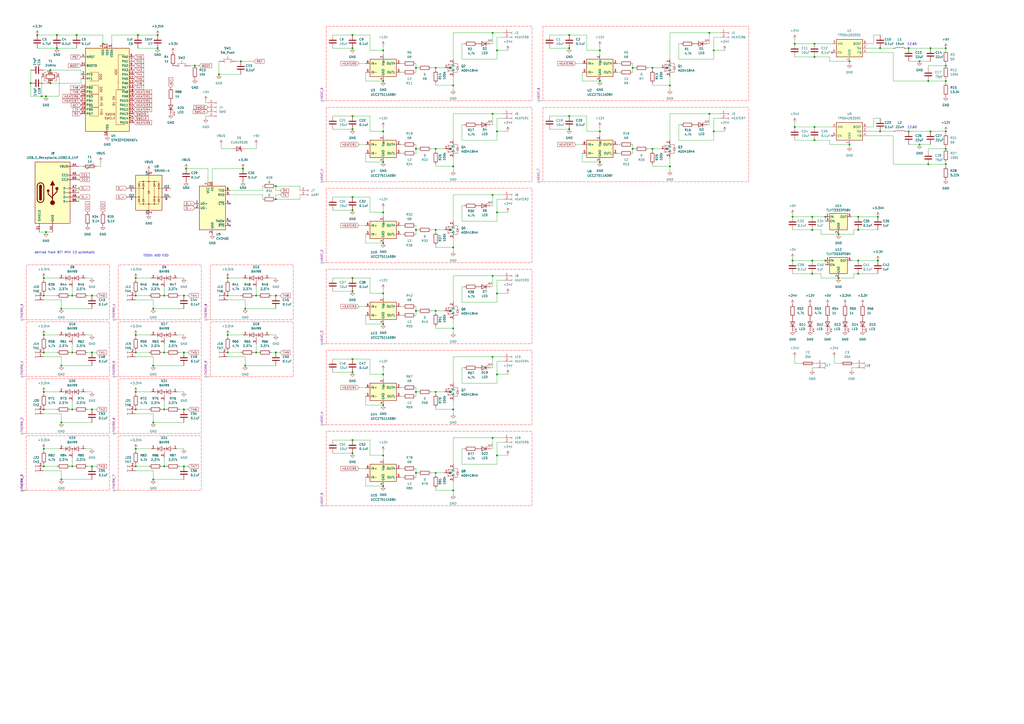
<source format=kicad_sch>
(kicad_sch (version 20250114) (generator "eeschema") (generator_version "9.0")
  (paper "A2")
  (text "derived from BTT Mini E3 schematic" (at 37.592 146.558 0) (effects (font (size 1.27 1.27))))
  (text "12.65" (at 529.082 73.914 0) (effects (font (size 1.27 1.27))))
  (text "12.65" (at 529.082 25.654 0) (effects (font (size 1.27 1.27))))
  (text "TOOD: ADD ESD" (at 90.424 148.336 0) (effects (font (size 1.27 1.27))))
  (junction (at 25.4 194.31))
  (junction (at 53.34 204.47))
  (junction (at 414.02 29.21))
  (junction (at 53.34 171.45))
  (junction (at 160.02 107.95))
  (junction (at 204.47 67.31))
  (junction (at 288.29 264.16))
  (junction (at 204.47 27.94))
  (junction (at 527.05 27.94))
  (junction (at 252.73 227.33))
  (junction (at 222.25 93.98))
  (junction (at 459.74 125.73))
  (junction (at 132.08 204.47))
  (junction (at 533.4 83.82))
  (junction (at 548.64 38.1))
  (junction (at 35.56 179.07))
  (junction (at 285.75 160.02))
  (junction (at 107.95 97.79))
  (junction (at 35.56 278.13))
  (junction (at 262.89 143.51))
  (junction (at 222.25 29.21))
  (junction (at 222.25 170.18))
  (junction (at 262.89 237.49))
  (junction (at 139.7 35.56))
  (junction (at 288.29 123.19))
  (junction (at 241.3 86.36))
  (junction (at 53.34 237.49))
  (junction (at 91.44 27.94))
  (junction (at 25.4 204.47))
  (junction (at 252.73 180.34))
  (junction (at 471.17 125.73))
  (junction (at 204.47 161.29))
  (junction (at 106.68 237.49))
  (junction (at 160.02 171.45))
  (junction (at 262.89 284.48))
  (junction (at 347.98 76.2))
  (junction (at 367.03 86.36))
  (junction (at 222.25 187.96))
  (junction (at 132.08 161.29))
  (junction (at 95.25 270.51))
  (junction (at 548.64 95.25))
  (junction (at 548.64 76.2))
  (junction (at 148.59 204.47))
  (junction (at 29.21 48.26))
  (junction (at 88.9 179.07))
  (junction (at 160.02 204.47))
  (junction (at 330.2 74.93))
  (junction (at 113.03 38.1))
  (junction (at 262.89 190.5))
  (junction (at 472.44 73.66))
  (junction (at 285.75 19.05))
  (junction (at 222.25 281.94))
  (junction (at 204.47 208.28))
  (junction (at 497.84 151.13))
  (junction (at 461.01 25.4))
  (junction (at 95.25 171.45))
  (junction (at 509.27 125.73))
  (junction (at 88.9 212.09))
  (junction (at 204.47 74.93))
  (junction (at 41.91 270.51))
  (junction (at 59.69 25.4))
  (junction (at 106.68 171.45))
  (junction (at 222.25 234.95))
  (junction (at 538.48 95.25))
  (junction (at 527.05 76.2))
  (junction (at 17.78 48.26))
  (junction (at 486.41 135.89))
  (junction (at 25.4 237.49))
  (junction (at 288.29 217.17))
  (junction (at 78.74 161.29))
  (junction (at 252.73 86.36))
  (junction (at 241.3 133.35))
  (junction (at 132.08 194.31))
  (junction (at 347.98 46.99))
  (junction (at 285.75 207.01))
  (junction (at 471.17 133.35))
  (junction (at 106.68 270.51))
  (junction (at 35.56 245.11))
  (junction (at 25.4 260.35))
  (junction (at 204.47 262.89))
  (junction (at 378.46 39.37))
  (junction (at 106.68 204.47))
  (junction (at 29.21 40.64))
  (junction (at 142.24 212.09))
  (junction (at 539.75 27.94))
  (junction (at 330.2 67.31))
  (junction (at 204.47 255.27))
  (junction (at 411.48 19.05))
  (junction (at 241.3 39.37))
  (junction (at 288.29 29.21))
  (junction (at 148.59 171.45))
  (junction (at 461.01 73.66))
  (junction (at 478.79 125.73))
  (junction (at 548.64 46.99))
  (junction (at 388.62 49.53))
  (junction (at 222.25 217.17))
  (junction (at 492.76 83.82))
  (junction (at 26.67 134.62))
  (junction (at 222.25 140.97))
  (junction (at 252.73 39.37))
  (junction (at 285.75 113.03))
  (junction (at 472.44 81.28))
  (junction (at 533.4 35.56))
  (junction (at 44.45 20.32))
  (junction (at 24.13 55.88))
  (junction (at 241.3 227.33))
  (junction (at 509.27 151.13))
  (junction (at 25.4 161.29))
  (junction (at 510.54 76.2))
  (junction (at 222.25 46.99))
  (junction (at 88.9 245.11))
  (junction (at 222.25 76.2))
  (junction (at 26.67 55.88))
  (junction (at 35.56 212.09))
  (junction (at 285.75 66.04))
  (junction (at 330.2 27.94))
  (junction (at 25.4 227.33))
  (junction (at 78.74 260.35))
  (junction (at 388.62 96.52))
  (junction (at 538.48 46.99))
  (junction (at 471.17 151.13))
  (junction (at 478.79 151.13))
  (junction (at 140.97 97.79))
  (junction (at 539.75 76.2))
  (junction (at 204.47 168.91))
  (junction (at 252.73 133.35))
  (junction (at 160.02 115.57))
  (junction (at 91.44 20.32))
  (junction (at 78.74 227.33))
  (junction (at 127 43.18))
  (junction (at 204.47 215.9))
  (junction (at 288.29 76.2))
  (junction (at 486.41 161.29))
  (junction (at 204.47 20.32))
  (junction (at 33.02 20.32))
  (junction (at 347.98 29.21))
  (junction (at 41.91 204.47))
  (junction (at 471.17 158.75))
  (junction (at 285.75 254))
  (junction (at 510.54 27.94))
  (junction (at 78.74 204.47))
  (junction (at 497.84 133.35))
  (junction (at 472.44 33.02))
  (junction (at 21.59 20.32))
  (junction (at 497.84 158.75))
  (junction (at 33.02 27.94))
  (junction (at 548.64 86.36))
  (junction (at 95.25 237.49))
  (junction (at 241.3 274.32))
  (junction (at 204.47 121.92))
  (junction (at 204.47 114.3))
  (junction (at 25.4 171.45))
  (junction (at 88.9 278.13))
  (junction (at 78.74 270.51))
  (junction (at 80.01 20.32))
  (junction (at 411.48 66.04))
  (junction (at 378.46 86.36))
  (junction (at 347.98 93.98))
  (junction (at 252.73 274.32))
  (junction (at 459.74 151.13))
  (junction (at 241.3 180.34))
  (junction (at 492.76 35.56))
  (junction (at 367.03 39.37))
  (junction (at 262.89 96.52))
  (junction (at 78.74 194.31))
  (junction (at 132.08 171.45))
  (junction (at 222.25 264.16))
  (junction (at 330.2 20.32))
  (junction (at 288.29 170.18))
  (junction (at 472.44 25.4))
  (junction (at 41.91 237.49))
  (junction (at 262.89 49.53))
  (junction (at 548.64 27.94))
  (junction (at 497.84 125.73))
  (junction (at 222.25 123.19))
  (junction (at 25.4 270.51))
  (junction (at 53.34 270.51))
  (junction (at 78.74 237.49))
  (junction (at 414.02 76.2))
  (junction (at 78.74 171.45))
  (junction (at 41.91 171.45))
  (junction (at 142.24 179.07))
  (junction (at 95.25 204.47))
  (no_connect (at 133.35 130.81))
  (no_connect (at 133.35 128.27))
  (no_connect (at 133.35 118.11))
  (no_connect (at 482.6 78.74))
  (no_connect (at 482.6 30.48))
  (wire (pts (xy 471.17 214.63) (xy 471.17 213.36)))
  (wire (pts (xy 193.04 121.92) (xy 204.47 121.92)))
  (wire (pts (xy 388.62 49.53) (xy 388.62 52.07)))
  (wire (pts (xy 160.02 171.45) (xy 157.48 171.45)))
  (wire (pts (xy 148.59 86.36) (xy 148.59 83.82)))
  (wire (pts (xy 267.97 213.36) (xy 267.97 222.25)))
  (wire (pts (xy 262.89 143.51) (xy 262.89 146.05)))
  (wire (pts (xy 461.01 81.28) (xy 472.44 81.28)))
  (wire (pts (xy 53.34 227.33) (xy 49.53 227.33)))
  (wire (pts (xy 288.29 29.21) (xy 288.29 34.29)))
  (wire (pts (xy 262.89 254) (xy 262.89 269.24)))
  (wire (pts (xy 548.64 27.94) (xy 539.75 27.94)))
  (wire (pts (xy 347.98 29.21) (xy 340.36 29.21)))
  (wire (pts (xy 262.89 185.42) (xy 262.89 190.5)))
  (wire (pts (xy 358.14 36.83) (xy 359.41 36.83)))
  (wire (pts (xy 378.46 39.37) (xy 375.92 39.37)))
  (wire (pts (xy 193.04 114.3) (xy 204.47 114.3)))
  (wire (pts (xy 160.02 161.29) (xy 156.21 161.29)))
  (wire (pts (xy 267.97 260.35) (xy 269.24 260.35)))
  (wire (pts (xy 285.75 119.38) (xy 285.75 113.03)))
  (wire (pts (xy 378.46 96.52) (xy 378.46 95.25)))
  (wire (pts (xy 262.89 66.04) (xy 285.75 66.04)))
  (wire (pts (xy 232.41 229.87) (xy 233.68 229.87)))
  (wire (pts (xy 538.48 86.36) (xy 548.64 86.36)))
  (wire (pts (xy 148.59 166.37) (xy 148.59 171.45)))
  (wire (pts (xy 461.01 33.02) (xy 472.44 33.02)))
  (wire (pts (xy 106.68 227.33) (xy 102.87 227.33)))
  (wire (pts (xy 548.64 77.47) (xy 548.64 76.2)))
  (wire (pts (xy 459.74 125.73) (xy 471.17 125.73)))
  (wire (pts (xy 53.34 237.49) (xy 55.88 237.49)))
  (wire (pts (xy 173.99 107.95) (xy 173.99 110.49)))
  (wire (pts (xy 252.73 227.33) (xy 250.19 227.33)))
  (wire (pts (xy 208.28 271.78) (xy 212.09 271.78)))
  (wire (pts (xy 252.73 40.64) (xy 252.73 39.37)))
  (wire (pts (xy 232.41 135.89) (xy 233.68 135.89)))
  (wire (pts (xy 232.41 88.9) (xy 233.68 88.9)))
  (wire (pts (xy 212.09 93.98) (xy 222.25 93.98)))
  (wire (pts (xy 78.74 170.18) (xy 78.74 171.45)))
  (wire (pts (xy 262.89 138.43) (xy 262.89 143.51)))
  (wire (pts (xy 106.68 270.51) (xy 104.14 270.51)))
  (wire (pts (xy 527.05 83.82) (xy 533.4 83.82)))
  (wire (pts (xy 35.56 179.07) (xy 35.56 173.99)))
  (wire (pts (xy 88.9 278.13) (xy 106.68 278.13)))
  (wire (pts (xy 288.29 256.54) (xy 292.1 256.54)))
  (wire (pts (xy 494.03 213.36) (xy 496.57 213.36)))
  (wire (pts (xy 285.75 207.01) (xy 292.1 207.01)))
  (wire (pts (xy 93.98 204.47) (xy 95.25 204.47)))
  (wire (pts (xy 510.54 76.2) (xy 518.16 76.2)))
  (wire (pts (xy 132.08 171.45) (xy 139.7 171.45)))
  (wire (pts (xy 518.16 46.99) (xy 538.48 46.99)))
  (wire (pts (xy 378.46 49.53) (xy 378.46 48.26)))
  (wire (pts (xy 241.3 130.81) (xy 241.3 133.35)))
  (wire (pts (xy 502.92 76.2) (xy 510.54 76.2)))
  (wire (pts (xy 257.81 133.35) (xy 252.73 133.35)))
  (wire (pts (xy 414.02 76.2) (xy 414.02 81.28)))
  (wire (pts (xy 25.4 194.31) (xy 25.4 195.58)))
  (wire (pts (xy 506.73 68.58) (xy 510.54 68.58)))
  (wire (pts (xy 214.63 255.27) (xy 204.47 255.27)))
  (wire (pts (xy 95.25 265.43) (xy 95.25 270.51)))
  (wire (pts (xy 288.29 123.19) (xy 294.64 123.19)))
  (wire (pts (xy 288.29 217.17) (xy 294.64 217.17)))
  (wire (pts (xy 471.17 158.75) (xy 476.25 158.75)))
  (wire (pts (xy 35.56 245.11) (xy 53.34 245.11)))
  (wire (pts (xy 483.87 207.01) (xy 483.87 210.82)))
  (wire (pts (xy 285.75 66.04) (xy 292.1 66.04)))
  (wire (pts (xy 222.25 120.65) (xy 222.25 123.19)))
  (wire (pts (xy 214.63 170.18) (xy 214.63 161.29)))
  (wire (pts (xy 214.63 29.21) (xy 214.63 20.32)))
  (wire (pts (xy 29.21 40.64) (xy 46.99 40.64)))
  (wire (pts (xy 527.05 27.94) (xy 539.75 27.94)))
  (wire (pts (xy 388.62 91.44) (xy 388.62 96.52)))
  (wire (pts (xy 35.56 179.07) (xy 53.34 179.07)))
  (wire (pts (xy 41.91 166.37) (xy 41.91 171.45)))
  (wire (pts (xy 476.25 158.75) (xy 476.25 161.29)))
  (wire (pts (xy 267.97 166.37) (xy 267.97 175.26)))
  (wire (pts (xy 267.97 81.28) (xy 288.29 81.28)))
  (wire (pts (xy 241.3 224.79) (xy 241.3 227.33)))
  (wire (pts (xy 35.56 278.13) (xy 53.34 278.13)))
  (wire (pts (xy 193.04 215.9) (xy 204.47 215.9)))
  (wire (pts (xy 506.73 20.32) (xy 510.54 20.32)))
  (wire (pts (xy 518.16 95.25) (xy 538.48 95.25)))
  (wire (pts (xy 388.62 66.04) (xy 411.48 66.04)))
  (wire (pts (xy 160.02 107.95) (xy 173.99 107.95)))
  (wire (pts (xy 318.77 67.31) (xy 330.2 67.31)))
  (wire (pts (xy 257.81 39.37) (xy 252.73 39.37)))
  (wire (pts (xy 548.64 93.98) (xy 548.64 95.25)))
  (wire (pts (xy 367.03 86.36) (xy 367.03 88.9)))
  (wire (pts (xy 262.89 113.03) (xy 262.89 128.27)))
  (wire (pts (xy 214.63 264.16) (xy 214.63 255.27)))
  (wire (pts (xy 285.75 119.38) (xy 284.48 119.38)))
  (wire (pts (xy 35.56 173.99) (xy 25.4 173.99)))
  (wire (pts (xy 367.03 86.36) (xy 368.3 86.36)))
  (wire (pts (xy 262.89 113.03) (xy 285.75 113.03)))
  (wire (pts (xy 193.04 255.27) (xy 204.47 255.27)))
  (wire (pts (xy 17.78 40.64) (xy 17.78 48.26)))
  (wire (pts (xy 257.81 180.34) (xy 252.73 180.34)))
  (wire (pts (xy 459.74 133.35) (xy 471.17 133.35)))
  (wire (pts (xy 459.74 158.75) (xy 471.17 158.75)))
  (wire (pts (xy 495.3 210.82) (xy 496.57 210.82)))
  (wire (pts (xy 148.59 171.45) (xy 149.86 171.45)))
  (wire (pts (xy 127 35.56) (xy 127 43.18)))
  (wire (pts (xy 160.02 204.47) (xy 162.56 204.47)))
  (wire (pts (xy 232.41 130.81) (xy 233.68 130.81)))
  (wire (pts (xy 25.4 170.18) (xy 25.4 171.45)))
  (wire (pts (xy 241.3 180.34) (xy 241.3 182.88)))
  (wire (pts (xy 53.34 270.51) (xy 55.88 270.51)))
  (wire (pts (xy 393.7 25.4) (xy 393.7 34.29)))
  (wire (pts (xy 25.4 40.64) (xy 29.21 40.64)))
  (wire (pts (xy 252.73 284.48) (xy 252.73 283.21)))
  (wire (pts (xy 252.73 39.37) (xy 250.19 39.37)))
  (wire (pts (xy 285.75 160.02) (xy 292.1 160.02)))
  (wire (pts (xy 34.29 194.31) (xy 25.4 194.31)))
  (wire (pts (xy 481.33 83.82) (xy 492.76 83.82)))
  (wire (pts (xy 414.02 29.21) (xy 414.02 34.29)))
  (wire (pts (xy 262.89 66.04) (xy 262.89 81.28)))
  (wire (pts (xy 212.09 187.96) (xy 222.25 187.96)))
  (wire (pts (xy 214.63 20.32) (xy 204.47 20.32)))
  (wire (pts (xy 285.75 25.4) (xy 285.75 19.05)))
  (wire (pts (xy 87.63 161.29) (xy 78.74 161.29)))
  (wire (pts (xy 318.77 27.94) (xy 330.2 27.94)))
  (wire (pts (xy 527.05 35.56) (xy 533.4 35.56)))
  (wire (pts (xy 45.72 109.22) (xy 45.72 111.76)))
  (wire (pts (xy 160.02 115.57) (xy 173.99 115.57)))
  (wire (pts (xy 120.65 97.79) (xy 120.65 105.41)))
  (wire (pts (xy 393.7 25.4) (xy 394.97 25.4)))
  (wire (pts (xy 193.04 161.29) (xy 204.47 161.29)))
  (wire (pts (xy 142.24 173.99) (xy 132.08 173.99)))
  (wire (pts (xy 267.97 269.24) (xy 288.29 269.24)))
  (wire (pts (xy 388.62 19.05) (xy 388.62 34.29)))
  (wire (pts (xy 222.25 264.16) (xy 214.63 264.16)))
  (wire (pts (xy 411.48 72.39) (xy 410.21 72.39)))
  (wire (pts (xy 481.33 81.28) (xy 481.33 83.82)))
  (wire (pts (xy 193.04 67.31) (xy 204.47 67.31)))
  (wire (pts (xy 393.7 81.28) (xy 414.02 81.28)))
  (wire (pts (xy 78.74 269.24) (xy 78.74 270.51)))
  (wire (pts (xy 288.29 264.16) (xy 294.64 264.16)))
  (wire (pts (xy 288.29 217.17) (xy 288.29 222.25)))
  (wire (pts (xy 64.77 20.32) (xy 80.01 20.32)))
  (wire (pts (xy 212.09 182.88) (xy 212.09 187.96)))
  (wire (pts (xy 25.4 204.47) (xy 33.02 204.47)))
  (wire (pts (xy 119.38 67.31) (xy 120.65 67.31)))
  (wire (pts (xy 257.81 86.36) (xy 252.73 86.36)))
  (wire (pts (xy 214.63 67.31) (xy 204.47 67.31)))
  (wire (pts (xy 252.73 180.34) (xy 250.19 180.34)))
  (wire (pts (xy 347.98 26.67) (xy 347.98 29.21)))
  (wire (pts (xy 252.73 133.35) (xy 250.19 133.35)))
  (wire (pts (xy 25.4 171.45) (xy 33.02 171.45)))
  (wire (pts (xy 262.89 190.5) (xy 262.89 193.04)))
  (wire (pts (xy 241.3 274.32) (xy 241.3 276.86)))
  (wire (pts (xy 267.97 34.29) (xy 288.29 34.29)))
  (wire (pts (xy 257.81 227.33) (xy 252.73 227.33)))
  (wire (pts (xy 88.9 240.03) (xy 78.74 240.03)))
  (wire (pts (xy 33.02 27.94) (xy 44.45 27.94)))
  (wire (pts (xy 241.3 274.32) (xy 242.57 274.32)))
  (wire (pts (xy 173.99 115.57) (xy 173.99 113.03)))
  (wire (pts (xy 80.01 20.32) (xy 91.44 20.32)))
  (wire (pts (xy 17.78 48.26) (xy 17.78 55.88)))
  (wire (pts (xy 527.05 76.2) (xy 539.75 76.2)))
  (wire (pts (xy 358.14 88.9) (xy 359.41 88.9)))
  (wire (pts (xy 337.82 93.98) (xy 347.98 93.98)))
  (wire (pts (xy 538.48 46.99) (xy 548.64 46.99)))
  (wire (pts (xy 78.74 171.45) (xy 86.36 171.45)))
  (wire (pts (xy 252.73 96.52) (xy 262.89 96.52)))
  (wire (pts (xy 518.16 95.25) (xy 518.16 78.74)))
  (wire (pts (xy 472.44 81.28) (xy 481.33 81.28)))
  (wire (pts (xy 222.25 29.21) (xy 214.63 29.21)))
  (wire (pts (xy 132.08 170.18) (xy 132.08 171.45)))
  (wire (pts (xy 548.64 29.21) (xy 548.64 27.94)))
  (wire (pts (xy 123.19 97.79) (xy 123.19 105.41)))
  (wire (pts (xy 160.02 204.47) (xy 157.48 204.47)))
  (wire (pts (xy 340.36 67.31) (xy 330.2 67.31)))
  (wire (pts (xy 88.9 179.07) (xy 88.9 173.99)))
  (wire (pts (xy 497.84 151.13) (xy 509.27 151.13)))
  (wire (pts (xy 222.25 76.2) (xy 222.25 78.74)))
  (wire (pts (xy 35.56 212.09) (xy 53.34 212.09)))
  (wire (pts (xy 411.48 72.39) (xy 411.48 66.04)))
  (wire (pts (xy 222.25 170.18) (xy 214.63 170.18)))
  (wire (pts (xy 53.34 204.47) (xy 55.88 204.47)))
  (wire (pts (xy 78.74 236.22) (xy 78.74 237.49)))
  (wire (pts (xy 222.25 170.18) (xy 222.25 172.72)))
  (wire (pts (xy 87.63 260.35) (xy 78.74 260.35)))
  (wire (pts (xy 252.73 49.53) (xy 252.73 48.26)))
  (wire (pts (xy 347.98 76.2) (xy 347.98 78.74)))
  (wire (pts (xy 285.75 213.36) (xy 284.48 213.36)))
  (wire (pts (xy 53.34 237.49) (xy 50.8 237.49)))
  (wire (pts (xy 222.25 29.21) (xy 222.25 31.75)))
  (wire (pts (xy 241.3 36.83) (xy 241.3 39.37)))
  (wire (pts (xy 88.9 173.99) (xy 78.74 173.99)))
  (wire (pts (xy 208.28 130.81) (xy 212.09 130.81)))
  (wire (pts (xy 252.73 190.5) (xy 252.73 189.23)))
  (wire (pts (xy 267.97 25.4) (xy 267.97 34.29)))
  (wire (pts (xy 232.41 271.78) (xy 233.68 271.78)))
  (wire (pts (xy 95.25 237.49) (xy 96.52 237.49)))
  (wire (pts (xy 252.73 134.62) (xy 252.73 133.35)))
  (wire (pts (xy 267.97 260.35) (xy 267.97 269.24)))
  (wire (pts (xy 93.98 171.45) (xy 95.25 171.45)))
  (wire (pts (xy 55.88 96.52) (xy 58.42 96.52)))
  (wire (pts (xy 119.38 68.58) (xy 119.38 67.31)))
  (wire (pts (xy 525.78 76.2) (xy 527.05 76.2)))
  (wire (pts (xy 95.25 166.37) (xy 95.25 171.45)))
  (wire (pts (xy 33.02 20.32) (xy 44.45 20.32)))
  (wire (pts (xy 41.91 199.39) (xy 41.91 204.47)))
  (wire (pts (xy 222.25 123.19) (xy 222.25 125.73)))
  (wire (pts (xy 222.25 123.19) (xy 214.63 123.19)))
  (wire (pts (xy 40.64 270.51) (xy 41.91 270.51)))
  (wire (pts (xy 222.25 261.62) (xy 222.25 264.16)))
  (wire (pts (xy 288.29 29.21) (xy 294.64 29.21)))
  (wire (pts (xy 486.41 161.29) (xy 495.3 161.29)))
  (wire (pts (xy 78.74 161.29) (xy 78.74 162.56)))
  (wire (pts (xy 393.7 72.39) (xy 394.97 72.39)))
  (wire (pts (xy 162.56 113.03) (xy 160.02 113.03)))
  (wire (pts (xy 214.63 114.3) (xy 204.47 114.3)))
  (wire (pts (xy 21.59 27.94) (xy 33.02 27.94)))
  (wire (pts (xy 88.9 212.09) (xy 106.68 212.09)))
  (wire (pts (xy 471.17 151.13) (xy 478.79 151.13)))
  (wire (pts (xy 267.97 175.26) (xy 288.29 175.26)))
  (wire (pts (xy 288.29 115.57) (xy 292.1 115.57)))
  (wire (pts (xy 241.3 86.36) (xy 241.3 88.9)))
  (wire (pts (xy 367.03 39.37) (xy 367.03 41.91)))
  (wire (pts (xy 222.25 214.63) (xy 222.25 217.17)))
  (wire (pts (xy 208.28 177.8) (xy 212.09 177.8)))
  (wire (pts (xy 232.41 182.88) (xy 233.68 182.88)))
  (wire (pts (xy 78.74 227.33) (xy 78.74 228.6)))
  (wire (pts (xy 506.73 68.58) (xy 506.73 73.66)))
  (wire (pts (xy 88.9 212.09) (xy 88.9 207.01)))
  (wire (pts (xy 518.16 78.74) (xy 502.92 78.74)))
  (wire (pts (xy 461.01 25.4) (xy 461.01 22.86)))
  (wire (pts (xy 411.48 25.4) (xy 411.48 19.05)))
  (wire (pts (xy 142.24 179.07) (xy 160.02 179.07)))
  (wire (pts (xy 288.29 21.59) (xy 292.1 21.59)))
  (wire (pts (xy 378.46 86.36) (xy 375.92 86.36)))
  (wire (pts (xy 288.29 217.17) (xy 288.29 209.55)))
  (wire (pts (xy 53.34 270.51) (xy 50.8 270.51)))
  (wire (pts (xy 22.86 134.62) (xy 26.67 134.62)))
  (wire (pts (xy 212.09 276.86) (xy 212.09 281.94)))
  (wire (pts (xy 506.73 20.32) (xy 506.73 25.4)))
  (wire (pts (xy 127 43.18) (xy 139.7 43.18)))
  (wire (pts (xy 40.64 237.49) (xy 41.91 237.49)))
  (wire (pts (xy 78.74 237.49) (xy 86.36 237.49)))
  (wire (pts (xy 495.3 135.89) (xy 495.3 133.35)))
  (wire (pts (xy 262.89 160.02) (xy 262.89 175.26)))
  (wire (pts (xy 140.97 161.29) (xy 132.08 161.29)))
  (wire (pts (xy 486.41 135.89) (xy 495.3 135.89)))
  (wire (pts (xy 497.84 133.35) (xy 509.27 133.35)))
  (wire (pts (xy 388.62 44.45) (xy 388.62 49.53)))
  (wire (pts (xy 334.01 83.82) (xy 337.82 83.82)))
  (wire (pts (xy 40.64 204.47) (xy 41.91 204.47)))
  (wire (pts (xy 147.32 171.45) (xy 148.59 171.45)))
  (wire (pts (xy 358.14 83.82) (xy 359.41 83.82)))
  (wire (pts (xy 414.02 21.59) (xy 417.83 21.59)))
  (wire (pts (xy 285.75 72.39) (xy 284.48 72.39)))
  (wire (pts (xy 132.08 204.47) (xy 139.7 204.47)))
  (wire (pts (xy 538.48 38.1) (xy 548.64 38.1)))
  (wire (pts (xy 414.02 29.21) (xy 420.37 29.21)))
  (wire (pts (xy 212.09 46.99) (xy 222.25 46.99)))
  (wire (pts (xy 95.25 171.45) (xy 96.52 171.45)))
  (wire (pts (xy 471.17 133.35) (xy 476.25 133.35)))
  (wire (pts (xy 262.89 284.48) (xy 262.89 287.02)))
  (wire (pts (xy 34.29 227.33) (xy 25.4 227.33)))
  (wire (pts (xy 257.81 274.32) (xy 252.73 274.32)))
  (wire (pts (xy 214.63 123.19) (xy 214.63 114.3)))
  (wire (pts (xy 147.32 204.47) (xy 148.59 204.47)))
  (wire (pts (xy 44.45 20.32) (xy 59.69 20.32)))
  (wire (pts (xy 267.97 222.25) (xy 288.29 222.25)))
  (wire (pts (xy 93.98 270.51) (xy 95.25 270.51)))
  (wire (pts (xy 367.03 36.83) (xy 367.03 39.37)))
  (wire (pts (xy 262.89 254) (xy 285.75 254)))
  (wire (pts (xy 41.91 270.51) (xy 43.18 270.51)))
  (wire (pts (xy 88.9 207.01) (xy 78.74 207.01)))
  (wire (pts (xy 285.75 260.35) (xy 284.48 260.35)))
  (wire (pts (xy 25.4 269.24) (xy 25.4 270.51)))
  (wire (pts (xy 411.48 19.05) (xy 417.83 19.05)))
  (wire (pts (xy 337.82 88.9) (xy 337.82 93.98)))
  (wire (pts (xy 208.28 83.82) (xy 212.09 83.82)))
  (wire (pts (xy 25.4 227.33) (xy 25.4 228.6)))
  (wire (pts (xy 142.24 212.09) (xy 142.24 207.01)))
  (wire (pts (xy 106.68 171.45) (xy 109.22 171.45)))
  (wire (pts (xy 476.25 161.29) (xy 486.41 161.29)))
  (wire (pts (xy 252.73 96.52) (xy 252.73 95.25)))
  (wire (pts (xy 481.33 33.02) (xy 481.33 35.56)))
  (wire (pts (xy 285.75 260.35) (xy 285.75 254)))
  (wire (pts (xy 193.04 168.91) (xy 204.47 168.91)))
  (wire (pts (xy 461.01 210.82) (xy 464.82 210.82)))
  (wire (pts (xy 478.79 151.13) (xy 478.79 153.67)))
  (wire (pts (xy 193.04 27.94) (xy 204.47 27.94)))
  (wire (pts (xy 548.64 45.72) (xy 548.64 46.99)))
  (wire (pts (xy 45.72 114.3) (xy 45.72 116.84)))
  (wire (pts (xy 93.98 237.49) (xy 95.25 237.49)))
  (wire (pts (xy 160.02 194.31) (xy 156.21 194.31)))
  (wire (pts (xy 378.46 96.52) (xy 388.62 96.52)))
  (wire (pts (xy 241.3 227.33) (xy 242.57 227.33)))
  (wire (pts (xy 548.64 95.25) (xy 548.64 96.52)))
  (wire (pts (xy 41.91 171.45) (xy 43.18 171.45)))
  (wire (pts (xy 393.7 34.29) (xy 414.02 34.29)))
  (wire (pts (xy 252.73 237.49) (xy 252.73 236.22)))
  (wire (pts (xy 461.01 25.4) (xy 472.44 25.4)))
  (wire (pts (xy 548.64 46.99) (xy 548.64 48.26)))
  (wire (pts (xy 222.25 217.17) (xy 222.25 219.71)))
  (wire (pts (xy 46.99 48.26) (xy 46.99 45.72)))
  (wire (pts (xy 222.25 217.17) (xy 214.63 217.17)))
  (wire (pts (xy 106.68 171.45) (xy 104.14 171.45)))
  (wire (pts (xy 193.04 74.93) (xy 204.47 74.93)))
  (wire (pts (xy 241.3 133.35) (xy 241.3 135.89)))
  (wire (pts (xy 34.29 44.45) (xy 34.29 55.88)))
  (wire (pts (xy 267.97 213.36) (xy 269.24 213.36)))
  (wire (pts (xy 106.68 194.31) (xy 102.87 194.31)))
  (wire (pts (xy 34.29 55.88) (xy 26.67 55.88)))
  (wire (pts (xy 414.02 76.2) (xy 420.37 76.2)))
  (wire (pts (xy 288.29 76.2) (xy 294.64 76.2)))
  (wire (pts (xy 502.92 27.94) (xy 510.54 27.94)))
  (wire (pts (xy 461.01 207.01) (xy 461.01 210.82)))
  (wire (pts (xy 411.48 25.4) (xy 410.21 25.4)))
  (wire (pts (xy 476.25 135.89) (xy 486.41 135.89)))
  (wire (pts (xy 285.75 113.03) (xy 292.1 113.03)))
  (wire (pts (xy 267.97 119.38) (xy 267.97 128.27)))
  (wire (pts (xy 214.63 217.17) (xy 214.63 208.28)))
  (wire (pts (xy 267.97 72.39) (xy 267.97 81.28)))
  (wire (pts (xy 106.68 237.49) (xy 104.14 237.49)))
  (wire (pts (xy 25.4 260.35) (xy 25.4 261.62)))
  (wire (pts (xy 538.48 39.37) (xy 538.48 38.1)))
  (wire (pts (xy 80.01 27.94) (xy 91.44 27.94)))
  (wire (pts (xy 95.25 232.41) (xy 95.25 237.49)))
  (wire (pts (xy 106.68 204.47) (xy 104.14 204.47)))
  (wire (pts (xy 222.25 264.16) (xy 222.25 266.7)))
  (wire (pts (xy 78.74 260.35) (xy 78.74 261.62)))
  (wire (pts (xy 78.74 194.31) (xy 78.74 195.58)))
  (wire (pts (xy 414.02 76.2) (xy 414.02 68.58)))
  (wire (pts (xy 262.89 49.53) (xy 262.89 52.07)))
  (wire (pts (xy 35.56 278.13) (xy 35.56 273.05)))
  (wire (pts (xy 548.64 85.09) (xy 548.64 86.36)))
  (wire (pts (xy 495.3 158.75) (xy 497.84 158.75)))
  (wire (pts (xy 367.03 83.82) (xy 367.03 86.36)))
  (wire (pts (xy 106.68 204.47) (xy 109.22 204.47)))
  (wire (pts (xy 533.4 83.82) (xy 539.75 83.82)))
  (wire (pts (xy 285.75 213.36) (xy 285.75 207.01)))
  (wire (pts (xy 494.03 151.13) (xy 497.84 151.13)))
  (wire (pts (xy 495.3 133.35) (xy 497.84 133.35)))
  (wire (pts (xy 25.4 237.49) (xy 33.02 237.49)))
  (wire (pts (xy 35.56 245.11) (xy 35.56 240.03)))
  (wire (pts (xy 214.63 208.28) (xy 204.47 208.28)))
  (wire (pts (xy 140.97 194.31) (xy 132.08 194.31)))
  (wire (pts (xy 26.67 55.88) (xy 24.13 55.88)))
  (wire (pts (xy 483.87 210.82) (xy 487.68 210.82)))
  (wire (pts (xy 252.73 190.5) (xy 262.89 190.5)))
  (wire (pts (xy 24.13 44.45) (xy 24.13 55.88)))
  (wire (pts (xy 59.69 25.4) (xy 59.69 20.32)))
  (wire (pts (xy 478.79 125.73) (xy 478.79 128.27)))
  (wire (pts (xy 472.44 73.66) (xy 482.6 73.66)))
  (wire (pts (xy 497.84 158.75) (xy 509.27 158.75)))
  (wire (pts (xy 383.54 39.37) (xy 378.46 39.37)))
  (wire (pts (xy 285.75 19.05) (xy 292.1 19.05)))
  (wire (pts (xy 78.74 270.51) (xy 86.36 270.51)))
  (wire (pts (xy 222.25 26.67) (xy 222.25 29.21)))
  (wire (pts (xy 53.34 171.45) (xy 50.8 171.45)))
  (wire (pts (xy 132.08 194.31) (xy 132.08 195.58)))
  (wire (pts (xy 318.77 74.93) (xy 330.2 74.93)))
  (wire (pts (xy 262.89 207.01) (xy 262.89 222.25)))
  (wire (pts (xy 160.02 107.95) (xy 160.02 110.49)))
  (wire (pts (xy 106.68 260.35) (xy 102.87 260.35)))
  (wire (pts (xy 232.41 276.86) (xy 233.68 276.86)))
  (wire (pts (xy 378.46 87.63) (xy 378.46 86.36)))
  (wire (pts (xy 262.89 160.02) (xy 285.75 160.02)))
  (wire (pts (xy 285.75 72.39) (xy 285.75 66.04)))
  (wire (pts (xy 378.46 40.64) (xy 378.46 39.37)))
  (wire (pts (xy 252.73 237.49) (xy 262.89 237.49)))
  (wire (pts (xy 506.73 73.66) (xy 502.92 73.66)))
  (wire (pts (xy 267.97 72.39) (xy 269.24 72.39)))
  (wire (pts (xy 241.3 39.37) (xy 242.57 39.37)))
  (wire (pts (xy 25.4 48.26) (xy 29.21 48.26)))
  (wire (pts (xy 347.98 76.2) (xy 340.36 76.2)))
  (wire (pts (xy 45.72 96.52) (xy 48.26 96.52)))
  (wire (pts (xy 252.73 228.6) (xy 252.73 227.33)))
  (wire (pts (xy 113.03 38.1) (xy 115.57 38.1)))
  (wire (pts (xy 34.29 260.35) (xy 25.4 260.35)))
  (wire (pts (xy 25.4 270.51) (xy 33.02 270.51)))
  (wire (pts (xy 538.48 95.25) (xy 548.64 95.25)))
  (wire (pts (xy 41.91 204.47) (xy 43.18 204.47)))
  (wire (pts (xy 87.63 227.33) (xy 78.74 227.33)))
  (wire (pts (xy 88.9 245.11) (xy 106.68 245.11)))
  (wire (pts (xy 64.77 25.4) (xy 64.77 20.32)))
  (wire (pts (xy 285.75 166.37) (xy 285.75 160.02)))
  (wire (pts (xy 232.41 36.83) (xy 233.68 36.83)))
  (wire (pts (xy 148.59 199.39) (xy 148.59 204.47)))
  (wire (pts (xy 58.42 96.52) (xy 58.42 93.98)))
  (wire (pts (xy 212.09 229.87) (xy 212.09 234.95)))
  (wire (pts (xy 148.59 204.47) (xy 149.86 204.47)))
  (wire (pts (xy 262.89 96.52) (xy 262.89 99.06)))
  (wire (pts (xy 40.64 171.45) (xy 41.91 171.45)))
  (wire (pts (xy 107.95 97.79) (xy 120.65 97.79)))
  (wire (pts (xy 106.68 237.49) (xy 109.22 237.49)))
  (wire (pts (xy 232.41 224.79) (xy 233.68 224.79)))
  (wire (pts (xy 139.7 35.56) (xy 147.32 35.56)))
  (wire (pts (xy 262.89 207.01) (xy 285.75 207.01)))
  (wire (pts (xy 494.03 125.73) (xy 497.84 125.73)))
  (wire (pts (xy 461.01 73.66) (xy 472.44 73.66)))
  (wire (pts (xy 25.4 203.2) (xy 25.4 204.47)))
  (wire (pts (xy 88.9 273.05) (xy 78.74 273.05)))
  (wire (pts (xy 414.02 68.58) (xy 417.83 68.58)))
  (wire (pts (xy 252.73 284.48) (xy 262.89 284.48)))
  (wire (pts (xy 208.28 36.83) (xy 212.09 36.83)))
  (wire (pts (xy 288.29 123.19) (xy 288.29 128.27)))
  (wire (pts (xy 133.35 113.03) (xy 152.4 113.03)))
  (wire (pts (xy 481.33 35.56) (xy 492.76 35.56)))
  (wire (pts (xy 262.89 237.49) (xy 262.89 240.03)))
  (wire (pts (xy 34.29 161.29) (xy 25.4 161.29)))
  (wire (pts (xy 378.46 49.53) (xy 388.62 49.53)))
  (wire (pts (xy 119.38 58.42) (xy 119.38 59.69)))
  (wire (pts (xy 160.02 171.45) (xy 162.56 171.45)))
  (wire (pts (xy 128.27 86.36) (xy 128.27 83.82)))
  (wire (pts (xy 318.77 20.32) (xy 330.2 20.32)))
  (wire (pts (xy 548.64 36.83) (xy 548.64 38.1)))
  (wire (pts (xy 193.04 262.89) (xy 204.47 262.89)))
  (wire (pts (xy 461.01 73.66) (xy 461.01 71.12)))
  (wire (pts (xy 132.08 161.29) (xy 132.08 162.56)))
  (wire (pts (xy 53.34 204.47) (xy 50.8 204.47)))
  (wire (pts (xy 119.38 59.69) (xy 120.65 59.69)))
  (wire (pts (xy 137.16 35.56) (xy 139.7 35.56)))
  (wire (pts (xy 46.99 40.64) (xy 46.99 43.18)))
  (wire (pts (xy 267.97 128.27) (xy 288.29 128.27)))
  (wire (pts (xy 388.62 66.04) (xy 388.62 81.28)))
  (wire (pts (xy 113.03 38.1) (xy 110.49 38.1)))
  (wire (pts (xy 95.25 199.39) (xy 95.25 204.47)))
  (wire (pts (xy 232.41 83.82) (xy 233.68 83.82)))
  (wire (pts (xy 241.3 177.8) (xy 241.3 180.34)))
  (wire (pts (xy 367.03 39.37) (xy 368.3 39.37)))
  (wire (pts (xy 288.29 209.55) (xy 292.1 209.55)))
  (wire (pts (xy 267.97 166.37) (xy 269.24 166.37)))
  (wire (pts (xy 393.7 72.39) (xy 393.7 81.28)))
  (wire (pts (xy 252.73 86.36) (xy 250.19 86.36)))
  (wire (pts (xy 472.44 210.82) (xy 473.71 210.82)))
  (wire (pts (xy 358.14 41.91) (xy 359.41 41.91)))
  (wire (pts (xy 533.4 35.56) (xy 539.75 35.56)))
  (wire (pts (xy 252.73 274.32) (xy 250.19 274.32)))
  (wire (pts (xy 472.44 25.4) (xy 482.6 25.4)))
  (wire (pts (xy 142.24 179.07) (xy 142.24 173.99)))
  (wire (pts (xy 95.25 204.47) (xy 96.52 204.47)))
  (wire (pts (xy 35.56 240.03) (xy 25.4 240.03)))
  (wire (pts (xy 212.09 140.97) (xy 222.25 140.97)))
  (wire (pts (xy 123.19 97.79) (xy 140.97 97.79)))
  (wire (pts (xy 506.73 25.4) (xy 502.92 25.4)))
  (wire (pts (xy 142.24 212.09) (xy 160.02 212.09)))
  (wire (pts (xy 262.89 279.4) (xy 262.89 284.48)))
  (wire (pts (xy 525.78 27.94) (xy 527.05 27.94)))
  (wire (pts (xy 334.01 36.83) (xy 337.82 36.83)))
  (wire (pts (xy 53.34 171.45) (xy 55.88 171.45)))
  (wire (pts (xy 288.29 123.19) (xy 288.29 115.57)))
  (wire (pts (xy 288.29 76.2) (xy 288.29 68.58)))
  (wire (pts (xy 222.25 73.66) (xy 222.25 76.2)))
  (wire (pts (xy 41.91 237.49) (xy 43.18 237.49)))
  (wire (pts (xy 78.74 203.2) (xy 78.74 204.47)))
  (wire (pts (xy 212.09 135.89) (xy 212.09 140.97)))
  (wire (pts (xy 388.62 96.52) (xy 388.62 99.06)))
  (wire (pts (xy 212.09 41.91) (xy 212.09 46.99)))
  (wire (pts (xy 347.98 29.21) (xy 347.98 31.75)))
  (wire (pts (xy 337.82 41.91) (xy 337.82 46.99)))
  (wire (pts (xy 106.68 270.51) (xy 109.22 270.51)))
  (wire (pts (xy 262.89 19.05) (xy 285.75 19.05)))
  (wire (pts (xy 26.67 134.62) (xy 30.48 134.62)))
  (wire (pts (xy 340.36 29.21) (xy 340.36 20.32)))
  (wire (pts (xy 252.73 181.61) (xy 252.73 180.34)))
  (wire (pts (xy 53.34 194.31) (xy 49.53 194.31)))
  (wire (pts (xy 87.63 194.31) (xy 78.74 194.31)))
  (wire (pts (xy 241.3 271.78) (xy 241.3 274.32)))
  (wire (pts (xy 340.36 20.32) (xy 330.2 20.32)))
  (wire (pts (xy 252.73 87.63) (xy 252.73 86.36)))
  (wire (pts (xy 25.4 236.22) (xy 25.4 237.49)))
  (wire (pts (xy 459.74 149.86) (xy 459.74 151.13)))
  (wire (pts (xy 414.02 29.21) (xy 414.02 21.59)))
  (wire (pts (xy 222.25 76.2) (xy 214.63 76.2)))
  (wire (pts (xy 35.56 212.09) (xy 35.56 207.01)))
  (wire (pts (xy 288.29 162.56) (xy 292.1 162.56)))
  (wire (pts (xy 262.89 44.45) (xy 262.89 49.53)))
  (wire (pts (xy 492.76 35.56) (xy 492.76 36.83)))
  (wire (pts (xy 518.16 46.99) (xy 518.16 30.48)))
  (wire (pts (xy 193.04 208.28) (xy 204.47 208.28)))
  (wire (pts (xy 241.3 133.35) (xy 242.57 133.35)))
  (wire (pts (xy 134.62 86.36) (xy 128.27 86.36)))
  (wire (pts (xy 252.73 49.53) (xy 262.89 49.53)))
  (wire (pts (xy 241.3 86.36) (xy 242.57 86.36)))
  (wire (pts (xy 288.29 170.18) (xy 288.29 175.26)))
  (wire (pts (xy 241.3 39.37) (xy 241.3 41.91)))
  (wire (pts (xy 241.3 83.82) (xy 241.3 86.36)))
  (wire (pts (xy 152.4 113.03) (xy 152.4 115.57)))
  (wire (pts (xy 262.89 232.41) (xy 262.89 237.49)))
  (wire (pts (xy 262.89 91.44) (xy 262.89 96.52)))
  (wire (pts (xy 267.97 25.4) (xy 269.24 25.4)))
  (wire (pts (xy 214.63 161.29) (xy 204.47 161.29)))
  (wire (pts (xy 267.97 119.38) (xy 269.24 119.38)))
  (wire (pts (xy 288.29 170.18) (xy 294.64 170.18)))
  (wire (pts (xy 41.91 232.41) (xy 41.91 237.49)))
  (wire (pts (xy 152.4 107.95) (xy 152.4 110.49)))
  (wire (pts (xy 208.28 224.79) (xy 212.09 224.79)))
  (wire (pts (xy 288.29 170.18) (xy 288.29 162.56)))
  (wire (pts (xy 78.74 204.47) (xy 86.36 204.47)))
  (wire (pts (xy 53.34 161.29) (xy 49.53 161.29)))
  (wire (pts (xy 252.73 143.51) (xy 262.89 143.51)))
  (wire (pts (xy 285.75 166.37) (xy 284.48 166.37)))
  (wire (pts (xy 241.3 180.34) (xy 242.57 180.34)))
  (wire (pts (xy 35.56 273.05) (xy 25.4 273.05)))
  (wire (pts (xy 252.73 143.51) (xy 252.73 142.24)))
  (wire (pts (xy 35.56 207.01) (xy 25.4 207.01)))
  (wire (pts (xy 285.75 254) (xy 292.1 254)))
  (wire (pts (xy 471.17 125.73) (xy 478.79 125.73)))
  (wire (pts (xy 472.44 33.02) (xy 481.33 33.02)))
  (wire (pts (xy 214.63 76.2) (xy 214.63 67.31)))
  (wire (pts (xy 232.41 177.8) (xy 233.68 177.8)))
  (wire (pts (xy 497.84 125.73) (xy 509.27 125.73)))
  (wire (pts (xy 25.4 161.29) (xy 25.4 162.56)))
  (wire (pts (xy 288.29 68.58) (xy 292.1 68.58)))
  (wire (pts (xy 383.54 86.36) (xy 378.46 86.36)))
  (wire (pts (xy 212.09 281.94) (xy 222.25 281.94)))
  (wire (pts (xy 41.91 265.43) (xy 41.91 270.51)))
  (wire (pts (xy 495.3 161.29) (xy 495.3 158.75)))
  (wire (pts (xy 160.02 113.03) (xy 160.02 115.57)))
  (wire (pts (xy 193.04 20.32) (xy 204.47 20.32)))
  (wire (pts (xy 518.16 30.48) (xy 502.92 30.48)))
  (wire (pts (xy 494.03 214.63) (xy 494.03 213.36)))
  (wire (pts (xy 471.17 213.36) (xy 473.71 213.36)))
  (wire (pts (xy 252.73 275.59) (xy 252.73 274.32)))
  (wire (pts (xy 340.36 76.2) (xy 340.36 67.31)))
  (wire (pts (xy 285.75 25.4) (xy 284.48 25.4)))
  (wire (pts (xy 53.34 260.35) (xy 49.53 260.35)))
  (wire (pts (xy 212.09 88.9) (xy 212.09 93.98)))
  (wire (pts (xy 132.08 203.2) (xy 132.08 204.47)))
  (wire (pts (xy 492.76 83.82) (xy 492.76 85.09)))
  (wire (pts (xy 262.89 19.05) (xy 262.89 34.29)))
  (wire (pts (xy 24.13 55.88) (xy 17.78 55.88)))
  (wire (pts (xy 288.29 76.2) (xy 288.29 81.28)))
  (wire (pts (xy 152.4 110.49) (xy 133.35 110.49)))
  (wire (pts (xy 347.98 73.66) (xy 347.98 76.2)))
  (wire (pts (xy 88.9 245.11) (xy 88.9 240.03)))
  (wire (pts (xy 476.25 133.35) (xy 476.25 135.89)))
  (wire (pts (xy 241.3 227.33) (xy 241.3 229.87)))
  (wire (pts (xy 459.74 151.13) (xy 471.17 151.13)))
  (wire (pts (xy 212.09 234.95) (xy 222.25 234.95)))
  (wire (pts (xy 288.29 264.16) (xy 288.29 256.54)))
  (wire (pts (xy 510.54 27.94) (xy 518.16 27.94)))
  (wire (pts (xy 21.59 20.32) (xy 33.02 20.32)))
  (wire (pts (xy 288.29 264.16) (xy 288.29 269.24)))
  (wire (pts (xy 538.48 87.63) (xy 538.48 86.36)))
  (wire (pts (xy 160.02 110.49) (xy 162.56 110.49)))
  (wire (pts (xy 459.74 124.46) (xy 459.74 125.73)))
  (wire (pts (xy 142.24 207.01) (xy 132.08 207.01)))
  (wire (pts (xy 106.68 161.29) (xy 102.87 161.29)))
  (wire (pts (xy 411.48 66.04) (xy 417.83 66.04)))
  (wire (pts (xy 88.9 278.13) (xy 88.9 273.05)))
  (wire (pts (xy 232.41 41.91) (xy 233.68 41.91)))
  (wire (pts (xy 222.25 167.64) (xy 222.25 170.18)))
  (wire (pts (xy 337.82 46.99) (xy 347.98 46.99)))
  (wire (pts (xy 95.25 270.51) (xy 96.52 270.51)))
  (wire (pts (xy 29.21 48.26) (xy 46.99 48.26)))
  (wire (pts (xy 288.29 29.21) (xy 288.29 21.59)))
  (wire (pts (xy 142.24 86.36) (xy 148.59 86.36)))
  (wire (pts (xy 88.9 179.07) (xy 106.68 179.07)))
  (wire (pts (xy 388.62 19.05) (xy 411.48 19.05)))
  (wire (pts (xy 59.69 25.4) (xy 62.23 25.4)))
  (wire (pts (xy 548.64 76.2) (xy 539.75 76.2)))
  (global_label "CC2" (shape input) (at 59.69 123.19 90) (property "Intersheetrefs" "${INTERSHEET_REFS}" (effects (hide yes))))
  (global_label "TH2" (shape input) (at 77.47 38.1 0) (property "Intersheetrefs" "${INTERSHEET_REFS}" (effects (hide yes))))
  (global_label "SWDIO" (shape input) (at 120.65 62.23 180) (property "Intersheetrefs" "${INTERSHEET_REFS}" (effects (hide yes))))
  (global_label "TH2" (shape input) (at 55.88 237.49 0) (property "Intersheetrefs" "${INTERSHEET_REFS}" (effects (hide yes))))
  (global_label "TH6" (shape input) (at 109.22 237.49 0) (property "Intersheetrefs" "${INTERSHEET_REFS}" (effects (hide yes))))
  (global_label "HEATER0" (shape input) (at 208.28 36.83 180) (property "Intersheetrefs" "${INTERSHEET_REFS}" (effects (hide yes))))
  (global_label "D_+" (shape input) (at 113.03 118.11 180) (property "Intersheetrefs" "${INTERSHEET_REFS}" (effects (hide yes))))
  (global_label "HEATER5" (shape input) (at 208.28 271.78 180) (property "Intersheetrefs" "${INTERSHEET_REFS}" (effects (hide yes))))
  (global_label "TH1" (shape input) (at 55.88 204.47 0) (property "Intersheetrefs" "${INTERSHEET_REFS}" (effects (hide yes))))
  (global_label "TH9" (shape input) (at 46.99 53.34 180) (property "Intersheetrefs" "${INTERSHEET_REFS}" (effects (hide yes))))
  (global_label "D_+" (shape input) (at 73.66 114.3 180) (property "Intersheetrefs" "${INTERSHEET_REFS}" (effects (hide yes))))
  (global_label "ACT" (shape input) (at 46.99 60.96 180) (property "Intersheetrefs" "${INTERSHEET_REFS}" (effects (hide yes))))
  (global_label "HEATER1" (shape input) (at 77.47 55.88 0) (property "Intersheetrefs" "${INTERSHEET_REFS}" (effects (hide yes))))
  (global_label "TH3" (shape input) (at 55.88 270.51 0) (property "Intersheetrefs" "${INTERSHEET_REFS}" (effects (hide yes))))
  (global_label "HEATER0" (shape input) (at 77.47 53.34 0) (property "Intersheetrefs" "${INTERSHEET_REFS}" (effects (hide yes))))
  (global_label "TH0" (shape input) (at 77.47 33.02 0) (property "Intersheetrefs" "${INTERSHEET_REFS}" (effects (hide yes))))
  (global_label "SWCLK" (shape input) (at 77.47 68.58 0) (property "Intersheetrefs" "${INTERSHEET_REFS}" (effects (hide yes))))
  (global_label "HEATER7" (shape input) (at 334.01 83.82 180) (property "Intersheetrefs" "${INTERSHEET_REFS}" (effects (hide yes))))
  (global_label "RST" (shape input) (at 46.99 33.02 180) (property "Intersheetrefs" "${INTERSHEET_REFS}" (effects (hide yes))))
  (global_label "TH1" (shape input) (at 77.47 35.56 0) (property "Intersheetrefs" "${INTERSHEET_REFS}" (effects (hide yes))))
  (global_label "SWDIO" (shape input) (at 77.47 66.04 0) (property "Intersheetrefs" "${INTERSHEET_REFS}" (effects (hide yes))))
  (global_label "TH4" (shape input) (at 109.22 171.45 0) (property "Intersheetrefs" "${INTERSHEET_REFS}" (effects (hide yes))))
  (global_label "CC1" (shape input) (at 50.8 123.19 90) (property "Intersheetrefs" "${INTERSHEET_REFS}" (effects (hide yes))))
  (global_label "TX" (shape input) (at 46.99 63.5 180) (property "Intersheetrefs" "${INTERSHEET_REFS}" (effects (hide yes))))
  (global_label "TH5" (shape input) (at 77.47 45.72 0) (property "Intersheetrefs" "${INTERSHEET_REFS}" (effects (hide yes))))
  (global_label "TH9" (shape input) (at 162.56 204.47 0) (property "Intersheetrefs" "${INTERSHEET_REFS}" (effects (hide yes))))
  (global_label "HEATER4" (shape input) (at 208.28 224.79 180) (property "Intersheetrefs" "${INTERSHEET_REFS}" (effects (hide yes))))
  (global_label "TH0" (shape input) (at 55.88 171.45 0) (property "Intersheetrefs" "${INTERSHEET_REFS}" (effects (hide yes))))
  (global_label "D_+" (shape input) (at 45.72 114.3 0) (property "Intersheetrefs" "${INTERSHEET_REFS}" (effects (hide yes))))
  (global_label "SWCLK" (shape input) (at 120.65 64.77 180) (property "Intersheetrefs" "${INTERSHEET_REFS}" (effects (hide yes))))
  (global_label "HEATER2" (shape input) (at 208.28 130.81 180) (property "Intersheetrefs" "${INTERSHEET_REFS}" (effects (hide yes))))
  (global_label "BOOT" (shape input) (at 46.99 38.1 180) (property "Intersheetrefs" "${INTERSHEET_REFS}" (effects (hide yes))))
  (global_label "HEATER2" (shape input) (at 77.47 58.42 0) (property "Intersheetrefs" "${INTERSHEET_REFS}" (effects (hide yes))))
  (global_label "TH5" (shape input) (at 109.22 204.47 0) (property "Intersheetrefs" "${INTERSHEET_REFS}" (effects (hide yes))))
  (global_label "HEATER3" (shape input) (at 77.47 60.96 0) (property "Intersheetrefs" "${INTERSHEET_REFS}" (effects (hide yes))))
  (global_label "HEATER5" (shape input) (at 77.47 71.12 0) (property "Intersheetrefs" "${INTERSHEET_REFS}" (effects (hide yes))))
  (global_label "HEATER6" (shape input) (at 46.99 55.88 180) (property "Intersheetrefs" "${INTERSHEET_REFS}" (effects (hide yes))))
  (global_label "RX" (shape input) (at 46.99 66.04 180) (property "Intersheetrefs" "${INTERSHEET_REFS}" (effects (hide yes))))
  (global_label "TH3" (shape input) (at 77.47 40.64 0) (property "Intersheetrefs" "${INTERSHEET_REFS}" (effects (hide yes))))
  (global_label "HEATER1" (shape input) (at 208.28 83.82 180) (property "Intersheetrefs" "${INTERSHEET_REFS}" (effects (hide yes))))
  (global_label "HEATER7" (shape input) (at 46.99 58.42 180) (property "Intersheetrefs" "${INTERSHEET_REFS}" (effects (hide yes))))
  (global_label "CC1" (shape input) (at 45.72 101.6 0) (property "Intersheetrefs" "${INTERSHEET_REFS}" (effects (hide yes))))
  (global_label "TX" (shape input) (at 162.56 113.03 0) (property "Intersheetrefs" "${INTERSHEET_REFS}" (effects (hide yes))))
  (global_label "HEATER4" (shape input) (at 77.47 63.5 0) (property "Intersheetrefs" "${INTERSHEET_REFS}" (effects (hide yes))))
  (global_label "TH7" (shape input) (at 77.47 50.8 0) (property "Intersheetrefs" "${INTERSHEET_REFS}" (effects (hide yes))))
  (global_label "RX" (shape input) (at 162.56 110.49 0) (property "Intersheetrefs" "${INTERSHEET_REFS}" (effects (hide yes))))
  (global_label "HEATER3" (shape input) (at 208.28 177.8 180) (property "Intersheetrefs" "${INTERSHEET_REFS}" (effects (hide yes))))
  (global_label "TH6" (shape input) (at 77.47 48.26 0) (property "Intersheetrefs" "${INTERSHEET_REFS}" (effects (hide yes))))
  (global_label "D_-" (shape input) (at 73.66 109.22 180) (property "Intersheetrefs" "${INTERSHEET_REFS}" (effects (hide yes))))
  (global_label "RST" (shape input) (at 147.32 35.56 0) (property "Intersheetrefs" "${INTERSHEET_REFS}" (effects (hide yes))))
  (global_label "ACT" (shape input) (at 99.06 50.8 90) (property "Intersheetrefs" "${INTERSHEET_REFS}" (effects (hide yes))))
  (global_label "TH8" (shape input) (at 162.56 171.45 0) (property "Intersheetrefs" "${INTERSHEET_REFS}" (effects (hide yes))))
  (global_label "HEATER6" (shape input) (at 334.01 36.83 180) (property "Intersheetrefs" "${INTERSHEET_REFS}" (effects (hide yes))))
  (global_label "D_-" (shape input) (at 45.72 109.22 0) (property "Intersheetrefs" "${INTERSHEET_REFS}" (effects (hide yes))))
  (global_label "TH8" (shape input) (at 46.99 50.8 180) (property "Intersheetrefs" "${INTERSHEET_REFS}" (effects (hide yes))))
  (global_label "CC2" (shape input) (at 45.72 104.14 0) (property "Intersheetrefs" "${INTERSHEET_REFS}" (effects (hide yes))))
  (global_label "TH7" (shape input) (at 109.22 270.51 0) (property "Intersheetrefs" "${INTERSHEET_REFS}" (effects (hide yes))))
  (global_label "TH4" (shape input) (at 77.47 43.18 0) (property "Intersheetrefs" "${INTERSHEET_REFS}" (effects (hide yes))))
  (global_label "BOOT" (shape input) (at 115.57 38.1 0) (property "Intersheetrefs" "${INTERSHEET_REFS}" (effects (hide yes))))
  (global_label "D_-" (shape input) (at 113.03 120.65 180) (property "Intersheetrefs" "${INTERSHEET_REFS}" (effects (hide yes))))
  (rule_area (polyline (pts (xy 314.96 62.23) (xy 314.96 105.41) (xy 317.5 105.41) (xy 434.34 105.41) (xy 434.34 62.23)) (stroke (width 0) (type dash))))
  (rule_area (polyline (pts (xy 15.24 153.67) (xy 15.24 185.42) (xy 63.5 185.42) (xy 63.5 153.67)) (stroke (width 0) (type dash))))
  (rule_area (polyline (pts (xy 121.92 186.69) (xy 121.92 218.44) (xy 170.18 218.44) (xy 170.18 186.69)) (stroke (width 0) (type dash))))
  (rule_area (polyline (pts (xy 15.24 252.73) (xy 15.24 284.48) (xy 63.5 284.48) (xy 63.5 252.73)) (stroke (width 0) (type dash))))
  (rule_area (polyline (pts (xy 68.58 186.69) (xy 68.58 218.44) (xy 116.84 218.44) (xy 116.84 186.69)) (stroke (width 0) (type dash))))
  (rule_area (polyline (pts (xy 68.58 153.67) (xy 68.58 185.42) (xy 116.84 185.42) (xy 116.84 153.67)) (stroke (width 0) (type dash))))
  (rule_area (polyline (pts (xy 189.23 156.21) (xy 189.23 199.39) (xy 191.77 199.39) (xy 308.61 199.39) (xy 308.61 156.21)) (stroke (width 0) (type dash))))
  (rule_area (polyline (pts (xy 15.24 186.69) (xy 15.24 218.44) (xy 63.5 218.44) (xy 63.5 186.69)) (stroke (width 0) (type dash))))
  (rule_area (polyline (pts (xy 314.96 15.24) (xy 314.96 58.42) (xy 317.5 58.42) (xy 434.34 58.42) (xy 434.34 15.24)) (stroke (width 0) (type dash))))
  (rule_area (polyline (pts (xy 189.23 109.22) (xy 189.23 152.4) (xy 191.77 152.4) (xy 308.61 152.4) (xy 308.61 109.22)) (stroke (width 0) (type dash))))
  (rule_area (polyline (pts (xy 121.92 153.67) (xy 121.92 185.42) (xy 170.18 185.42) (xy 170.18 153.67)) (stroke (width 0) (type dash))))
  (rule_area (polyline (pts (xy 189.23 62.23) (xy 189.23 105.41) (xy 191.77 105.41) (xy 308.61 105.41) (xy 308.61 62.23)) (stroke (width 0) (type dash))))
  (rule_area (polyline (pts (xy 15.24 219.71) (xy 15.24 251.46) (xy 63.5 251.46) (xy 63.5 219.71)) (stroke (width 0) (type dash))))
  (rule_area (polyline (pts (xy 189.23 250.19) (xy 189.23 293.37) (xy 191.77 293.37) (xy 308.61 293.37) (xy 308.61 250.19)) (stroke (width 0) (type dash))))
  (rule_area (polyline (pts (xy 68.58 252.73) (xy 68.58 284.48) (xy 116.84 284.48) (xy 116.84 252.73)) (stroke (width 0) (type dash))))
  (rule_area (polyline (pts (xy 189.23 15.24) (xy 189.23 58.42) (xy 191.77 58.42) (xy 308.61 58.42) (xy 308.61 15.24)) (stroke (width 0) (type dash))))
  (rule_area (polyline (pts (xy 68.58 219.71) (xy 68.58 251.46) (xy 116.84 251.46) (xy 116.84 219.71)) (stroke (width 0) (type dash))))
  (rule_area (polyline (pts (xy 189.23 203.2) (xy 189.23 246.38) (xy 191.77 246.38) (xy 308.61 246.38) (xy 308.61 203.2)) (stroke (width 0) (type dash))))
  (netclass_flag "" (length 2.54) (shape round) (at 189.23 199.39 90) (property "Component Class" "HEAT_3" (at 186.69 198.6915 90) (effects (font (italic yes)) (justify left))))
  (netclass_flag "" (length 2.54) (shape round) (at 15.24 218.44 90) (property "Component Class" "THERM_1" (at 12.7 217.7415 90) (effects (font (italic yes)) (justify left))))
  (netclass_flag "" (length 2.54) (shape round) (at 189.23 105.41 90) (property "Component Class" "HEAT_1" (at 186.69 104.7115 90) (effects (font (italic yes)) (justify left))))
  (netclass_flag "" (length 2.54) (shape round) (at 189.23 58.42 90) (property "Component Class" "HEAT_0" (at 186.69 57.7215 90) (effects (font (italic yes)) (justify left))))
  (netclass_flag "" (length 2.54) (shape round) (at 68.58 251.46 90) (property "Component Class" "THERM_6" (at 66.04 250.7615 90) (effects (font (italic yes)) (justify left))))
  (netclass_flag "" (length 2.54) (shape round) (at 15.24 284.48 90) (property "Component Class" "THERM_3" (at 12.7 283.7815 90) (effects (font (italic yes)) (justify left))))
  (netclass_flag "" (length 2.54) (shape round) (at 68.58 185.42 90) (property "Component Class" "THERM_4" (at 66.04 184.7215 90) (effects (font (italic yes)) (justify left))))
  (netclass_flag "" (length 2.54) (shape round) (at 189.23 293.37 90) (property "Component Class" "HEAT_5" (at 186.69 292.6715 90) (effects (font (italic yes)) (justify left))))
  (netclass_flag "" (length 2.54) (shape round) (at 68.58 218.44 90) (property "Component Class" "THERM_5" (at 66.04 217.7415 90) (effects (font (italic yes)) (justify left))))
  (netclass_flag "" (length 2.54) (shape round) (at 121.92 218.44 90) (property "Component Class" "THERM_9" (at 119.38 217.7415 90) (effects (font (italic yes)) (justify left))))
  (netclass_flag "" (length 2.54) (shape round) (at 314.96 58.42 90) (property "Component Class" "HEAT_6" (at 312.42 57.7215 90) (effects (font (italic yes)) (justify left))))
  (netclass_flag "" (length 2.54) (shape round) (at 15.24 251.46 90) (property "Component Class" "THERM_2" (at 12.7 250.7615 90) (effects (font (italic yes)) (justify left))))
  (netclass_flag "" (length 2.54) (shape round) (at 314.96 105.41 90) (property "Component Class" "HEAT_7" (at 312.42 104.7115 90) (effects (font (italic yes)) (justify left))))
  (netclass_flag "" (length 2.54) (shape round) (at 189.23 246.38 90) (property "Component Class" "HEAT_4" (at 186.69 245.6815 90) (effects (font (italic yes)) (justify left))))
  (netclass_flag "" (length 2.54) (shape round) (at 189.23 152.4 90) (property "Component Class" "HEAT_2" (at 186.69 151.7015 90) (effects (font (italic yes)) (justify left))))
  (netclass_flag "" (length 2.54) (shape round) (at 121.92 185.42 90) (property "Component Class" "THERM_8" (at 119.38 184.7215 90) (effects (font (italic yes)) (justify left))))
  (netclass_flag "" (length 2.54) (shape round) (at 15.24 284.48 90) (property "Component Class" "THERM_3" (at 12.7 283.7815 90) (effects (font (italic yes)) (justify left))))
  (netclass_flag "" (length 2.54) (shape round) (at 68.58 284.48 90) (property "Component Class" "THERM_7" (at 66.04 283.7815 90) (effects (font (italic yes)) (justify left))))
  (netclass_flag "" (length 2.54) (shape round) (at 15.24 185.42 90) (property "Component Class" "THERM_0" (at 12.7 184.7215 90) (effects (font (italic yes)) (justify left))))
  (symbol (lib_id "power:GND") (at 26.67 134.62 0) (unit 1)
    (property "Reference" "#PWR059" (effects (hide yes)))
    (property "Value" "GND" (at 26.67 139.7 0))
    (property "Description" "Power symbol creates a global label with name \"GND\" , ground" (effects (hide yes)))
  )
  (symbol (lib_id "power:GND") (at 142.24 179.07 0) (unit 1)
    (property "Reference" "#PWR083" (effects (hide yes)))
    (property "Value" "GND" (at 142.24 184.15 0))
    (property "Description" "Power symbol creates a global label with name \"GND\" , ground" (effects (hide yes)))
  )
  (symbol (lib_id "Driver_FET:UCC27511ADBV") (at 222.25 39.37 0) (unit 1)
    (property "Reference" "U3" (at 214.884 52.324 0) (effects (justify left)))
    (property "Value" "UCC27511ADBV" (at 214.884 54.864 0) (effects (justify left)))
    (property "Footprint" "Package_TO_SOT_SMD:SOT-23-6" (effects (hide yes)))
    (property "Datasheet" "https://www.ti.com/lit/ds/symlink/ucc27511a.pdf" (effects (hide yes)))
    (property "Description" "Single-Channel High-Speed Low-Side Gate Driver With 4-A Peak Source and 8-A Peak Sink, SOT-23-6" (effects (hide yes)))
  )
  (symbol (lib_id "power:+24V") (at 294.64 217.17 0) (unit 1)
    (property "Reference" "#PWR098" (effects (hide yes)))
    (property "Value" "+24V" (at 294.64 212.09 0))
    (property "Description" "Power symbol creates a global label with name \"+24V\"" (effects (hide yes)))
  )
  (symbol (lib_id "power:GND") (at 204.47 168.91 0) (unit 1)
    (property "Reference" "#PWR066" (effects (hide yes)))
    (property "Value" "GND" (at 204.47 173.99 0))
    (property "Description" "Power symbol creates a global label with name \"GND\" , ground" (effects (hide yes)))
  )
  (symbol (lib_id "power:GND") (at 140.97 105.41 0) (unit 1)
    (property "Reference" "#PWR049" (effects (hide yes)))
    (property "Value" "GND" (at 140.97 108.966 0))
    (property "Description" "Power symbol creates a global label with name \"GND\" , ground" (effects (hide yes)))
  )
  (symbol (lib_id "Device:C") (at 106.68 241.3 0) (unit 1)
    (property "Reference" "C54" (at 110.49 240.0299 0) (effects (justify left)))
    (property "Value" "0.1uF" (at 110.49 242.5699 0) (effects (justify left)))
    (property "Footprint" "Capacitor_SMD:C_0603_1608Metric" (effects (hide yes)))
    (property "Description" "Unpolarized capacitor" (effects (hide yes)))
  )
  (symbol (lib_id "Diode:BAV99") (at 41.91 161.29 0) (mirror y) (unit 1)
    (property "Reference" "D8" (at 41.91 154.94 0))
    (property "Value" "BAV99" (at 41.91 157.48 0))
    (property "Footprint" "Package_TO_SOT_SMD:SOT-23" (effects (hide yes)))
    (property "Datasheet" "https://assets.nexperia.com/documents/data-sheet/BAV99_SER.pdf" (effects (hide yes)))
    (property "Description" "BAV99 High-speed switching diodes, SOT-23" (effects (hide yes)))
  )
  (symbol (lib_id "power:+12V") (at 222.25 120.65 0) (unit 1)
    (property "Reference" "#PWR050" (effects (hide yes)))
    (property "Value" "+12V" (at 222.25 115.57 0))
    (property "Description" "Power symbol creates a global label with name \"+12V\"" (effects (hide yes)))
  )
  (symbol (lib_id "Device:R") (at 25.4 232.41 180) (unit 1)
    (property "Reference" "R71" (at 27.94 231.1399 0) (effects (justify right)))
    (property "Value" "4.7k" (at 27.94 233.6799 0) (effects (justify right)))
    (property "Footprint" "Resistor_SMD:R_0603_1608Metric" (effects (hide yes)))
    (property "Description" "Resistor" (effects (hide yes)))
  )
  (symbol (lib_id "power:GND") (at 533.4 83.82 0) (unit 1)
    (property "Reference" "#PWR037" (effects (hide yes)))
    (property "Value" "GND" (at 533.4 88.9 0))
    (property "Description" "Power symbol creates a global label with name \"GND\" , ground" (effects (hide yes)))
  )
  (symbol (lib_id "power:GND") (at 222.25 46.99 0) (unit 1)
    (property "Reference" "#PWR019" (effects (hide yes)))
    (property "Value" "GND" (at 222.25 52.07 0))
    (property "Description" "Power symbol creates a global label with name \"GND\" , ground" (effects (hide yes)))
  )
  (symbol (lib_id "Device:R") (at 237.49 229.87 270) (unit 1)
    (property "Reference" "R69" (at 237.49 236.22 90))
    (property "Value" "12" (at 237.49 233.68 90))
    (property "Footprint" "Resistor_SMD:R_1206_3216Metric" (effects (hide yes)))
    (property "Description" "Resistor" (effects (hide yes)))
  )
  (symbol (lib_id "power:GND") (at 492.76 36.83 0) (unit 1)
    (property "Reference" "#PWR015" (effects (hide yes)))
    (property "Value" "GND" (at 492.76 41.91 0))
    (property "Description" "Power symbol creates a global label with name \"GND\" , ground" (effects (hide yes)))
  )
  (symbol (lib_id "power:+12V") (at 222.25 167.64 0) (unit 1)
    (property "Reference" "#PWR065" (effects (hide yes)))
    (property "Value" "+12V" (at 222.25 162.56 0))
    (property "Description" "Power symbol creates a global label with name \"+12V\"" (effects (hide yes)))
  )
  (symbol (lib_id "Device:C") (at 53.34 241.3 0) (unit 1)
    (property "Reference" "C53" (at 57.15 240.0299 0) (effects (justify left)))
    (property "Value" "0.1uF" (at 57.15 242.5699 0) (effects (justify left)))
    (property "Footprint" "Capacitor_SMD:C_0603_1608Metric" (effects (hide yes)))
    (property "Description" "Unpolarized capacitor" (effects (hide yes)))
  )
  (symbol (lib_id "easyeda2kicad:AOD4184A") (at 387.35 86.36 0) (unit 1)
    (property "Reference" "Q3" (at 393.192 85.344 0) (effects (justify left)))
    (property "Value" "AOD4184A" (at 393.192 87.884 0) (effects (justify left)))
    (property "Footprint" "easyeda2kicad:TO-252-2_L6.6-W6.1-P4.57-LS9.9-TL-CW" (effects (hide yes)))
    (property "Datasheet" "https://lcsc.com/product-detail/MOSFET_AOS_AOD4184A_AOD4184A_C99124.html" (effects (hide yes)))
    (property "LCSC Part" "C99124" (effects (hide yes)))
  )
  (symbol (lib_id "easyeda2kicad:AOD4184A") (at 387.35 39.37 0) (unit 1)
    (property "Reference" "Q1" (at 393.192 38.354 0) (effects (justify left)))
    (property "Value" "AOD4184A" (at 393.192 40.894 0) (effects (justify left)))
    (property "Footprint" "easyeda2kicad:TO-252-2_L6.6-W6.1-P4.57-LS9.9-TL-CW" (effects (hide yes)))
    (property "Datasheet" "https://lcsc.com/product-detail/MOSFET_AOS_AOD4184A_AOD4184A_C99124.html" (effects (hide yes)))
    (property "LCSC Part" "C99124" (effects (hide yes)))
  )
  (symbol (lib_id "easyeda2kicad:AOD4184A") (at 261.62 133.35 0) (unit 1)
    (property "Reference" "Q5" (at 267.462 132.334 0) (effects (justify left)))
    (property "Value" "AOD4184A" (at 267.462 134.874 0) (effects (justify left)))
    (property "Footprint" "easyeda2kicad:TO-252-2_L6.6-W6.1-P4.57-LS9.9-TL-CW" (effects (hide yes)))
    (property "Datasheet" "https://lcsc.com/product-detail/MOSFET_AOS_AOD4184A_AOD4184A_C99124.html" (effects (hide yes)))
    (property "LCSC Part" "C99124" (effects (hide yes)))
  )
  (symbol (lib_id "Connector:Conn_01x02_Socket") (at 297.18 254 0) (unit 1)
    (property "Reference" "J19" (at 298.45 253.9999 0) (effects (justify left)))
    (property "Value" "HEATER5" (at 298.45 256.5399 0) (effects (justify left)))
    (property "Footprint" "Connector_Molex:Molex_Micro-Fit_3.0_43045-0212_2x01_P3.00mm_Vertical" (effects (hide yes)))
    (property "Description" "Generic connector, single row, 01x02, script generated" (effects (hide yes)))
  )
  (symbol (lib_id "Driver_FET:UCC27511ADBV") (at 222.25 180.34 0) (unit 1)
    (property "Reference" "U13" (at 214.884 193.294 0) (effects (justify left)))
    (property "Value" "UCC27511ADBV" (at 214.884 195.834 0) (effects (justify left)))
    (property "Footprint" "Package_TO_SOT_SMD:SOT-23-6" (effects (hide yes)))
    (property "Datasheet" "https://www.ti.com/lit/ds/symlink/ucc27511a.pdf" (effects (hide yes)))
    (property "Description" "Single-Channel High-Speed Low-Side Gate Driver With 4-A Peak Source and 8-A Peak Sink, SOT-23-6" (effects (hide yes)))
  )
  (symbol (lib_id "Connector:Conn_01x02_Socket") (at 20.32 173.99 180) (unit 1)
    (property "Reference" "J10" (at 20.955 166.37 0))
    (property "Value" "TH0" (at 20.955 168.91 0))
    (property "Footprint" "Connector_JST:JST_XH_B2B-XH-A_1x02_P2.50mm_Vertical" (effects (hide yes)))
    (property "Description" "Generic connector, single row, 01x02, script generated" (effects (hide yes)))
  )
  (symbol (lib_id "Switch:SW_Push") (at 105.41 38.1 0) (unit 1)
    (property "Reference" "SW2" (at 105.41 33.528 0))
    (property "Value" "SW_Push" (effects (hide yes)))
    (property "Footprint" "easyeda2kicad:SW-SMD_L3.9-W3.0-P4.45" (effects (hide yes)))
    (property "Description" "Push button switch, generic, two pins" (effects (hide yes)))
    (property "lcsc" "C455280" (effects (hide yes)))
  )
  (symbol (lib_id "Device:C") (at 204.47 212.09 0) (unit 1)
    (property "Reference" "C47" (at 208.28 210.8199 0) (effects (justify left)))
    (property "Value" "0.1uF" (at 208.28 213.3599 0) (effects (justify left)))
    (property "Footprint" "Capacitor_SMD:C_0603_1608Metric" (effects (hide yes)))
    (property "Description" "Unpolarized capacitor" (effects (hide yes)))
  )
  (symbol (lib_id "Device:C") (at 193.04 259.08 0) (unit 1)
    (property "Reference" "C51" (at 196.85 257.8099 0) (effects (justify left)))
    (property "Value" "10uF" (at 196.85 260.3499 0) (effects (justify left)))
    (property "Footprint" "Capacitor_SMD:C_0603_1608Metric" (effects (hide yes)))
    (property "Description" "Unpolarized capacitor" (effects (hide yes)))
  )
  (symbol (lib_id "power:GND") (at 50.8 130.81 0) (unit 1)
    (property "Reference" "#PWR056" (effects (hide yes)))
    (property "Value" "GND" (at 50.8 135.89 0))
    (property "Description" "Power symbol creates a global label with name \"GND\" , ground" (effects (hide yes)))
  )
  (symbol (lib_id "power:GND") (at 262.89 240.03 0) (unit 1)
    (property "Reference" "#PWR0107" (effects (hide yes)))
    (property "Value" "GND" (at 262.89 245.11 0))
    (property "Description" "Power symbol creates a global label with name \"GND\" , ground" (effects (hide yes)))
  )
  (symbol (lib_id "power:+12V") (at 222.25 261.62 0) (unit 1)
    (property "Reference" "#PWR0112" (effects (hide yes)))
    (property "Value" "+12V" (at 222.25 256.54 0))
    (property "Description" "Power symbol creates a global label with name \"+12V\"" (effects (hide yes)))
  )
  (symbol (lib_id "power:+24V") (at 420.37 29.21 0) (unit 1)
    (property "Reference" "#PWR010" (effects (hide yes)))
    (property "Value" "+24V" (at 420.37 24.13 0))
    (property "Description" "Power symbol creates a global label with name \"+24V\"" (effects (hide yes)))
  )
  (symbol (lib_id "Device:R") (at 25.4 199.39 180) (unit 1)
    (property "Reference" "R58" (at 27.94 198.1199 0) (effects (justify right)))
    (property "Value" "4.7k" (at 27.94 200.6599 0) (effects (justify right)))
    (property "Footprint" "Resistor_SMD:R_0603_1608Metric" (effects (hide yes)))
    (property "Description" "Resistor" (effects (hide yes)))
  )
  (symbol (lib_id "power:GND") (at 548.64 104.14 0) (unit 1)
    (property "Reference" "#PWR047" (effects (hide yes)))
    (property "Value" "GND" (at 548.64 109.22 0))
    (property "Description" "Power symbol creates a global label with name \"GND\" , ground" (effects (hide yes)))
  )
  (symbol (lib_id "Regulator_Switching:TPS54202DDC") (at 492.76 76.2 0) (unit 1)
    (property "Reference" "U5" (at 492.76 66.04 0))
    (property "Value" "TPS54202DDC" (at 492.76 68.58 0))
    (property "Footprint" "Package_TO_SOT_SMD:SOT-23-6" (effects (hide yes)))
    (property "Datasheet" "http://www.ti.com/lit/ds/symlink/tps54202.pdf" (effects (hide yes)))
    (property "Description" "2A, 4.5 to 28V Input, EMI Friendly integrated switch synchronous step-down regulator, pulse-skipping, SOT-23-6" (effects (hide yes)))
  )
  (symbol (lib_id "power:GND") (at 204.47 262.89 0) (unit 1)
    (property "Reference" "#PWR0113" (effects (hide yes)))
    (property "Value" "GND" (at 204.47 267.97 0))
    (property "Description" "Power symbol creates a global label with name \"GND\" , ground" (effects (hide yes)))
  )
  (symbol (lib_id "power:+5V") (at 480.06 176.53 0) (unit 1)
    (property "Reference" "#PWR078" (effects (hide yes)))
    (property "Value" "+5V" (at 480.06 171.45 0))
    (property "Description" "Power symbol creates a global label with name \"+5V\"" (effects (hide yes)))
  )
  (symbol (lib_id "Connector:Conn_01x04_Socket") (at 125.73 62.23 0) (unit 1)
    (property "Reference" "J4" (at 127 62.2299 0) (effects (justify left)))
    (property "Value" "SWD" (at 127 64.7699 0) (effects (justify left)))
    (property "Footprint" "Connector_JST:JST_XH_B4B-XH-A_1x04_P2.50mm_Vertical" (effects (hide yes)))
    (property "Description" "Generic connector, single row, 01x04, script generated" (effects (hide yes)))
  )
  (symbol (lib_id "Device:C") (at 139.7 39.37 0) (unit 1)
    (property "Reference" "C15" (at 142.494 38.1 0) (effects (justify left)))
    (property "Value" "0.1uF" (at 142.494 40.64 0) (effects (justify left)))
    (property "Footprint" "Capacitor_SMD:C_0603_1608Metric" (effects (hide yes)))
    (property "Description" "Unpolarized capacitor" (effects (hide yes)))
  )
  (symbol (lib_id "easyeda2kicad:AOD4184A") (at 261.62 180.34 0) (unit 1)
    (property "Reference" "Q6" (at 267.462 179.324 0) (effects (justify left)))
    (property "Value" "AOD4184A" (at 267.462 181.864 0) (effects (justify left)))
    (property "Footprint" "easyeda2kicad:TO-252-2_L6.6-W6.1-P4.57-LS9.9-TL-CW" (effects (hide yes)))
    (property "Datasheet" "https://lcsc.com/product-detail/MOSFET_AOS_AOD4184A_AOD4184A_C99124.html" (effects (hide yes)))
    (property "LCSC Part" "C99124" (effects (hide yes)))
  )
  (symbol (lib_id "Device:C") (at 204.47 118.11 0) (unit 1)
    (property "Reference" "C32" (at 208.28 116.8399 0) (effects (justify left)))
    (property "Value" "0.1uF" (at 208.28 119.3799 0) (effects (justify left)))
    (property "Footprint" "Capacitor_SMD:C_0603_1608Metric" (effects (hide yes)))
    (property "Description" "Unpolarized capacitor" (effects (hide yes)))
  )
  (symbol (lib_id "power:GND") (at 142.24 212.09 0) (unit 1)
    (property "Reference" "#PWR0103" (effects (hide yes)))
    (property "Value" "GND" (at 142.24 217.17 0))
    (property "Description" "Power symbol creates a global label with name \"GND\" , ground" (effects (hide yes)))
  )
  (symbol (lib_id "power:+3.3VA") (at 25.4 161.29 0) (unit 1)
    (property "Reference" "#PWR068" (effects (hide yes)))
    (property "Value" "+3.3VA" (at 25.4 156.21 0))
    (property "Description" "Power symbol creates a global label with name \"+3.3VA\"" (effects (hide yes)))
  )
  (symbol (lib_id "power:+3.3VA") (at 490.22 176.53 0) (unit 1)
    (property "Reference" "#PWR079" (effects (hide yes)))
    (property "Value" "+3.3VA" (at 490.22 171.45 0))
    (property "Description" "Power symbol creates a global label with name \"+3.3VA\"" (effects (hide yes)))
  )
  (symbol (lib_id "power:+24V") (at 294.64 264.16 0) (unit 1)
    (property "Reference" "#PWR0116" (effects (hide yes)))
    (property "Value" "+24V" (at 294.64 259.08 0))
    (property "Description" "Power symbol creates a global label with name \"+24V\"" (effects (hide yes)))
  )
  (symbol (lib_id "power:GND") (at 347.98 93.98 0) (unit 1)
    (property "Reference" "#PWR039" (effects (hide yes)))
    (property "Value" "GND" (at 347.98 99.06 0))
    (property "Description" "Power symbol creates a global label with name \"GND\" , ground" (effects (hide yes)))
  )
  (symbol (lib_id "Device:R") (at 372.11 86.36 270) (unit 1)
    (property "Reference" "R20" (at 372.11 92.71 90))
    (property "Value" "0" (at 372.11 90.17 90))
    (property "Footprint" "Resistor_SMD:R_1206_3216Metric" (effects (hide yes)))
    (property "Description" "Resistor" (effects (hide yes)))
  )
  (symbol (lib_id "Device:R") (at 156.21 115.57 90) (unit 1)
    (property "Reference" "R31" (at 156.21 110.744 90))
    (property "Value" "0" (at 156.21 113.284 90))
    (property "Footprint" "Resistor_SMD:R_1206_3216Metric" (effects (hide yes)))
    (property "Description" "Resistor" (effects (hide yes)))
  )
  (symbol (lib_id "power:+3.3V") (at 140.97 97.79 0) (unit 1)
    (property "Reference" "#PWR045" (effects (hide yes)))
    (property "Value" "+3.3V" (at 140.97 92.71 0))
    (property "Description" "Power symbol creates a global label with name \"+3.3V\"" (effects (hide yes)))
  )
  (symbol (lib_id "power:GND") (at 99.06 66.04 0) (unit 1)
    (property "Reference" "#PWR0125" (effects (hide yes)))
    (property "Value" "GND" (at 99.06 71.12 0))
    (property "Description" "Power symbol creates a global label with name \"GND\" , ground" (effects (hide yes)))
  )
  (symbol (lib_id "power:GND") (at 91.44 27.94 0) (unit 1)
    (property "Reference" "#PWR08" (effects (hide yes)))
    (property "Value" "GND" (at 91.44 31.75 0))
    (property "Description" "Power symbol creates a global label with name \"GND\" , ground" (effects (hide yes)))
  )
  (symbol (lib_id "power:GND") (at 53.34 194.31 0) (unit 1)
    (property "Reference" "#PWR091" (effects (hide yes)))
    (property "Value" "GND" (at 53.34 199.39 0))
    (property "Description" "Power symbol creates a global label with name \"GND\" , ground" (effects (hide yes)))
  )
  (symbol (lib_id "Device:R") (at 273.05 213.36 270) (unit 1)
    (property "Reference" "R57" (at 271.272 216.408 90) (effects (justify left)))
    (property "Value" "4.7k" (at 271.272 218.948 90) (effects (justify left)))
    (property "Footprint" "Resistor_SMD:R_0603_1608Metric" (effects (hide yes)))
    (property "Description" "Resistor" (effects (hide yes)))
  )
  (symbol (lib_id "power:+24V") (at 461.01 207.01 0) (unit 1)
    (property "Reference" "#PWR099" (effects (hide yes)))
    (property "Value" "+24V" (at 461.01 201.93 0))
    (property "Description" "Power symbol creates a global label with name \"+24V\"" (effects (hide yes)))
  )
  (symbol (lib_id "Device:C") (at 318.77 24.13 0) (unit 1)
    (property "Reference" "C1" (at 322.58 22.8599 0) (effects (justify left)))
    (property "Value" "10uF" (at 322.58 25.3999 0) (effects (justify left)))
    (property "Footprint" "Capacitor_SMD:C_0603_1608Metric" (effects (hide yes)))
    (property "Description" "Unpolarized capacitor" (effects (hide yes)))
  )
  (symbol (lib_id "Device:R") (at 237.49 224.79 90) (unit 1)
    (property "Reference" "R67" (at 237.49 218.44 90))
    (property "Value" "68" (at 237.49 220.98 90))
    (property "Footprint" "Resistor_SMD:R_1206_3216Metric" (effects (hide yes)))
    (property "Description" "Resistor" (effects (hide yes)))
  )
  (symbol (lib_id "Connector:Conn_01x02_Socket") (at 20.32 240.03 180) (unit 1)
    (property "Reference" "J20" (at 20.955 232.41 0))
    (property "Value" "TH2" (at 20.955 234.95 0))
    (property "Footprint" "Connector_JST:JST_XH_B2B-XH-A_1x02_P2.50mm_Vertical" (effects (hide yes)))
    (property "Description" "Generic connector, single row, 01x02, script generated" (effects (hide yes)))
  )
  (symbol (lib_id "Device:R") (at 36.83 171.45 270) (unit 1)
    (property "Reference" "R44" (at 36.83 165.1 90))
    (property "Value" "2.37k" (at 36.83 167.64 90))
    (property "Footprint" "Resistor_SMD:R_0402_1005Metric" (effects (hide yes)))
    (property "Description" "Resistor" (effects (hide yes)))
  )
  (symbol (lib_id "Device:LED") (at 459.74 187.96 90) (unit 1)
    (property "Reference" "D11" (at 463.55 188.2774 90) (effects (justify right)))
    (property "Value" "LED" (at 463.55 190.8174 90) (effects (justify right)))
    (property "Footprint" "LED_SMD:LED_0603_1608Metric" (effects (hide yes)))
    (property "Description" "Light emitting diode" (effects (hide yes)))
    (property "Sim.Pins" "1=K 2=A" (effects (hide yes)))
  )
  (symbol (lib_id "power:+24V") (at 294.64 123.19 0) (unit 1)
    (property "Reference" "#PWR052" (effects (hide yes)))
    (property "Value" "+24V" (at 294.64 118.11 0))
    (property "Description" "Power symbol creates a global label with name \"+24V\"" (effects (hide yes)))
  )
  (symbol (lib_id "Device:R") (at 252.73 91.44 0) (unit 1)
    (property "Reference" "R26" (at 255.27 93.218 90) (effects (justify left)))
    (property "Value" "100k" (at 257.81 93.218 90) (effects (justify left)))
    (property "Footprint" "Resistor_SMD:R_0603_1608Metric" (effects (hide yes)))
    (property "Description" "Resistor" (effects (hide yes)))
  )
  (symbol (lib_id "power:+3.3VA") (at 25.4 194.31 0) (unit 1)
    (property "Reference" "#PWR090" (effects (hide yes)))
    (property "Value" "+3.3VA" (at 25.4 189.23 0))
    (property "Description" "Power symbol creates a global label with name \"+3.3VA\"" (effects (hide yes)))
  )
  (symbol (lib_id "Device:R") (at 237.49 177.8 90) (unit 1)
    (property "Reference" "R42" (at 237.49 171.45 90))
    (property "Value" "68" (at 237.49 173.99 90))
    (property "Footprint" "Resistor_SMD:R_1206_3216Metric" (effects (hide yes)))
    (property "Description" "Resistor" (effects (hide yes)))
  )
  (symbol (lib_id "power:VBUS") (at 107.95 97.79 0) (unit 1)
    (property "Reference" "#PWR044" (effects (hide yes)))
    (property "Value" "VBUS" (at 107.95 92.71 0))
    (property "Description" "Power symbol creates a global label with name \"VBUS\"" (effects (hide yes)))
  )
  (symbol (lib_id "Device:C") (at 160.02 175.26 0) (unit 1)
    (property "Reference" "C45" (at 163.83 173.9899 0) (effects (justify left)))
    (property "Value" "0.1uF" (at 163.83 176.5299 0) (effects (justify left)))
    (property "Footprint" "Capacitor_SMD:C_0603_1608Metric" (effects (hide yes)))
    (property "Description" "Unpolarized capacitor" (effects (hide yes)))
  )
  (symbol (lib_id "power:GND") (at 204.47 121.92 0) (unit 1)
    (property "Reference" "#PWR051" (effects (hide yes)))
    (property "Value" "GND" (at 204.47 127 0))
    (property "Description" "Power symbol creates a global label with name \"GND\" , ground" (effects (hide yes)))
  )
  (symbol (lib_id "power:+24V") (at 294.64 29.21 0) (unit 1)
    (property "Reference" "#PWR012" (effects (hide yes)))
    (property "Value" "+24V" (at 294.64 24.13 0))
    (property "Description" "Power symbol creates a global label with name \"+24V\"" (effects (hide yes)))
  )
  (symbol (lib_id "Connector:Conn_01x02_Socket") (at 501.65 210.82 0) (unit 1)
    (property "Reference" "J18" (at 504.952 212.09 0) (effects (justify right)))
    (property "Value" "Conn_01x02_Socket" (effects (hide yes)))
    (property "Footprint" "easyeda2kicad:CONN-TH_2P-P9.50_DBT50G-9.5-2P" (effects (hide yes)))
    (property "Description" "Generic connector, single row, 01x02, script generated" (effects (hide yes)))
  )
  (symbol (lib_id "power:GND") (at 106.68 260.35 0) (unit 1)
    (property "Reference" "#PWR0120" (effects (hide yes)))
    (property "Value" "GND" (at 106.68 265.43 0))
    (property "Description" "Power symbol creates a global label with name \"GND\" , ground" (effects (hide yes)))
  )
  (symbol (lib_id "Device:LED") (at 500.38 187.96 90) (unit 1)
    (property "Reference" "D15" (at 504.19 188.2774 90) (effects (justify right)))
    (property "Value" "LED" (at 504.19 190.8174 90) (effects (justify right)))
    (property "Footprint" "LED_SMD:LED_0603_1608Metric" (effects (hide yes)))
    (property "Description" "Light emitting diode" (effects (hide yes)))
    (property "Sim.Pins" "1=K 2=A" (effects (hide yes)))
  )
  (symbol (lib_id "power:VBUS") (at 128.27 83.82 0) (unit 1)
    (property "Reference" "#PWR035" (effects (hide yes)))
    (property "Value" "VBUS" (at 128.27 78.74 0))
    (property "Description" "Power symbol creates a global label with name \"VBUS\"" (effects (hide yes)))
  )
  (symbol (lib_id "Device:Polyfuse") (at 52.07 96.52 90) (unit 1)
    (property "Reference" "F1" (at 52.07 91.186 90))
    (property "Value" "1A" (at 52.07 93.726 90))
    (property "Footprint" "Capacitor_SMD:C_1812_4532Metric" (effects (hide yes)))
    (property "Description" "Resettable fuse, polymeric positive temperature coefficient" (effects (hide yes)))
    (property "lcsc" "C2649901" (effects (hide yes)))
  )
  (symbol (lib_id "Device:C") (at 330.2 24.13 0) (unit 1)
    (property "Reference" "C2" (at 334.01 22.8599 0) (effects (justify left)))
    (property "Value" "0.1uF" (at 334.01 25.3999 0) (effects (justify left)))
    (property "Footprint" "Capacitor_SMD:C_0603_1608Metric" (effects (hide yes)))
    (property "Description" "Unpolarized capacitor" (effects (hide yes)))
  )
  (symbol (lib_id "Device:C") (at 80.01 24.13 180) (unit 1)
    (property "Reference" "C6" (at 77.216 25.4 0) (effects (justify left)))
    (property "Value" "1uF" (at 77.216 22.86 0) (effects (justify left)))
    (property "Footprint" "Capacitor_SMD:C_0603_1608Metric" (effects (hide yes)))
    (property "Description" "Unpolarized capacitor" (effects (hide yes)))
  )
  (symbol (lib_id "Device:R") (at 50.8 127 0) (unit 1)
    (property "Reference" "R34" (at 53.34 125.7299 0) (effects (justify left)))
    (property "Value" "5.1K" (at 53.34 128.2699 0) (effects (justify left)))
    (property "Footprint" "Resistor_SMD:R_0402_1005Metric" (effects (hide yes)))
    (property "Description" "Resistor" (effects (hide yes)))
  )
  (symbol (lib_id "Device:R") (at 273.05 260.35 270) (unit 1)
    (property "Reference" "R77" (at 271.272 263.398 90) (effects (justify left)))
    (property "Value" "4.7k" (at 271.272 265.938 90) (effects (justify left)))
    (property "Footprint" "Resistor_SMD:R_0603_1608Metric" (effects (hide yes)))
    (property "Description" "Resistor" (effects (hide yes)))
  )
  (symbol (lib_id "Device:R") (at 143.51 171.45 270) (unit 1)
    (property "Reference" "R48" (at 143.51 165.1 90))
    (property "Value" "2.37k" (at 143.51 167.64 90))
    (property "Footprint" "Resistor_SMD:R_0402_1005Metric" (effects (hide yes)))
    (property "Description" "Resistor" (effects (hide yes)))
  )
  (symbol (lib_id "Diode:BAV99") (at 41.91 194.31 0) (mirror y) (unit 1)
    (property "Reference" "D16" (at 41.91 187.96 0))
    (property "Value" "BAV99" (at 41.91 190.5 0))
    (property "Footprint" "Package_TO_SOT_SMD:SOT-23" (effects (hide yes)))
    (property "Datasheet" "https://assets.nexperia.com/documents/data-sheet/BAV99_SER.pdf" (effects (hide yes)))
    (property "Description" "BAV99 High-speed switching diodes, SOT-23" (effects (hide yes)))
  )
  (symbol (lib_id "Device:R") (at 90.17 171.45 270) (unit 1)
    (property "Reference" "R46" (at 90.17 165.1 90))
    (property "Value" "2.37k" (at 90.17 167.64 90))
    (property "Footprint" "Resistor_SMD:R_0402_1005Metric" (effects (hide yes)))
    (property "Description" "Resistor" (effects (hide yes)))
  )
  (symbol (lib_id "Device:R") (at 273.05 119.38 270) (unit 1)
    (property "Reference" "R30" (at 271.272 122.428 90) (effects (justify left)))
    (property "Value" "4.7k" (at 271.272 124.968 90) (effects (justify left)))
    (property "Footprint" "Resistor_SMD:R_0603_1608Metric" (effects (hide yes)))
    (property "Description" "Resistor" (effects (hide yes)))
  )
  (symbol (lib_id "power:GND") (at 123.19 135.89 0) (unit 1)
    (property "Reference" "#PWR060" (effects (hide yes)))
    (property "Value" "GND" (at 123.19 140.97 0))
    (property "Description" "Power symbol creates a global label with name \"GND\" , ground" (effects (hide yes)))
  )
  (symbol (lib_id "Device:R") (at 36.83 237.49 270) (unit 1)
    (property "Reference" "R73" (at 36.83 231.14 90))
    (property "Value" "2.37k" (at 36.83 233.68 90))
    (property "Footprint" "Resistor_SMD:R_0402_1005Metric" (effects (hide yes)))
    (property "Description" "Resistor" (effects (hide yes)))
  )
  (symbol (lib_id "Device:R") (at 113.03 41.91 0) (unit 1)
    (property "Reference" "R10" (at 115.57 40.6399 0) (effects (justify left)))
    (property "Value" "10k" (at 115.57 43.1799 0) (effects (justify left)))
    (property "Footprint" "Resistor_SMD:R_0603_1608Metric" (effects (hide yes)))
    (property "Description" "Resistor" (effects (hide yes)))
  )
  (symbol (lib_id "Device:C") (at 21.59 24.13 0) (unit 1)
    (property "Reference" "C3" (at 24.384 22.86 0) (effects (justify left)))
    (property "Value" "4.7uF" (at 24.384 25.4 0) (effects (justify left)))
    (property "Footprint" "Capacitor_SMD:C_0603_1608Metric" (effects (hide yes)))
    (property "Description" "Unpolarized capacitor" (effects (hide yes)))
  )
  (symbol (lib_id "Device:LED") (at 99.06 62.23 90) (unit 1)
    (property "Reference" "D25" (at 102.87 62.5474 90) (effects (justify right)))
    (property "Value" "LED" (at 102.87 65.0874 90) (effects (justify right)))
    (property "Footprint" "LED_SMD:LED_0603_1608Metric" (effects (hide yes)))
    (property "Description" "Light emitting diode" (effects (hide yes)))
    (property "Sim.Pins" "1=K 2=A" (effects (hide yes)))
  )
  (symbol (lib_id "Device:R") (at 237.49 271.78 90) (unit 1)
    (property "Reference" "R78" (at 237.49 265.43 90))
    (property "Value" "68" (at 237.49 267.97 90))
    (property "Footprint" "Resistor_SMD:R_1206_3216Metric" (effects (hide yes)))
    (property "Description" "Resistor" (effects (hide yes)))
  )
  (symbol (lib_id "power:GND") (at 471.17 214.63 0) (unit 1)
    (property "Reference" "#PWR0104" (effects (hide yes)))
    (property "Value" "GND" (at 471.17 219.71 0))
    (property "Description" "Power symbol creates a global label with name \"GND\" , ground" (effects (hide yes)))
  )
  (symbol (lib_id "Driver_FET:UCC27511ADBV") (at 347.98 39.37 0) (unit 1)
    (property "Reference" "U2" (at 340.614 52.324 0) (effects (justify left)))
    (property "Value" "UCC27511ADBV" (at 340.614 54.864 0) (effects (justify left)))
    (property "Footprint" "Package_TO_SOT_SMD:SOT-23-6" (effects (hide yes)))
    (property "Datasheet" "https://www.ti.com/lit/ds/symlink/ucc27511a.pdf" (effects (hide yes)))
    (property "Description" "Single-Channel High-Speed Low-Side Gate Driver With 4-A Peak Source and 8-A Peak Sink, SOT-23-6" (effects (hide yes)))
  )
  (symbol (lib_id "power:GND") (at 53.34 161.29 0) (unit 1)
    (property "Reference" "#PWR069" (effects (hide yes)))
    (property "Value" "GND" (at 53.34 166.37 0))
    (property "Description" "Power symbol creates a global label with name \"GND\" , ground" (effects (hide yes)))
  )
  (symbol (lib_id "Device:R") (at 469.9 180.34 0) (unit 1)
    (property "Reference" "R53" (at 472.44 179.0699 0) (effects (justify left)))
    (property "Value" "4.7k" (at 472.44 181.6099 0) (effects (justify left)))
    (property "Footprint" "Resistor_SMD:R_0603_1608Metric" (effects (hide yes)))
    (property "Description" "Resistor" (effects (hide yes)))
  )
  (symbol (lib_id "Device:L") (at 521.97 27.94 90) (unit 1)
    (property "Reference" "L1" (at 521.97 22.86 90))
    (property "Value" "15uH" (at 521.97 25.4 90))
    (property "Footprint" "Inductor_SMD:L_TechFuse_SL0650" (effects (hide yes)))
    (property "Description" "Inductor" (effects (hide yes)))
    (property "lcsc" "C149585" (effects (hide yes)))
  )
  (symbol (lib_id "power:GND") (at 494.03 214.63 0) (unit 1)
    (property "Reference" "#PWR0105" (effects (hide yes)))
    (property "Value" "GND" (at 494.03 219.71 0))
    (property "Description" "Power symbol creates a global label with name \"GND\" , ground" (effects (hide yes)))
  )
  (symbol (lib_id "Device:R") (at 490.22 180.34 0) (unit 1)
    (property "Reference" "R55" (at 492.76 179.0699 0) (effects (justify left)))
    (property "Value" "1k" (at 492.76 181.6099 0) (effects (justify left)))
    (property "Footprint" "Resistor_SMD:R_0603_1608Metric" (effects (hide yes)))
    (property "Description" "Resistor" (effects (hide yes)))
  )
  (symbol (lib_id "Device:R") (at 132.08 199.39 180) (unit 1)
    (property "Reference" "R60" (at 134.62 198.1199 0) (effects (justify right)))
    (property "Value" "4.7k" (at 134.62 200.6599 0) (effects (justify right)))
    (property "Footprint" "Resistor_SMD:R_0603_1608Metric" (effects (hide yes)))
    (property "Description" "Resistor" (effects (hide yes)))
  )
  (symbol (lib_id "Device:C") (at 106.68 208.28 0) (unit 1)
    (property "Reference" "C49" (at 110.49 207.0099 0) (effects (justify left)))
    (property "Value" "0.1uF" (at 110.49 209.5499 0) (effects (justify left)))
    (property "Footprint" "Capacitor_SMD:C_0603_1608Metric" (effects (hide yes)))
    (property "Description" "Unpolarized capacitor" (effects (hide yes)))
  )
  (symbol (lib_id "power:+24V") (at 461.01 22.86 0) (unit 1)
    (property "Reference" "#PWR03" (effects (hide yes)))
    (property "Value" "+24V" (at 461.01 17.78 0))
    (property "Description" "Power symbol creates a global label with name \"+24V\"" (effects (hide yes)))
  )
  (symbol (lib_id "Device:R") (at 143.51 204.47 270) (unit 1)
    (property "Reference" "R65" (at 143.51 198.12 90))
    (property "Value" "2.37k" (at 143.51 200.66 90))
    (property "Footprint" "Resistor_SMD:R_0402_1005Metric" (effects (hide yes)))
    (property "Description" "Resistor" (effects (hide yes)))
  )
  (symbol (lib_id "power:+3.3VA") (at 78.74 161.29 0) (unit 1)
    (property "Reference" "#PWR070" (effects (hide yes)))
    (property "Value" "+3.3VA" (at 78.74 156.21 0))
    (property "Description" "Power symbol creates a global label with name \"+3.3VA\"" (effects (hide yes)))
  )
  (symbol (lib_id "power:+12V") (at 222.25 26.67 0) (unit 1)
    (property "Reference" "#PWR05" (effects (hide yes)))
    (property "Value" "+12V" (at 222.25 21.59 0))
    (property "Description" "Power symbol creates a global label with name \"+12V\"" (effects (hide yes)))
  )
  (symbol (lib_id "Connector:Conn_01x02_Socket") (at 127 173.99 180) (unit 1)
    (property "Reference" "J12" (at 127.635 166.37 0))
    (property "Value" "TH6" (at 127.635 168.91 0))
    (property "Footprint" "Connector_JST:JST_XH_B2B-XH-A_1x02_P2.50mm_Vertical" (effects (hide yes)))
    (property "Description" "Generic connector, single row, 01x02, script generated" (effects (hide yes)))
  )
  (symbol (lib_id "power:GND") (at 222.25 234.95 0) (unit 1)
    (property "Reference" "#PWR0106" (effects (hide yes)))
    (property "Value" "GND" (at 222.25 240.03 0))
    (property "Description" "Power symbol creates a global label with name \"GND\" , ground" (effects (hide yes)))
  )
  (symbol (lib_id "power:+3.3V") (at 100.33 30.48 0) (unit 1)
    (property "Reference" "#PWR013" (effects (hide yes)))
    (property "Value" "+3.3V" (at 100.33 25.4 0))
    (property "Description" "Power symbol creates a global label with name \"+3.3V\"" (effects (hide yes)))
  )
  (symbol (lib_id "Connector:Conn_01x02_Socket") (at 127 207.01 180) (unit 1)
    (property "Reference" "J16" (at 127.635 199.39 0))
    (property "Value" "TH7" (at 127.635 201.93 0))
    (property "Footprint" "Connector_JST:JST_XH_B2B-XH-A_1x02_P2.50mm_Vertical" (effects (hide yes)))
    (property "Description" "Generic connector, single row, 01x02, script generated" (effects (hide yes)))
  )
  (symbol (lib_id "Device:R") (at 237.49 41.91 270) (unit 1)
    (property "Reference" "R11" (at 237.49 48.26 90))
    (property "Value" "12" (at 237.49 45.72 90))
    (property "Footprint" "Resistor_SMD:R_1206_3216Metric" (effects (hide yes)))
    (property "Description" "Resistor" (effects (hide yes)))
  )
  (symbol (lib_id "Connector:Conn_01x02_Socket") (at 73.66 207.01 180) (unit 1)
    (property "Reference" "J15" (at 74.295 199.39 0))
    (property "Value" "TH5" (at 74.295 201.93 0))
    (property "Footprint" "Connector_JST:JST_XH_B2B-XH-A_1x02_P2.50mm_Vertical" (effects (hide yes)))
    (property "Description" "Generic connector, single row, 01x02, script generated" (effects (hide yes)))
  )
  (symbol (lib_id "Driver_FET:UCC27511ADBV") (at 347.98 86.36 0) (unit 1)
    (property "Reference" "U6" (at 340.614 99.314 0) (effects (justify left)))
    (property "Value" "UCC27511ADBV" (at 340.614 101.854 0) (effects (justify left)))
    (property "Footprint" "Package_TO_SOT_SMD:SOT-23-6" (effects (hide yes)))
    (property "Datasheet" "https://www.ti.com/lit/ds/symlink/ucc27511a.pdf" (effects (hide yes)))
    (property "Description" "Single-Channel High-Speed Low-Side Gate Driver With 4-A Peak Source and 8-A Peak Sink, SOT-23-6" (effects (hide yes)))
  )
  (symbol (lib_id "Device:Fuse") (at 491.49 210.82 90) (unit 1)
    (property "Reference" "F3" (at 491.49 204.47 90))
    (property "Value" "20A" (at 491.49 207.01 90))
    (property "Footprint" "easyeda2kicad:FUSE-TH_4P-L16.0-W6.7" (effects (hide yes)))
    (property "Description" "Fuse" (effects (hide yes)))
  )
  (symbol (lib_id "Diode:BAV99") (at 95.25 227.33 0) (mirror y) (unit 1)
    (property "Reference" "D21" (at 95.25 220.98 0))
    (property "Value" "BAV99" (at 95.25 223.52 0))
    (property "Footprint" "Package_TO_SOT_SMD:SOT-23" (effects (hide yes)))
    (property "Datasheet" "https://assets.nexperia.com/documents/data-sheet/BAV99_SER.pdf" (effects (hide yes)))
    (property "Description" "BAV99 High-speed switching diodes, SOT-23" (effects (hide yes)))
  )
  (symbol (lib_id "Power_Protection:SRV05-4") (at 86.36 111.76 0) (unit 1)
    (property "Reference" "U8" (at 89.4781 96.52 0) (effects (justify left)))
    (property "Value" "SRV05-4" (at 89.4781 99.06 0) (effects (justify left)))
    (property "Footprint" "Package_TO_SOT_SMD:SOT-23-6" (effects (hide yes)))
    (property "Datasheet" "http://www.onsemi.com/pub/Collateral/SRV05-4-D.PDF" (effects (hide yes)))
    (property "Description" "ESD Protection Diodes with Low Clamping Voltage, SOT-23-6" (effects (hide yes)))
  )
  (symbol (lib_id "Diode:BAV99") (at 148.59 161.29 0) (mirror y) (unit 1)
    (property "Reference" "D10" (at 148.59 154.94 0))
    (property "Value" "BAV99" (at 148.59 157.48 0))
    (property "Footprint" "Package_TO_SOT_SMD:SOT-23" (effects (hide yes)))
    (property "Datasheet" "https://assets.nexperia.com/documents/data-sheet/BAV99_SER.pdf" (effects (hide yes)))
    (property "Description" "BAV99 High-speed switching diodes, SOT-23" (effects (hide yes)))
  )
  (symbol (lib_id "Device:LED") (at 469.9 187.96 90) (unit 1)
    (property "Reference" "D12" (at 473.71 188.2774 90) (effects (justify right)))
    (property "Value" "LED" (at 473.71 190.8174 90) (effects (justify right)))
    (property "Footprint" "LED_SMD:LED_0603_1608Metric" (effects (hide yes)))
    (property "Description" "Light emitting diode" (effects (hide yes)))
    (property "Sim.Pins" "1=K 2=A" (effects (hide yes)))
  )
  (symbol (lib_id "Device:R") (at 237.49 130.81 90) (unit 1)
    (property "Reference" "R32" (at 237.49 124.46 90))
    (property "Value" "68" (at 237.49 127 90))
    (property "Footprint" "Resistor_SMD:R_1206_3216Metric" (effects (hide yes)))
    (property "Description" "Resistor" (effects (hide yes)))
  )
  (symbol (lib_id "power:+3.3V") (at 500.38 176.53 0) (unit 1)
    (property "Reference" "#PWR080" (effects (hide yes)))
    (property "Value" "+3.3V" (at 500.38 171.45 0))
    (property "Description" "Power symbol creates a global label with name \"+3.3V\"" (effects (hide yes)))
  )
  (symbol (lib_id "power:GND") (at 262.89 193.04 0) (unit 1)
    (property "Reference" "#PWR084" (effects (hide yes)))
    (property "Value" "GND" (at 262.89 198.12 0))
    (property "Description" "Power symbol creates a global label with name \"GND\" , ground" (effects (hide yes)))
  )
  (symbol (lib_id "power:GND") (at 480.06 191.77 0) (unit 1)
    (property "Reference" "#PWR087" (effects (hide yes)))
    (property "Value" "GND" (at 480.06 196.85 0))
    (property "Description" "Power symbol creates a global label with name \"GND\" , ground" (effects (hide yes)))
  )
  (symbol (lib_id "Device:C") (at 510.54 72.39 0) (unit 1)
    (property "Reference" "C23" (at 513.08 71.12 0) (effects (justify left)))
    (property "Value" "0.1uF" (at 513.08 73.66 0) (effects (justify left)))
    (property "Footprint" "Capacitor_SMD:C_0603_1608Metric" (effects (hide yes)))
    (property "Description" "Unpolarized capacitor" (effects (hide yes)))
  )
  (symbol (lib_id "Device:R") (at 237.49 182.88 270) (unit 1)
    (property "Reference" "R50" (at 237.49 189.23 90))
    (property "Value" "12" (at 237.49 186.69 90))
    (property "Footprint" "Resistor_SMD:R_1206_3216Metric" (effects (hide yes)))
    (property "Description" "Resistor" (effects (hide yes)))
  )
  (symbol (lib_id "power:+24V") (at 483.87 207.01 0) (unit 1)
    (property "Reference" "#PWR0100" (effects (hide yes)))
    (property "Value" "+24V" (at 483.87 201.93 0))
    (property "Description" "Power symbol creates a global label with name \"+24V\"" (effects (hide yes)))
  )
  (symbol (lib_id "Device:R") (at 378.46 44.45 0) (unit 1)
    (property "Reference" "R13" (at 381 46.228 90) (effects (justify left)))
    (property "Value" "100k" (at 383.54 46.228 90) (effects (justify left)))
    (property "Footprint" "Resistor_SMD:R_0603_1608Metric" (effects (hide yes)))
    (property "Description" "Resistor" (effects (hide yes)))
  )
  (symbol (lib_id "Device:C") (at 91.44 24.13 180) (unit 1)
    (property "Reference" "C7" (at 88.646 25.4 0) (effects (justify left)))
    (property "Value" "10nF" (at 88.646 22.86 0) (effects (justify left)))
    (property "Footprint" "Capacitor_SMD:C_0603_1608Metric" (effects (hide yes)))
    (property "Description" "Unpolarized capacitor" (effects (hide yes)))
  )
  (symbol (lib_id "power:GND") (at 62.23 78.74 0) (unit 1)
    (property "Reference" "#PWR034" (effects (hide yes)))
    (property "Value" "GND" (at 62.23 83.82 0))
    (property "Description" "Power symbol creates a global label with name \"GND\" , ground" (effects (hide yes)))
  )
  (symbol (lib_id "power:GND") (at 204.47 215.9 0) (unit 1)
    (property "Reference" "#PWR097" (effects (hide yes)))
    (property "Value" "GND" (at 204.47 220.98 0))
    (property "Description" "Power symbol creates a global label with name \"GND\" , ground" (effects (hide yes)))
  )
  (symbol (lib_id "Device:C") (at 461.01 29.21 0) (unit 1)
    (property "Reference" "C11" (at 464.82 27.9399 0) (effects (justify left)))
    (property "Value" "10uF" (at 464.82 30.4799 0) (effects (justify left)))
    (property "Footprint" "Capacitor_SMD:C_0603_1608Metric" (effects (hide yes)))
    (property "Description" "Unpolarized capacitor" (effects (hide yes)))
  )
  (symbol (lib_id "power:+5V") (at 119.38 58.42 0) (unit 1)
    (property "Reference" "#PWR024" (effects (hide yes)))
    (property "Value" "+5V" (at 119.38 53.34 0))
    (property "Description" "Power symbol creates a global label with name \"+5V\"" (effects (hide yes)))
  )
  (symbol (lib_id "power:+3.3V") (at 509.27 151.13 0) (unit 1)
    (property "Reference" "#PWR064" (effects (hide yes)))
    (property "Value" "+3.3V" (at 509.27 146.05 0))
    (property "Description" "Power symbol creates a global label with name \"+3.3V\"" (effects (hide yes)))
  )
  (symbol (lib_id "Device:C") (at 472.44 29.21 0) (unit 1)
    (property "Reference" "C12" (at 476.25 27.9399 0) (effects (justify left)))
    (property "Value" "0.1uF" (at 476.25 30.4799 0) (effects (justify left)))
    (property "Footprint" "Capacitor_SMD:C_0603_1608Metric" (effects (hide yes)))
    (property "Description" "Unpolarized capacitor" (effects (hide yes)))
  )
  (symbol (lib_id "Driver_FET:UCC27511ADBV") (at 222.25 86.36 0) (unit 1)
    (property "Reference" "U7" (at 214.884 99.314 0) (effects (justify left)))
    (property "Value" "UCC27511ADBV" (at 214.884 101.854 0) (effects (justify left)))
    (property "Footprint" "Package_TO_SOT_SMD:SOT-23-6" (effects (hide yes)))
    (property "Datasheet" "https://www.ti.com/lit/ds/symlink/ucc27511a.pdf" (effects (hide yes)))
    (property "Description" "Single-Channel High-Speed Low-Side Gate Driver With 4-A Peak Source and 8-A Peak Sink, SOT-23-6" (effects (hide yes)))
  )
  (symbol (lib_id "power:+5V") (at 548.64 27.94 0) (unit 1)
    (property "Reference" "#PWR011" (effects (hide yes)))
    (property "Value" "+5V" (at 548.64 22.86 0))
    (property "Description" "Power symbol creates a global label with name \"+5V\"" (effects (hide yes)))
  )
  (symbol (lib_id "Device:R") (at 246.38 86.36 270) (unit 1)
    (property "Reference" "R22" (at 246.38 92.71 90))
    (property "Value" "0" (at 246.38 90.17 90))
    (property "Footprint" "Resistor_SMD:R_1206_3216Metric" (effects (hide yes)))
    (property "Description" "Resistor" (effects (hide yes)))
  )
  (symbol (lib_id "power:+24V") (at 294.64 170.18 0) (unit 1)
    (property "Reference" "#PWR067" (effects (hide yes)))
    (property "Value" "+24V" (at 294.64 165.1 0))
    (property "Description" "Power symbol creates a global label with name \"+24V\"" (effects (hide yes)))
  )
  (symbol (lib_id "Device:C") (at 471.17 154.94 0) (unit 1)
    (property "Reference" "C40" (at 473.964 153.67 0) (effects (justify left)))
    (property "Value" "1uF" (at 473.964 156.21 0) (effects (justify left)))
    (property "Footprint" "Capacitor_SMD:C_0603_1608Metric" (effects (hide yes)))
    (property "Description" "Unpolarized capacitor" (effects (hide yes)))
  )
  (symbol (lib_id "Device:C") (at 33.02 24.13 0) (unit 1)
    (property "Reference" "C4" (at 35.814 22.86 0) (effects (justify left)))
    (property "Value" "0.1uF" (at 35.814 25.4 0) (effects (justify left)))
    (property "Footprint" "Capacitor_SMD:C_0603_1608Metric" (effects (hide yes)))
    (property "Description" "Unpolarized capacitor" (effects (hide yes)))
  )
  (symbol (lib_id "Device:R") (at 46.99 171.45 270) (unit 1)
    (property "Reference" "R45" (at 46.99 165.1 90))
    (property "Value" "2.37k" (at 46.99 167.64 90))
    (property "Footprint" "Resistor_SMD:R_0402_1005Metric" (effects (hide yes)))
    (property "Description" "Resistor" (effects (hide yes)))
  )
  (symbol (lib_id "Device:R") (at 100.33 237.49 270) (unit 1)
    (property "Reference" "R76" (at 100.33 231.14 90))
    (property "Value" "2.37k" (at 100.33 233.68 90))
    (property "Footprint" "Resistor_SMD:R_0402_1005Metric" (effects (hide yes)))
    (property "Description" "Resistor" (effects (hide yes)))
  )
  (symbol (lib_id "Device:C") (at 193.04 212.09 0) (unit 1)
    (property "Reference" "C46" (at 196.85 210.8199 0) (effects (justify left)))
    (property "Value" "10uF" (at 196.85 213.3599 0) (effects (justify left)))
    (property "Footprint" "Capacitor_SMD:C_0603_1608Metric" (effects (hide yes)))
    (property "Description" "Unpolarized capacitor" (effects (hide yes)))
  )
  (symbol (lib_id "Device:R") (at 100.33 204.47 270) (unit 1)
    (property "Reference" "R64" (at 100.33 198.12 90))
    (property "Value" "2.37k" (at 100.33 200.66 90))
    (property "Footprint" "Resistor_SMD:R_0402_1005Metric" (effects (hide yes)))
    (property "Description" "Resistor" (effects (hide yes)))
  )
  (symbol (lib_id "Device:R") (at 548.64 81.28 0) (unit 1)
    (property "Reference" "R21" (at 551.18 80.0099 0) (effects (justify left)))
    (property "Value" "50" (at 551.18 82.5499 0) (effects (justify left)))
    (property "Footprint" "Resistor_SMD:R_0402_1005Metric" (effects (hide yes)))
    (property "Description" "Resistor" (effects (hide yes)))
  )
  (symbol (lib_id "power:GND") (at 160.02 161.29 0) (unit 1)
    (property "Reference" "#PWR073" (effects (hide yes)))
    (property "Value" "GND" (at 160.02 166.37 0))
    (property "Description" "Power symbol creates a global label with name \"GND\" , ground" (effects (hide yes)))
  )
  (symbol (lib_id "power:GND") (at 160.02 194.31 0) (unit 1)
    (property "Reference" "#PWR095" (effects (hide yes)))
    (property "Value" "GND" (at 160.02 199.39 0))
    (property "Description" "Power symbol creates a global label with name \"GND\" , ground" (effects (hide yes)))
  )
  (symbol (lib_id "Device:R") (at 500.38 180.34 0) (unit 1)
    (property "Reference" "R56" (at 502.92 179.0699 0) (effects (justify left)))
    (property "Value" "1k" (at 502.92 181.6099 0) (effects (justify left)))
    (property "Footprint" "Resistor_SMD:R_0603_1608Metric" (effects (hide yes)))
    (property "Description" "Resistor" (effects (hide yes)))
  )
  (symbol (lib_id "Device:LED") (at 490.22 187.96 90) (unit 1)
    (property "Reference" "D14" (at 494.03 188.2774 90) (effects (justify right)))
    (property "Value" "LED" (at 494.03 190.8174 90) (effects (justify right)))
    (property "Footprint" "LED_SMD:LED_0603_1608Metric" (effects (hide yes)))
    (property "Description" "Light emitting diode" (effects (hide yes)))
    (property "Sim.Pins" "1=K 2=A" (effects (hide yes)))
  )
  (symbol (lib_id "Device:R") (at 273.05 72.39 270) (unit 1)
    (property "Reference" "R17" (at 271.272 75.438 90) (effects (justify left)))
    (property "Value" "4.7k" (at 271.272 77.978 90) (effects (justify left)))
    (property "Footprint" "Resistor_SMD:R_0603_1608Metric" (effects (hide yes)))
    (property "Description" "Resistor" (effects (hide yes)))
  )
  (symbol (lib_id "power:+5V") (at 148.59 83.82 0) (unit 1)
    (property "Reference" "#PWR036" (effects (hide yes)))
    (property "Value" "+5V" (at 148.59 78.74 0))
    (property "Description" "Power symbol creates a global label with name \"+5V\"" (effects (hide yes)))
  )
  (symbol (lib_id "power:GND") (at 533.4 35.56 0) (unit 1)
    (property "Reference" "#PWR014" (effects (hide yes)))
    (property "Value" "GND" (at 533.4 40.64 0))
    (property "Description" "Power symbol creates a global label with name \"GND\" , ground" (effects (hide yes)))
  )
  (symbol (lib_id "Device:C") (at 53.34 208.28 0) (unit 1)
    (property "Reference" "C48" (at 57.15 207.0099 0) (effects (justify left)))
    (property "Value" "0.1uF" (at 57.15 209.5499 0) (effects (justify left)))
    (property "Footprint" "Capacitor_SMD:C_0603_1608Metric" (effects (hide yes)))
    (property "Description" "Unpolarized capacitor" (effects (hide yes)))
  )
  (symbol (lib_id "Device:C") (at 160.02 208.28 0) (unit 1)
    (property "Reference" "C50" (at 163.83 207.0099 0) (effects (justify left)))
    (property "Value" "0.1uF" (at 163.83 209.5499 0) (effects (justify left)))
    (property "Footprint" "Capacitor_SMD:C_0603_1608Metric" (effects (hide yes)))
    (property "Description" "Unpolarized capacitor" (effects (hide yes)))
  )
  (symbol (lib_id "Device:R") (at 363.22 36.83 90) (unit 1)
    (property "Reference" "R5" (at 363.22 30.48 90))
    (property "Value" "68" (at 363.22 33.02 90))
    (property "Footprint" "Resistor_SMD:R_1206_3216Metric" (effects (hide yes)))
    (property "Description" "Resistor" (effects (hide yes)))
  )
  (symbol (lib_id "MCU_ST_STM32F0:STM32F030K6Tx") (at 62.23 53.34 0) (unit 1)
    (property "Reference" "U4" (at 64.3733 78.74 0) (effects (justify left)))
    (property "Value" "STM32F030K6Tx" (at 64.3733 81.28 0) (effects (justify left)))
    (property "Footprint" "Package_QFP:LQFP-32_7x7mm_P0.8mm" (effects (hide yes)))
    (property "Datasheet" "https://www.st.com/resource/en/datasheet/stm32f030k6.pdf" (effects (hide yes)))
    (property "Description" "STMicroelectronics Arm Cortex-M0 MCU, 32KB flash, 4KB RAM, 48 MHz, 2.4-3.6V, 25 GPIO, LQFP32" (effects (hide yes)))
  )
  (symbol (lib_id "power:GND") (at 262.89 99.06 0) (unit 1)
    (property "Reference" "#PWR043" (effects (hide yes)))
    (property "Value" "GND" (at 262.89 104.14 0))
    (property "Description" "Power symbol creates a global label with name \"GND\" , ground" (effects (hide yes)))
  )
  (symbol (lib_id "Device:R") (at 372.11 39.37 270) (unit 1)
    (property "Reference" "R7" (at 372.11 45.72 90))
    (property "Value" "0" (at 372.11 43.18 90))
    (property "Footprint" "Resistor_SMD:R_1206_3216Metric" (effects (hide yes)))
    (property "Description" "Resistor" (effects (hide yes)))
  )
  (symbol (lib_id "Device:R") (at 100.33 270.51 270) (unit 1)
    (property "Reference" "R87" (at 100.33 264.16 90))
    (property "Value" "2.37k" (at 100.33 266.7 90))
    (property "Footprint" "Resistor_SMD:R_0402_1005Metric" (effects (hide yes)))
    (property "Description" "Resistor" (effects (hide yes)))
  )
  (symbol (lib_id "Device:C") (at 497.84 129.54 0) (unit 1)
    (property "Reference" "C35" (at 500.634 128.27 0) (effects (justify left)))
    (property "Value" "0.1uF" (at 500.634 130.81 0) (effects (justify left)))
    (property "Footprint" "Capacitor_SMD:C_0603_1608Metric" (effects (hide yes)))
    (property "Description" "Unpolarized capacitor" (effects (hide yes)))
  )
  (symbol (lib_id "power:GND") (at 469.9 191.77 0) (unit 1)
    (property "Reference" "#PWR086" (effects (hide yes)))
    (property "Value" "GND" (at 469.9 196.85 0))
    (property "Description" "Power symbol creates a global label with name \"GND\" , ground" (effects (hide yes)))
  )
  (symbol (lib_id "power:GND") (at 127 43.18 0) (unit 1)
    (property "Reference" "#PWR016" (effects (hide yes)))
    (property "Value" "GND" (at 127 48.26 0))
    (property "Description" "Power symbol creates a global label with name \"GND\" , ground" (effects (hide yes)))
  )
  (symbol (lib_id "Driver_FET:UCC27511ADBV") (at 222.25 133.35 0) (unit 1)
    (property "Reference" "U10" (at 214.884 146.304 0) (effects (justify left)))
    (property "Value" "UCC27511ADBV" (at 214.884 148.844 0) (effects (justify left)))
    (property "Footprint" "Package_TO_SOT_SMD:SOT-23-6" (effects (hide yes)))
    (property "Datasheet" "https://www.ti.com/lit/ds/symlink/ucc27511a.pdf" (effects (hide yes)))
    (property "Description" "Single-Channel High-Speed Low-Side Gate Driver With 4-A Peak Source and 8-A Peak Sink, SOT-23-6" (effects (hide yes)))
  )
  (symbol (lib_id "Regulator_Linear:TLV73333PDBV") (at 486.41 128.27 0) (unit 1)
    (property "Reference" "U11" (at 486.41 119.38 0))
    (property "Value" "TLV73333PDBV" (at 486.41 121.92 0))
    (property "Footprint" "Package_TO_SOT_SMD:SOT-23-5" (effects (hide yes)))
    (property "Datasheet" "http://www.ti.com/lit/ds/symlink/tlv733p.pdf" (effects (hide yes)))
    (property "Description" "300mA Capacitor-Free Low Dropout Voltage Regulator, Fixed Output 3.3V, SOT-23-5" (effects (hide yes)))
  )
  (symbol (lib_id "Switch:SW_Push") (at 132.08 35.56 0) (unit 1)
    (property "Reference" "SW1" (at 132.08 27.94 0))
    (property "Value" "SW_Push" (at 132.08 30.48 0))
    (property "Footprint" "easyeda2kicad:SW-SMD_L3.9-W3.0-P4.45" (effects (hide yes)))
    (property "Description" "Push button switch, generic, two pins" (effects (hide yes)))
  )
  (symbol (lib_id "power:+3.3VA") (at 25.4 227.33 0) (unit 1)
    (property "Reference" "#PWR0108" (effects (hide yes)))
    (property "Value" "+3.3VA" (at 25.4 222.25 0))
    (property "Description" "Power symbol creates a global label with name \"+3.3VA\"" (effects (hide yes)))
  )
  (symbol (lib_id "Regulator_Linear:TLV73333PDBV") (at 486.41 153.67 0) (unit 1)
    (property "Reference" "U12" (at 486.41 144.78 0))
    (property "Value" "TLV73333PDBV" (at 486.41 147.32 0))
    (property "Footprint" "Package_TO_SOT_SMD:SOT-23-5" (effects (hide yes)))
    (property "Datasheet" "http://www.ti.com/lit/ds/symlink/tlv733p.pdf" (effects (hide yes)))
    (property "Description" "300mA Capacitor-Free Low Dropout Voltage Regulator, Fixed Output 3.3V, SOT-23-5" (effects (hide yes)))
  )
  (symbol (lib_id "power:GND") (at 262.89 52.07 0) (unit 1)
    (property "Reference" "#PWR021" (effects (hide yes)))
    (property "Value" "GND" (at 262.89 57.15 0))
    (property "Description" "Power symbol creates a global label with name \"GND\" , ground" (effects (hide yes)))
  )
  (symbol (lib_id "Connector:Conn_01x02_Socket") (at 20.32 207.01 180) (unit 1)
    (property "Reference" "J14" (at 20.955 199.39 0))
    (property "Value" "TH1" (at 20.955 201.93 0))
    (property "Footprint" "Connector_JST:JST_XH_B2B-XH-A_1x02_P2.50mm_Vertical" (effects (hide yes)))
    (property "Description" "Generic connector, single row, 01x02, script generated" (effects (hide yes)))
  )
  (symbol (lib_id "Connector:Conn_01x02_Socket") (at 297.18 160.02 0) (unit 1)
    (property "Reference" "J9" (at 298.45 160.0199 0) (effects (justify left)))
    (property "Value" "HEATER3" (at 298.45 162.5599 0) (effects (justify left)))
    (property "Footprint" "Connector_Molex:Molex_Micro-Fit_3.0_43045-0212_2x01_P3.00mm_Vertical" (effects (hide yes)))
    (property "Description" "Generic connector, single row, 01x02, script generated" (effects (hide yes)))
  )
  (symbol (lib_id "Device:R") (at 237.49 276.86 270) (unit 1)
    (property "Reference" "R80" (at 237.49 283.21 90))
    (property "Value" "12" (at 237.49 280.67 90))
    (property "Footprint" "Resistor_SMD:R_1206_3216Metric" (effects (hide yes)))
    (property "Description" "Resistor" (effects (hide yes)))
  )
  (symbol (lib_id "Connector:USB_C_Receptacle_USB2.0_14P") (at 30.48 111.76 0) (unit 1)
    (property "Reference" "J8" (at 30.48 88.9 0))
    (property "Value" "USB_C_Receptacle_USB2.0_14P" (at 30.48 91.44 0))
    (property "Footprint" "Connector_USB:USB_C_Receptacle_G-Switch_GT-USB-7010ASV" (effects (hide yes)))
    (property "Datasheet" "https://www.usb.org/sites/default/files/documents/usb_type-c.zip" (effects (hide yes)))
    (property "Description" "USB 2.0-only 14P Type-C Receptacle connector" (effects (hide yes)))
  )
  (symbol (lib_id "Device:R") (at 246.38 180.34 270) (unit 1)
    (property "Reference" "R43" (at 246.38 186.69 90))
    (property "Value" "0" (at 246.38 184.15 90))
    (property "Footprint" "Resistor_SMD:R_1206_3216Metric" (effects (hide yes)))
    (property "Description" "Resistor" (effects (hide yes)))
  )
  (symbol (lib_id "power:+12V") (at 548.64 76.2 0) (unit 1)
    (property "Reference" "#PWR033" (effects (hide yes)))
    (property "Value" "+12V" (at 548.64 71.12 0))
    (property "Description" "Power symbol creates a global label with name \"+12V\"" (effects (hide yes)))
  )
  (symbol (lib_id "power:GND") (at 330.2 74.93 0) (unit 1)
    (property "Reference" "#PWR028" (effects (hide yes)))
    (property "Value" "GND" (at 330.2 80.01 0))
    (property "Description" "Power symbol creates a global label with name \"GND\" , ground" (effects (hide yes)))
  )
  (symbol (lib_id "Device:LED") (at 406.4 25.4 180) (unit 1)
    (property "Reference" "D1" (at 406.908 28.194 0))
    (property "Value" "LED" (at 406.908 30.734 0))
    (property "Footprint" "LED_SMD:LED_0603_1608Metric" (effects (hide yes)))
    (property "Description" "Light emitting diode" (effects (hide yes)))
    (property "Sim.Pins" "1=K 2=A" (effects (hide yes)))
  )
  (symbol (lib_id "Device:R") (at 100.33 171.45 270) (unit 1)
    (property "Reference" "R47" (at 100.33 165.1 90))
    (property "Value" "2.37k" (at 100.33 167.64 90))
    (property "Footprint" "Resistor_SMD:R_0402_1005Metric" (effects (hide yes)))
    (property "Description" "Resistor" (effects (hide yes)))
  )
  (symbol (lib_id "power:+3.3VA") (at 132.08 194.31 0) (unit 1)
    (property "Reference" "#PWR094" (effects (hide yes)))
    (property "Value" "+3.3VA" (at 132.08 189.23 0))
    (property "Description" "Power symbol creates a global label with name \"+3.3VA\"" (effects (hide yes)))
  )
  (symbol (lib_id "power:+3.3VA") (at 132.08 161.29 0) (unit 1)
    (property "Reference" "#PWR072" (effects (hide yes)))
    (property "Value" "+3.3VA" (at 132.08 156.21 0))
    (property "Description" "Power symbol creates a global label with name \"+3.3VA\"" (effects (hide yes)))
  )
  (symbol (lib_id "Device:R") (at 132.08 166.37 180) (unit 1)
    (property "Reference" "R41" (at 134.62 165.0999 0) (effects (justify right)))
    (property "Value" "4.7k" (at 134.62 167.6399 0) (effects (justify right)))
    (property "Footprint" "Resistor_SMD:R_0603_1608Metric" (effects (hide yes)))
    (property "Description" "Resistor" (effects (hide yes)))
  )
  (symbol (lib_id "Device:C") (at 106.68 175.26 0) (unit 1)
    (property "Reference" "C44" (at 110.49 173.9899 0) (effects (justify left)))
    (property "Value" "0.1uF" (at 110.49 176.5299 0) (effects (justify left)))
    (property "Footprint" "Capacitor_SMD:C_0603_1608Metric" (effects (hide yes)))
    (property "Description" "Unpolarized capacitor" (effects (hide yes)))
  )
  (symbol (lib_id "power:GND") (at 222.25 140.97 0) (unit 1)
    (property "Reference" "#PWR058" (effects (hide yes)))
    (property "Value" "GND" (at 222.25 146.05 0))
    (property "Description" "Power symbol creates a global label with name \"GND\" , ground" (effects (hide yes)))
  )
  (symbol (lib_id "Device:R") (at 36.83 204.47 270) (unit 1)
    (property "Reference" "R61" (at 36.83 198.12 90))
    (property "Value" "2.37k" (at 36.83 200.66 90))
    (property "Footprint" "Resistor_SMD:R_0402_1005Metric" (effects (hide yes)))
    (property "Description" "Resistor" (effects (hide yes)))
  )
  (symbol (lib_id "Driver_FET:UCC27511ADBV") (at 222.25 227.33 0) (unit 1)
    (property "Reference" "U14" (at 214.884 240.284 0) (effects (justify left)))
    (property "Value" "UCC27511ADBV" (at 214.884 242.824 0) (effects (justify left)))
    (property "Footprint" "Package_TO_SOT_SMD:SOT-23-6" (effects (hide yes)))
    (property "Datasheet" "https://www.ti.com/lit/ds/symlink/ucc27511a.pdf" (effects (hide yes)))
    (property "Description" "Single-Channel High-Speed Low-Side Gate Driver With 4-A Peak Source and 8-A Peak Sink, SOT-23-6" (effects (hide yes)))
  )
  (symbol (lib_id "power:+3.3VA") (at 25.4 260.35 0) (unit 1)
    (property "Reference" "#PWR0117" (effects (hide yes)))
    (property "Value" "+3.3VA" (at 25.4 255.27 0))
    (property "Description" "Power symbol creates a global label with name \"+3.3VA\"" (effects (hide yes)))
  )
  (symbol (lib_id "Diode:BAV99") (at 41.91 260.35 0) (mirror y) (unit 1)
    (property "Reference" "D23" (at 41.91 254 0))
    (property "Value" "BAV99" (at 41.91 256.54 0))
    (property "Footprint" "Package_TO_SOT_SMD:SOT-23" (effects (hide yes)))
    (property "Datasheet" "https://assets.nexperia.com/documents/data-sheet/BAV99_SER.pdf" (effects (hide yes)))
    (property "Description" "BAV99 High-speed switching diodes, SOT-23" (effects (hide yes)))
  )
  (symbol (lib_id "power:GND") (at 106.68 227.33 0) (unit 1)
    (property "Reference" "#PWR0111" (effects (hide yes)))
    (property "Value" "GND" (at 106.68 232.41 0))
    (property "Description" "Power symbol creates a global label with name \"GND\" , ground" (effects (hide yes)))
  )
  (symbol (lib_id "power:GND") (at 88.9 245.11 0) (unit 1)
    (property "Reference" "#PWR0115" (effects (hide yes)))
    (property "Value" "GND" (at 88.9 250.19 0))
    (property "Description" "Power symbol creates a global label with name \"GND\" , ground" (effects (hide yes)))
  )
  (symbol (lib_id "Device:C") (at 204.47 24.13 0) (unit 1)
    (property "Reference" "C9" (at 208.28 22.8599 0) (effects (justify left)))
    (property "Value" "0.1uF" (at 208.28 25.3999 0) (effects (justify left)))
    (property "Footprint" "Capacitor_SMD:C_0603_1608Metric" (effects (hide yes)))
    (property "Description" "Unpolarized capacitor" (effects (hide yes)))
  )
  (symbol (lib_id "Device:R") (at 480.06 180.34 0) (unit 1)
    (property "Reference" "R54" (at 482.6 179.0699 0) (effects (justify left)))
    (property "Value" "1k" (at 482.6 181.6099 0) (effects (justify left)))
    (property "Footprint" "Resistor_SMD:R_0603_1608Metric" (effects (hide yes)))
    (property "Description" "Resistor" (effects (hide yes)))
  )
  (symbol (lib_id "power:+3.3VA") (at 78.74 194.31 0) (unit 1)
    (property "Reference" "#PWR092" (effects (hide yes)))
    (property "Value" "+3.3VA" (at 78.74 189.23 0))
    (property "Description" "Power symbol creates a global label with name \"+3.3VA\"" (effects (hide yes)))
  )
  (symbol (lib_id "Connector:Conn_01x02_Socket") (at 297.18 207.01 0) (unit 1)
    (property "Reference" "J13" (at 298.45 207.0099 0) (effects (justify left)))
    (property "Value" "HEATER4" (at 298.45 209.5499 0) (effects (justify left)))
    (property "Footprint" "Connector_Molex:Molex_Micro-Fit_3.0_43045-0212_2x01_P3.00mm_Vertical" (effects (hide yes)))
    (property "Description" "Generic connector, single row, 01x02, script generated" (effects (hide yes)))
  )
  (symbol (lib_id "power:+3.3V") (at 21.59 20.32 0) (unit 1)
    (property "Reference" "#PWR01" (effects (hide yes)))
    (property "Value" "+3.3V" (at 21.59 15.24 0))
    (property "Description" "Power symbol creates a global label with name \"+3.3V\"" (effects (hide yes)))
  )
  (symbol (lib_id "Connector:Conn_01x02_Socket") (at 297.18 19.05 0) (unit 1)
    (property "Reference" "J2" (at 298.45 19.0499 0) (effects (justify left)))
    (property "Value" "HEATER0" (at 298.45 21.5899 0) (effects (justify left)))
    (property "Footprint" "Connector_Molex:Molex_Micro-Fit_3.0_43045-0212_2x01_P3.00mm_Vertical" (effects (hide yes)))
    (property "Description" "Generic connector, single row, 01x02, script generated" (effects (hide yes)))
  )
  (symbol (lib_id "Connector:Conn_01x02_Socket") (at 73.66 173.99 180) (unit 1)
    (property "Reference" "J11" (at 74.295 166.37 0))
    (property "Value" "TH4" (at 74.295 168.91 0))
    (property "Footprint" "Connector_JST:JST_XH_B2B-XH-A_1x02_P2.50mm_Vertical" (effects (hide yes)))
    (property "Description" "Generic connector, single row, 01x02, script generated" (effects (hide yes)))
  )
  (symbol (lib_id "power:GND") (at 262.89 146.05 0) (unit 1)
    (property "Reference" "#PWR062" (effects (hide yes)))
    (property "Value" "GND" (at 262.89 151.13 0))
    (property "Description" "Power symbol creates a global label with name \"GND\" , ground" (effects (hide yes)))
  )
  (symbol (lib_id "power:GND") (at 204.47 74.93 0) (unit 1)
    (property "Reference" "#PWR029" (effects (hide yes)))
    (property "Value" "GND" (at 204.47 80.01 0))
    (property "Description" "Power symbol creates a global label with name \"GND\" , ground" (effects (hide yes)))
  )
  (symbol (lib_id "Device:R") (at 237.49 83.82 90) (unit 1)
    (property "Reference" "R19" (at 237.49 77.47 90))
    (property "Value" "68" (at 237.49 80.01 90))
    (property "Footprint" "Resistor_SMD:R_1206_3216Metric" (effects (hide yes)))
    (property "Description" "Resistor" (effects (hide yes)))
  )
  (symbol (lib_id "power:+12V") (at 222.25 214.63 0) (unit 1)
    (property "Reference" "#PWR096" (effects (hide yes)))
    (property "Value" "+12V" (at 222.25 209.55 0))
    (property "Description" "Power symbol creates a global label with name \"+12V\"" (effects (hide yes)))
  )
  (symbol (lib_id "Connector:Conn_01x02_Socket") (at 73.66 273.05 180) (unit 1)
    (property "Reference" "J23" (at 74.295 265.43 0))
    (property "Value" "TH7" (at 74.295 267.97 0))
    (property "Footprint" "Connector_JST:JST_XH_B2B-XH-A_1x02_P2.50mm_Vertical" (effects (hide yes)))
    (property "Description" "Generic connector, single row, 01x02, script generated" (effects (hide yes)))
  )
  (symbol (lib_id "Device:C") (at 527.05 31.75 0) (unit 1)
    (property "Reference" "C13" (at 530.86 30.4799 0) (effects (justify left)))
    (property "Value" "22uF" (at 530.86 33.0199 0) (effects (justify left)))
    (property "Footprint" "Capacitor_SMD:C_0603_1608Metric" (effects (hide yes)))
    (property "Description" "Unpolarized capacitor" (effects (hide yes)))
  )
  (symbol (lib_id "Device:R") (at 252.73 232.41 0) (unit 1)
    (property "Reference" "R70" (at 255.27 234.188 90) (effects (justify left)))
    (property "Value" "100k" (at 257.81 234.188 90) (effects (justify left)))
    (property "Footprint" "Resistor_SMD:R_0603_1608Metric" (effects (hide yes)))
    (property "Description" "Resistor" (effects (hide yes)))
  )
  (symbol (lib_id "Device:LED") (at 280.67 25.4 180) (unit 1)
    (property "Reference" "D2" (at 281.178 28.194 0))
    (property "Value" "LED" (at 281.178 30.734 0))
    (property "Footprint" "LED_SMD:LED_0603_1608Metric" (effects (hide yes)))
    (property "Description" "Light emitting diode" (effects (hide yes)))
    (property "Sim.Pins" "1=K 2=A" (effects (hide yes)))
  )
  (symbol (lib_id "Diode:BAV99") (at 95.25 161.29 0) (mirror y) (unit 1)
    (property "Reference" "D9" (at 95.25 154.94 0))
    (property "Value" "BAV99" (at 95.25 157.48 0))
    (property "Footprint" "Package_TO_SOT_SMD:SOT-23" (effects (hide yes)))
    (property "Datasheet" "https://assets.nexperia.com/documents/data-sheet/BAV99_SER.pdf" (effects (hide yes)))
    (property "Description" "BAV99 High-speed switching diodes, SOT-23" (effects (hide yes)))
  )
  (symbol (lib_id "Device:R") (at 78.74 199.39 180) (unit 1)
    (property "Reference" "R59" (at 81.28 198.1199 0) (effects (justify right)))
    (property "Value" "4.7k" (at 81.28 200.6599 0) (effects (justify right)))
    (property "Footprint" "Resistor_SMD:R_0603_1608Metric" (effects (hide yes)))
    (property "Description" "Resistor" (effects (hide yes)))
  )
  (symbol (lib_id "power:+12V") (at 347.98 26.67 0) (unit 1)
    (property "Reference" "#PWR04" (effects (hide yes)))
    (property "Value" "+12V" (at 347.98 21.59 0))
    (property "Description" "Power symbol creates a global label with name \"+12V\"" (effects (hide yes)))
  )
  (symbol (lib_id "power:GND") (at 35.56 179.07 0) (unit 1)
    (property "Reference" "#PWR081" (effects (hide yes)))
    (property "Value" "GND" (at 35.56 184.15 0))
    (property "Description" "Power symbol creates a global label with name \"GND\" , ground" (effects (hide yes)))
  )
  (symbol (lib_id "power:GND") (at 330.2 27.94 0) (unit 1)
    (property "Reference" "#PWR06" (effects (hide yes)))
    (property "Value" "GND" (at 330.2 33.02 0))
    (property "Description" "Power symbol creates a global label with name \"GND\" , ground" (effects (hide yes)))
  )
  (symbol (lib_id "Device:R") (at 156.21 107.95 90) (unit 1)
    (property "Reference" "R29" (at 156.21 103.124 90))
    (property "Value" "0" (at 156.21 105.664 90))
    (property "Footprint" "Resistor_SMD:R_1206_3216Metric" (effects (hide yes)))
    (property "Description" "Resistor" (effects (hide yes)))
  )
  (symbol (lib_id "Device:C") (at 204.47 165.1 0) (unit 1)
    (property "Reference" "C38" (at 208.28 163.8299 0) (effects (justify left)))
    (property "Value" "0.1uF" (at 208.28 166.3699 0) (effects (justify left)))
    (property "Footprint" "Capacitor_SMD:C_0603_1608Metric" (effects (hide yes)))
    (property "Description" "Unpolarized capacitor" (effects (hide yes)))
  )
  (symbol (lib_id "power:GND") (at 222.25 281.94 0) (unit 1)
    (property "Reference" "#PWR0121" (effects (hide yes)))
    (property "Value" "GND" (at 222.25 287.02 0))
    (property "Description" "Power symbol creates a global label with name \"GND\" , ground" (effects (hide yes)))
  )
  (symbol (lib_id "Device:C") (at 140.97 101.6 0) (unit 1)
    (property "Reference" "C30" (at 143.764 100.33 0) (effects (justify left)))
    (property "Value" "0.1uF" (at 143.764 102.87 0) (effects (justify left)))
    (property "Footprint" "Capacitor_SMD:C_0603_1608Metric" (effects (hide yes)))
    (property "Description" "Unpolarized capacitor" (effects (hide yes)))
  )
  (symbol (lib_id "power:GND") (at 88.9 179.07 0) (unit 1)
    (property "Reference" "#PWR082" (effects (hide yes)))
    (property "Value" "GND" (at 88.9 184.15 0))
    (property "Description" "Power symbol creates a global label with name \"GND\" , ground" (effects (hide yes)))
  )
  (symbol (lib_id "power:GND") (at 35.56 278.13 0) (unit 1)
    (property "Reference" "#PWR0123" (effects (hide yes)))
    (property "Value" "GND" (at 35.56 283.21 0))
    (property "Description" "Power symbol creates a global label with name \"GND\" , ground" (effects (hide yes)))
  )
  (symbol (lib_id "Device:R") (at 99.06 54.61 0) (unit 1)
    (property "Reference" "R88" (at 101.6 53.3399 0) (effects (justify left)))
    (property "Value" "1k" (at 101.6 55.8799 0) (effects (justify left)))
    (property "Footprint" "Resistor_SMD:R_0603_1608Metric" (effects (hide yes)))
    (property "Description" "Resistor" (effects (hide yes)))
  )
  (symbol (lib_id "power:+3.3VA") (at 91.44 20.32 0) (unit 1)
    (property "Reference" "#PWR02" (effects (hide yes)))
    (property "Value" "+3.3VA" (at 91.44 15.24 0))
    (property "Description" "Power symbol creates a global label with name \"+3.3VA\"" (effects (hide yes)))
  )
  (symbol (lib_id "Device:R") (at 548.64 33.02 0) (unit 1)
    (property "Reference" "R3" (at 551.18 31.7499 0) (effects (justify left)))
    (property "Value" "50" (at 551.18 34.2899 0) (effects (justify left)))
    (property "Footprint" "Resistor_SMD:R_0402_1005Metric" (effects (hide yes)))
    (property "Description" "Resistor" (effects (hide yes)))
  )
  (symbol (lib_id "power:GND") (at 33.02 27.94 0) (unit 1)
    (property "Reference" "#PWR07" (effects (hide yes)))
    (property "Value" "GND" (at 33.02 31.75 0))
    (property "Description" "Power symbol creates a global label with name \"GND\" , ground" (effects (hide yes)))
  )
  (symbol (lib_id "Device:LED") (at 280.67 213.36 180) (unit 1)
    (property "Reference" "D19" (at 281.178 216.154 0))
    (property "Value" "LED" (at 281.178 218.694 0))
    (property "Footprint" "LED_SMD:LED_0603_1608Metric" (effects (hide yes)))
    (property "Description" "Light emitting diode" (effects (hide yes)))
    (property "Sim.Pins" "1=K 2=A" (effects (hide yes)))
  )
  (symbol (lib_id "Device:R") (at 398.78 25.4 270) (unit 1)
    (property "Reference" "R1" (at 397.002 28.448 90) (effects (justify left)))
    (property "Value" "4.7k" (at 397.002 30.988 90) (effects (justify left)))
    (property "Footprint" "Resistor_SMD:R_0603_1608Metric" (effects (hide yes)))
    (property "Description" "Resistor" (effects (hide yes)))
  )
  (symbol (lib_id "Device:C") (at 318.77 71.12 0) (unit 1)
    (property "Reference" "C19" (at 322.58 69.8499 0) (effects (justify left)))
    (property "Value" "10uF" (at 322.58 72.3899 0) (effects (justify left)))
    (property "Footprint" "Capacitor_SMD:C_0603_1608Metric" (effects (hide yes)))
    (property "Description" "Unpolarized capacitor" (effects (hide yes)))
  )
  (symbol (lib_id "power:GND") (at 119.38 68.58 0) (unit 1)
    (property "Reference" "#PWR025" (effects (hide yes)))
    (property "Value" "GND" (at 119.38 73.66 0))
    (property "Description" "Power symbol creates a global label with name \"GND\" , ground" (effects (hide yes)))
  )
  (symbol (lib_id "Device:R") (at 237.49 36.83 90) (unit 1)
    (property "Reference" "R6" (at 237.49 30.48 90))
    (property "Value" "68" (at 237.49 33.02 90))
    (property "Footprint" "Resistor_SMD:R_1206_3216Metric" (effects (hide yes)))
    (property "Description" "Resistor" (effects (hide yes)))
  )
  (symbol (lib_id "Device:R") (at 246.38 274.32 270) (unit 1)
    (property "Reference" "R79" (at 246.38 280.67 90))
    (property "Value" "0" (at 246.38 278.13 90))
    (property "Footprint" "Resistor_SMD:R_1206_3216Metric" (effects (hide yes)))
    (property "Description" "Resistor" (effects (hide yes)))
  )
  (symbol (lib_id "Connector:Conn_01x02_Socket") (at 73.66 240.03 180) (unit 1)
    (property "Reference" "J21" (at 74.295 232.41 0))
    (property "Value" "TH6" (at 74.295 234.95 0))
    (property "Footprint" "Connector_JST:JST_XH_B2B-XH-A_1x02_P2.50mm_Vertical" (effects (hide yes)))
    (property "Description" "Generic connector, single row, 01x02, script generated" (effects (hide yes)))
  )
  (symbol (lib_id "power:GND") (at 53.34 227.33 0) (unit 1)
    (property "Reference" "#PWR0109" (effects (hide yes)))
    (property "Value" "GND" (at 53.34 232.41 0))
    (property "Description" "Power symbol creates a global label with name \"GND\" , ground" (effects (hide yes)))
  )
  (symbol (lib_id "Device:C") (at 193.04 24.13 0) (unit 1)
    (property "Reference" "C8" (at 196.85 22.8599 0) (effects (justify left)))
    (property "Value" "10uF" (at 196.85 25.3999 0) (effects (justify left)))
    (property "Footprint" "Capacitor_SMD:C_0603_1608Metric" (effects (hide yes)))
    (property "Description" "Unpolarized capacitor" (effects (hide yes)))
  )
  (symbol (lib_id "Device:C") (at 539.75 31.75 0) (unit 1)
    (property "Reference" "C14" (at 542.544 30.48 0) (effects (justify left)))
    (property "Value" "22uF" (at 542.544 33.02 0) (effects (justify left)))
    (property "Footprint" "Capacitor_SMD:C_0603_1608Metric" (effects (hide yes)))
    (property "Description" "Unpolarized capacitor" (effects (hide yes)))
  )
  (symbol (lib_id "power:GND") (at 26.67 55.88 0) (unit 1)
    (property "Reference" "#PWR022" (effects (hide yes)))
    (property "Value" "GND" (at 26.67 60.96 0))
    (property "Description" "Power symbol creates a global label with name \"GND\" , ground" (effects (hide yes)))
  )
  (symbol (lib_id "Device:R") (at 246.38 133.35 270) (unit 1)
    (property "Reference" "R33" (at 246.38 139.7 90))
    (property "Value" "0" (at 246.38 137.16 90))
    (property "Footprint" "Resistor_SMD:R_1206_3216Metric" (effects (hide yes)))
    (property "Description" "Resistor" (effects (hide yes)))
  )
  (symbol (lib_id "Device:R") (at 153.67 204.47 270) (unit 1)
    (property "Reference" "R66" (at 153.67 198.12 90))
    (property "Value" "2.37k" (at 153.67 200.66 90))
    (property "Footprint" "Resistor_SMD:R_0402_1005Metric" (effects (hide yes)))
    (property "Description" "Resistor" (effects (hide yes)))
  )
  (symbol (lib_id "Device:C") (at 53.34 175.26 0) (unit 1)
    (property "Reference" "C43" (at 57.15 173.9899 0) (effects (justify left)))
    (property "Value" "0.1uF" (at 57.15 176.5299 0) (effects (justify left)))
    (property "Footprint" "Capacitor_SMD:C_0603_1608Metric" (effects (hide yes)))
    (property "Description" "Unpolarized capacitor" (effects (hide yes)))
  )
  (symbol (lib_id "power:GND") (at 388.62 52.07 0) (unit 1)
    (property "Reference" "#PWR020" (effects (hide yes)))
    (property "Value" "GND" (at 388.62 57.15 0))
    (property "Description" "Power symbol creates a global label with name \"GND\" , ground" (effects (hide yes)))
  )
  (symbol (lib_id "Connector:Conn_01x02_Socket") (at 179.07 110.49 0) (unit 1)
    (property "Reference" "J7" (at 180.34 110.4899 0) (effects (justify left)))
    (property "Value" "UART" (at 180.34 113.0299 0) (effects (justify left)))
    (property "Footprint" "Connector_JST:JST_XH_B2B-XH-A_1x02_P2.50mm_Vertical" (effects (hide yes)))
    (property "Description" "Generic connector, single row, 01x02, script generated" (effects (hide yes)))
  )
  (symbol (lib_id "Device:R") (at 246.38 39.37 270) (unit 1)
    (property "Reference" "R8" (at 246.38 45.72 90))
    (property "Value" "0" (at 246.38 43.18 90))
    (property "Footprint" "Resistor_SMD:R_1206_3216Metric" (effects (hide yes)))
    (property "Description" "Resistor" (effects (hide yes)))
  )
  (symbol (lib_id "power:GND") (at 548.64 55.88 0) (unit 1)
    (property "Reference" "#PWR023" (effects (hide yes)))
    (property "Value" "GND" (at 548.64 60.96 0))
    (property "Description" "Power symbol creates a global label with name \"GND\" , ground" (effects (hide yes)))
  )
  (symbol (lib_id "Device:C") (at 459.74 154.94 0) (unit 1)
    (property "Reference" "C39" (at 462.534 153.67 0) (effects (justify left)))
    (property "Value" "0.1uF" (at 462.534 156.21 0) (effects (justify left)))
    (property "Footprint" "Capacitor_SMD:C_0603_1608Metric" (effects (hide yes)))
    (property "Description" "Unpolarized capacitor" (effects (hide yes)))
  )
  (symbol (lib_id "Device:R") (at 90.17 204.47 270) (unit 1)
    (property "Reference" "R63" (at 90.17 198.12 90))
    (property "Value" "2.37k" (at 90.17 200.66 90))
    (property "Footprint" "Resistor_SMD:R_0402_1005Metric" (effects (hide yes)))
    (property "Description" "Resistor" (effects (hide yes)))
  )
  (symbol (lib_id "Device:R") (at 273.05 25.4 270) (unit 1)
    (property "Reference" "R2" (at 271.272 28.448 90) (effects (justify left)))
    (property "Value" "4.7k" (at 271.272 30.988 90) (effects (justify left)))
    (property "Footprint" "Resistor_SMD:R_0603_1608Metric" (effects (hide yes)))
    (property "Description" "Resistor" (effects (hide yes)))
  )
  (symbol (lib_id "Device:D_Schottky") (at 138.43 86.36 180) (unit 1)
    (property "Reference" "D5" (at 138.7475 80.01 0))
    (property "Value" "CUS10S30" (at 138.7475 82.55 0))
    (property "Footprint" "Diode_SMD:D_SOD-323" (effects (hide yes)))
    (property "Description" "Schottky diode" (effects (hide yes)))
    (property "lcsc" "C146335" (effects (hide yes)))
  )
  (symbol (lib_id "power:+3.3VA") (at 78.74 260.35 0) (unit 1)
    (property "Reference" "#PWR0119" (effects (hide yes)))
    (property "Value" "+3.3VA" (at 78.74 255.27 0))
    (property "Description" "Power symbol creates a global label with name \"+3.3VA\"" (effects (hide yes)))
  )
  (symbol (lib_id "Device:R") (at 90.17 237.49 270) (unit 1)
    (property "Reference" "R75" (at 90.17 231.14 90))
    (property "Value" "2.37k" (at 90.17 233.68 90))
    (property "Footprint" "Resistor_SMD:R_0402_1005Metric" (effects (hide yes)))
    (property "Description" "Resistor" (effects (hide yes)))
  )
  (symbol (lib_id "power:GND") (at 107.95 105.41 0) (unit 1)
    (property "Reference" "#PWR048" (effects (hide yes)))
    (property "Value" "GND" (at 107.95 108.966 0))
    (property "Description" "Power symbol creates a global label with name \"GND\" , ground" (effects (hide yes)))
  )
  (symbol (lib_id "Device:R") (at 548.64 52.07 0) (unit 1)
    (property "Reference" "R15" (at 551.18 50.7999 0) (effects (justify left)))
    (property "Value" "13.3k" (at 551.18 53.3399 0) (effects (justify left)))
    (property "Footprint" "Resistor_SMD:R_0402_1005Metric" (effects (hide yes)))
    (property "Description" "Resistor" (effects (hide yes)))
  )
  (symbol (lib_id "Device:C") (at 21.59 48.26 270) (unit 1)
    (property "Reference" "C18" (at 22.86 50.8 0) (effects (justify left)))
    (property "Value" "14pF" (at 20.32 50.8 0) (effects (justify left)))
    (property "Footprint" "Capacitor_SMD:C_0402_1005Metric" (effects (hide yes)))
    (property "Description" "Unpolarized capacitor" (effects (hide yes)))
  )
  (symbol (lib_id "power:VBUS") (at 58.42 93.98 0) (unit 1)
    (property "Reference" "#PWR041" (effects (hide yes)))
    (property "Value" "VBUS" (at 58.42 88.9 0))
    (property "Description" "Power symbol creates a global label with name \"VBUS\"" (effects (hide yes)))
  )
  (symbol (lib_id "power:+24V") (at 420.37 76.2 0) (unit 1)
    (property "Reference" "#PWR030" (effects (hide yes)))
    (property "Value" "+24V" (at 420.37 71.12 0))
    (property "Description" "Power symbol creates a global label with name \"+24V\"" (effects (hide yes)))
  )
  (symbol (lib_id "Device:R") (at 548.64 90.17 0) (unit 1)
    (property "Reference" "R27" (at 551.18 88.8999 0) (effects (justify left)))
    (property "Value" "100k" (at 551.18 91.4399 0) (effects (justify left)))
    (property "Footprint" "Resistor_SMD:R_0402_1005Metric" (effects (hide yes)))
    (property "Description" "Resistor" (effects (hide yes)))
  )
  (symbol (lib_id "Device:R") (at 252.73 44.45 0) (unit 1)
    (property "Reference" "R14" (at 255.27 46.228 90) (effects (justify left)))
    (property "Value" "100k" (at 257.81 46.228 90) (effects (justify left)))
    (property "Footprint" "Resistor_SMD:R_0603_1608Metric" (effects (hide yes)))
    (property "Description" "Resistor" (effects (hide yes)))
  )
  (symbol (lib_id "power:VBUS") (at 86.36 99.06 0) (unit 1)
    (property "Reference" "#PWR046" (effects (hide yes)))
    (property "Value" "VBUS" (at 86.36 93.98 0))
    (property "Description" "Power symbol creates a global label with name \"VBUS\"" (effects (hide yes)))
  )
  (symbol (lib_id "Device:R") (at 237.49 88.9 270) (unit 1)
    (property "Reference" "R24" (at 237.49 95.25 90))
    (property "Value" "12" (at 237.49 92.71 90))
    (property "Footprint" "Resistor_SMD:R_1206_3216Metric" (effects (hide yes)))
    (property "Description" "Resistor" (effects (hide yes)))
  )
  (symbol (lib_id "easyeda2kicad:AOD4184A") (at 261.62 86.36 0) (unit 1)
    (property "Reference" "Q4" (at 267.462 85.344 0) (effects (justify left)))
    (property "Value" "AOD4184A" (at 267.462 87.884 0) (effects (justify left)))
    (property "Footprint" "easyeda2kicad:TO-252-2_L6.6-W6.1-P4.57-LS9.9-TL-CW" (effects (hide yes)))
    (property "Datasheet" "https://lcsc.com/product-detail/MOSFET_AOS_AOD4184A_AOD4184A_C99124.html" (effects (hide yes)))
    (property "LCSC Part" "C99124" (effects (hide yes)))
  )
  (symbol (lib_id "power:GND") (at 88.9 212.09 0) (unit 1)
    (property "Reference" "#PWR0102" (effects (hide yes)))
    (property "Value" "GND" (at 88.9 217.17 0))
    (property "Description" "Power symbol creates a global label with name \"GND\" , ground" (effects (hide yes)))
  )
  (symbol (lib_id "Device:R") (at 363.22 41.91 270) (unit 1)
    (property "Reference" "R9" (at 363.22 48.26 90))
    (property "Value" "12" (at 363.22 45.72 90))
    (property "Footprint" "Resistor_SMD:R_1206_3216Metric" (effects (hide yes)))
    (property "Description" "Resistor" (effects (hide yes)))
  )
  (symbol (lib_id "Device:R") (at 25.4 166.37 180) (unit 1)
    (property "Reference" "R39" (at 27.94 165.0999 0) (effects (justify right)))
    (property "Value" "4.7k" (at 27.94 167.6399 0) (effects (justify right)))
    (property "Footprint" "Resistor_SMD:R_0603_1608Metric" (effects (hide yes)))
    (property "Description" "Resistor" (effects (hide yes)))
  )
  (symbol (lib_id "power:GND") (at 500.38 191.77 0) (unit 1)
    (property "Reference" "#PWR089" (effects (hide yes)))
    (property "Value" "GND" (at 500.38 196.85 0))
    (property "Description" "Power symbol creates a global label with name \"GND\" , ground" (effects (hide yes)))
  )
  (symbol (lib_id "Device:C") (at 107.95 101.6 0) (unit 1)
    (property "Reference" "C29" (at 110.744 100.33 0) (effects (justify left)))
    (property "Value" "0.1uF" (at 110.744 102.87 0) (effects (justify left)))
    (property "Footprint" "Capacitor_SMD:C_0603_1608Metric" (effects (hide yes)))
    (property "Description" "Unpolarized capacitor" (effects (hide yes)))
  )
  (symbol (lib_id "power:+12V") (at 222.25 73.66 0) (unit 1)
    (property "Reference" "#PWR027" (effects (hide yes)))
    (property "Value" "+12V" (at 222.25 68.58 0))
    (property "Description" "Power symbol creates a global label with name \"+12V\"" (effects (hide yes)))
  )
  (symbol (lib_id "Device:R") (at 90.17 270.51 270) (unit 1)
    (property "Reference" "R86" (at 90.17 264.16 90))
    (property "Value" "2.37k" (at 90.17 266.7 90))
    (property "Footprint" "Resistor_SMD:R_0402_1005Metric" (effects (hide yes)))
    (property "Description" "Resistor" (effects (hide yes)))
  )
  (symbol (lib_id "power:GND") (at 35.56 245.11 0) (unit 1)
    (property "Reference" "#PWR0114" (effects (hide yes)))
    (property "Value" "GND" (at 35.56 250.19 0))
    (property "Description" "Power symbol creates a global label with name \"GND\" , ground" (effects (hide yes)))
  )
  (symbol (lib_id "Device:LED") (at 280.67 260.35 180) (unit 1)
    (property "Reference" "D22" (at 281.178 263.144 0))
    (property "Value" "LED" (at 281.178 265.684 0))
    (property "Footprint" "LED_SMD:LED_0603_1608Metric" (effects (hide yes)))
    (property "Description" "Light emitting diode" (effects (hide yes)))
    (property "Sim.Pins" "1=K 2=A" (effects (hide yes)))
  )
  (symbol (lib_id "power:GND") (at 262.89 287.02 0) (unit 1)
    (property "Reference" "#PWR0122" (effects (hide yes)))
    (property "Value" "GND" (at 262.89 292.1 0))
    (property "Description" "Power symbol creates a global label with name \"GND\" , ground" (effects (hide yes)))
  )
  (symbol (lib_id "Diode:BAV99") (at 41.91 227.33 0) (mirror y) (unit 1)
    (property "Reference" "D20" (at 41.91 220.98 0))
    (property "Value" "BAV99" (at 41.91 223.52 0))
    (property "Footprint" "Package_TO_SOT_SMD:SOT-23" (effects (hide yes)))
    (property "Datasheet" "https://assets.nexperia.com/documents/data-sheet/BAV99_SER.pdf" (effects (hide yes)))
    (property "Description" "BAV99 High-speed switching diodes, SOT-23" (effects (hide yes)))
  )
  (symbol (lib_id "Device:R") (at 46.99 204.47 270) (unit 1)
    (property "Reference" "R62" (at 46.99 198.12 90))
    (property "Value" "2.37k" (at 46.99 200.66 90))
    (property "Footprint" "Resistor_SMD:R_0402_1005Metric" (effects (hide yes)))
    (property "Description" "Resistor" (effects (hide yes)))
  )
  (symbol (lib_id "power:+24V") (at 461.01 71.12 0) (unit 1)
    (property "Reference" "#PWR031" (effects (hide yes)))
    (property "Value" "+24V" (at 461.01 66.04 0))
    (property "Description" "Power symbol creates a global label with name \"+24V\"" (effects (hide yes)))
  )
  (symbol (lib_id "Diode:BAV99") (at 95.25 194.31 0) (mirror y) (unit 1)
    (property "Reference" "D17" (at 95.25 187.96 0))
    (property "Value" "BAV99" (at 95.25 190.5 0))
    (property "Footprint" "Package_TO_SOT_SMD:SOT-23" (effects (hide yes)))
    (property "Datasheet" "https://assets.nexperia.com/documents/data-sheet/BAV99_SER.pdf" (effects (hide yes)))
    (property "Description" "BAV99 High-speed switching diodes, SOT-23" (effects (hide yes)))
  )
  (symbol (lib_id "Device:C") (at 471.17 129.54 0) (unit 1)
    (property "Reference" "C34" (at 473.964 128.27 0) (effects (justify left)))
    (property "Value" "1uF" (at 473.964 130.81 0) (effects (justify left)))
    (property "Footprint" "Capacitor_SMD:C_0603_1608Metric" (effects (hide yes)))
    (property "Description" "Unpolarized capacitor" (effects (hide yes)))
  )
  (symbol (lib_id "Device:R") (at 78.74 166.37 180) (unit 1)
    (property "Reference" "R40" (at 81.28 165.0999 0) (effects (justify right)))
    (property "Value" "4.7k" (at 81.28 167.6399 0) (effects (justify right)))
    (property "Footprint" "Resistor_SMD:R_0603_1608Metric" (effects (hide yes)))
    (property "Description" "Resistor" (effects (hide yes)))
  )
  (symbol (lib_id "Device:R") (at 78.74 265.43 180) (unit 1)
    (property "Reference" "R83" (at 81.28 264.1599 0) (effects (justify right)))
    (property "Value" "4.7k" (at 81.28 266.6999 0) (effects (justify right)))
    (property "Footprint" "Resistor_SMD:R_0603_1608Metric" (effects (hide yes)))
    (property "Description" "Resistor" (effects (hide yes)))
  )
  (symbol (lib_id "Device:R") (at 398.78 72.39 270) (unit 1)
    (property "Reference" "R16" (at 397.002 75.438 90) (effects (justify left)))
    (property "Value" "4.7k" (at 397.002 77.978 90) (effects (justify left)))
    (property "Footprint" "Resistor_SMD:R_0603_1608Metric" (effects (hide yes)))
    (property "Description" "Resistor" (effects (hide yes)))
  )
  (symbol (lib_id "Connector:Conn_01x02_Socket") (at 297.18 113.03 0) (unit 1)
    (property "Reference" "J6" (at 298.45 113.0299 0) (effects (justify left)))
    (property "Value" "HEATER2" (at 298.45 115.5699 0) (effects (justify left)))
    (property "Footprint" "Connector_Molex:Molex_Micro-Fit_3.0_43045-0212_2x01_P3.00mm_Vertical" (effects (hide yes)))
    (property "Description" "Generic connector, single row, 01x02, script generated" (effects (hide yes)))
  )
  (symbol (lib_id "power:GND") (at 35.56 212.09 0) (unit 1)
    (property "Reference" "#PWR0101" (effects (hide yes)))
    (property "Value" "GND" (at 35.56 217.17 0))
    (property "Description" "Power symbol creates a global label with name \"GND\" , ground" (effects (hide yes)))
  )
  (symbol (lib_id "power:GND") (at 490.22 191.77 0) (unit 1)
    (property "Reference" "#PWR088" (effects (hide yes)))
    (property "Value" "GND" (at 490.22 196.85 0))
    (property "Description" "Power symbol creates a global label with name \"GND\" , ground" (effects (hide yes)))
  )
  (symbol (lib_id "Device:C") (at 106.68 274.32 0) (unit 1)
    (property "Reference" "C56" (at 110.49 273.0499 0) (effects (justify left)))
    (property "Value" "0.1uF" (at 110.49 275.5899 0) (effects (justify left)))
    (property "Footprint" "Capacitor_SMD:C_0603_1608Metric" (effects (hide yes)))
    (property "Description" "Unpolarized capacitor" (effects (hide yes)))
  )
  (symbol (lib_id "Device:R") (at 78.74 232.41 180) (unit 1)
    (property "Reference" "R72" (at 81.28 231.1399 0) (effects (justify right)))
    (property "Value" "4.7k" (at 81.28 233.6799 0) (effects (justify right)))
    (property "Footprint" "Resistor_SMD:R_0603_1608Metric" (effects (hide yes)))
    (property "Description" "Resistor" (effects (hide yes)))
  )
  (symbol (lib_id "power:GND") (at 388.62 99.06 0) (unit 1)
    (property "Reference" "#PWR042" (effects (hide yes)))
    (property "Value" "GND" (at 388.62 104.14 0))
    (property "Description" "Power symbol creates a global label with name \"GND\" , ground" (effects (hide yes)))
  )
  (symbol (lib_id "Interface_USB:CH340E") (at 123.19 120.65 0) (unit 1)
    (property "Reference" "U9" (at 125.3333 135.89 0) (effects (justify left)))
    (property "Value" "CH340E" (at 125.3333 138.43 0) (effects (justify left)))
    (property "Footprint" "Package_SO:MSOP-10_3x3mm_P0.5mm" (effects (hide yes)))
    (property "Datasheet" "https://www.mpja.com/download/35227cpdata.pdf" (effects (hide yes)))
    (property "Description" "USB serial converter, UART, MSOP-10" (effects (hide yes)))
  )
  (symbol (lib_id "power:GND") (at 106.68 194.31 0) (unit 1)
    (property "Reference" "#PWR093" (effects (hide yes)))
    (property "Value" "GND" (at 106.68 199.39 0))
    (property "Description" "Power symbol creates a global label with name \"GND\" , ground" (effects (hide yes)))
  )
  (symbol (lib_id "Device:R") (at 363.22 88.9 270) (unit 1)
    (property "Reference" "R23" (at 363.22 95.25 90))
    (property "Value" "12" (at 363.22 92.71 90))
    (property "Footprint" "Resistor_SMD:R_1206_3216Metric" (effects (hide yes)))
    (property "Description" "Resistor" (effects (hide yes)))
  )
  (symbol (lib_id "Device:R") (at 46.99 237.49 270) (unit 1)
    (property "Reference" "R74" (at 46.99 231.14 90))
    (property "Value" "2.37k" (at 46.99 233.68 90))
    (property "Footprint" "Resistor_SMD:R_0402_1005Metric" (effects (hide yes)))
    (property "Description" "Resistor" (effects (hide yes)))
  )
  (symbol (lib_id "power:+5V") (at 459.74 124.46 0) (unit 1)
    (property "Reference" "#PWR054" (effects (hide yes)))
    (property "Value" "+5V" (at 459.74 119.38 0))
    (property "Description" "Power symbol creates a global label with name \"+5V\"" (effects (hide yes)))
  )
  (symbol (lib_id "Connector:Conn_01x02_Socket") (at 20.32 273.05 180) (unit 1)
    (property "Reference" "J22" (at 20.955 265.43 0))
    (property "Value" "TH3" (at 20.955 267.97 0))
    (property "Footprint" "Connector_JST:JST_XH_B2B-XH-A_1x02_P2.50mm_Vertical" (effects (hide yes)))
    (property "Description" "Generic connector, single row, 01x02, script generated" (effects (hide yes)))
  )
  (symbol (lib_id "power:+12V") (at 347.98 73.66 0) (unit 1)
    (property "Reference" "#PWR026" (effects (hide yes)))
    (property "Value" "+12V" (at 347.98 68.58 0))
    (property "Description" "Power symbol creates a global label with name \"+12V\"" (effects (hide yes)))
  )
  (symbol (lib_id "Device:R") (at 246.38 227.33 270) (unit 1)
    (property "Reference" "R68" (at 246.38 233.68 90))
    (property "Value" "0" (at 246.38 231.14 90))
    (property "Footprint" "Resistor_SMD:R_1206_3216Metric" (effects (hide yes)))
    (property "Description" "Resistor" (effects (hide yes)))
  )
  (symbol (lib_id "easyeda2kicad:AOD4184A") (at 261.62 227.33 0) (unit 1)
    (property "Reference" "Q7" (at 267.462 226.314 0) (effects (justify left)))
    (property "Value" "AOD4184A" (at 267.462 228.854 0) (effects (justify left)))
    (property "Footprint" "easyeda2kicad:TO-252-2_L6.6-W6.1-P4.57-LS9.9-TL-CW" (effects (hide yes)))
    (property "Datasheet" "https://lcsc.com/product-detail/MOSFET_AOS_AOD4184A_AOD4184A_C99124.html" (effects (hide yes)))
    (property "LCSC Part" "C99124" (effects (hide yes)))
  )
  (symbol (lib_id "Device:R") (at 36.83 270.51 270) (unit 1)
    (property "Reference" "R84" (at 36.83 264.16 90))
    (property "Value" "2.37k" (at 36.83 266.7 90))
    (property "Footprint" "Resistor_SMD:R_0402_1005Metric" (effects (hide yes)))
    (property "Description" "Resistor" (effects (hide yes)))
  )
  (symbol (lib_id "power:GND") (at 486.41 161.29 0) (unit 1)
    (property "Reference" "#PWR074" (effects (hide yes)))
    (property "Value" "GND" (at 486.41 166.37 0))
    (property "Description" "Power symbol creates a global label with name \"GND\" , ground" (effects (hide yes)))
  )
  (symbol (lib_id "Device:R") (at 237.49 135.89 270) (unit 1)
    (property "Reference" "R36" (at 237.49 142.24 90))
    (property "Value" "12" (at 237.49 139.7 90))
    (property "Footprint" "Resistor_SMD:R_1206_3216Metric" (effects (hide yes)))
    (property "Description" "Resistor" (effects (hide yes)))
  )
  (symbol (lib_id "power:GND") (at 59.69 130.81 0) (unit 1)
    (property "Reference" "#PWR057" (effects (hide yes)))
    (property "Value" "GND" (at 59.69 135.89 0))
    (property "Description" "Power symbol creates a global label with name \"GND\" , ground" (effects (hide yes)))
  )
  (symbol (lib_id "Device:LED") (at 406.4 72.39 180) (unit 1)
    (property "Reference" "D3" (at 406.908 75.184 0))
    (property "Value" "LED" (at 406.908 77.724 0))
    (property "Footprint" "LED_SMD:LED_0603_1608Metric" (effects (hide yes)))
    (property "Description" "Light emitting diode" (effects (hide yes)))
    (property "Sim.Pins" "1=K 2=A" (effects (hide yes)))
  )
  (symbol (lib_id "power:GND") (at 492.76 85.09 0) (unit 1)
    (property "Reference" "#PWR038" (effects (hide yes)))
    (property "Value" "GND" (at 492.76 90.17 0))
    (property "Description" "Power symbol creates a global label with name \"GND\" , ground" (effects (hide yes)))
  )
  (symbol (lib_id "power:GND") (at 113.03 45.72 0) (unit 1)
    (property "Reference" "#PWR017" (effects (hide yes)))
    (property "Value" "GND" (at 113.03 50.8 0))
    (property "Description" "Power symbol creates a global label with name \"GND\" , ground" (effects (hide yes)))
  )
  (symbol (lib_id "Device:C") (at 193.04 71.12 0) (unit 1)
    (property "Reference" "C21" (at 196.85 69.8499 0) (effects (justify left)))
    (property "Value" "10uF" (at 196.85 72.3899 0) (effects (justify left)))
    (property "Footprint" "Capacitor_SMD:C_0603_1608Metric" (effects (hide yes)))
    (property "Description" "Unpolarized capacitor" (effects (hide yes)))
  )
  (symbol (lib_id "Device:C") (at 193.04 118.11 0) (unit 1)
    (property "Reference" "C31" (at 196.85 116.8399 0) (effects (justify left)))
    (property "Value" "10uF" (at 196.85 119.3799 0) (effects (justify left)))
    (property "Footprint" "Capacitor_SMD:C_0603_1608Metric" (effects (hide yes)))
    (property "Description" "Unpolarized capacitor" (effects (hide yes)))
  )
  (symbol (lib_id "Device:R") (at 378.46 91.44 0) (unit 1)
    (property "Reference" "R25" (at 381 93.218 90) (effects (justify left)))
    (property "Value" "100k" (at 383.54 93.218 90) (effects (justify left)))
    (property "Footprint" "Resistor_SMD:R_0603_1608Metric" (effects (hide yes)))
    (property "Description" "Resistor" (effects (hide yes)))
  )
  (symbol (lib_id "Diode:BAV99") (at 148.59 194.31 0) (mirror y) (unit 1)
    (property "Reference" "D18" (at 148.59 187.96 0))
    (property "Value" "BAV99" (at 148.59 190.5 0))
    (property "Footprint" "Package_TO_SOT_SMD:SOT-23" (effects (hide yes)))
    (property "Datasheet" "https://assets.nexperia.com/documents/data-sheet/BAV99_SER.pdf" (effects (hide yes)))
    (property "Description" "BAV99 High-speed switching diodes, SOT-23" (effects (hide yes)))
  )
  (symbol (lib_id "Device:C") (at 330.2 71.12 0) (unit 1)
    (property "Reference" "C20" (at 334.01 69.8499 0) (effects (justify left)))
    (property "Value" "0.1uF" (at 334.01 72.3899 0) (effects (justify left)))
    (property "Footprint" "Capacitor_SMD:C_0603_1608Metric" (effects (hide yes)))
    (property "Description" "Unpolarized capacitor" (effects (hide yes)))
  )
  (symbol (lib_id "Device:Crystal_GND23") (at 29.21 44.45 270) (unit 1)
    (property "Reference" "Y1" (at 29.337 35.433 90))
    (property "Value" "24MHz" (at 29.337 37.973 90))
    (property "Footprint" "Crystal:Crystal_SMD_3225-4Pin_3.2x2.5mm" (effects (hide yes)))
    (property "Description" "Four pin crystal, GND on pins 2 and 3" (effects (hide yes)))
  )
  (symbol (lib_id "Device:R") (at 25.4 265.43 180) (unit 1)
    (property "Reference" "R82" (at 27.94 264.1599 0) (effects (justify right)))
    (property "Value" "4.7k" (at 27.94 266.6999 0) (effects (justify right)))
    (property "Footprint" "Resistor_SMD:R_0603_1608Metric" (effects (hide yes)))
    (property "Description" "Resistor" (effects (hide yes)))
  )
  (symbol (lib_id "Device:C") (at 538.48 43.18 0) (unit 1)
    (property "Reference" "C17" (at 542.29 41.9099 0) (effects (justify left)))
    (property "Value" "75pF" (at 542.29 44.4499 0) (effects (justify left)))
    (property "Footprint" "Capacitor_SMD:C_0402_1005Metric" (effects (hide yes)))
    (property "Description" "Unpolarized capacitor" (effects (hide yes)))
  )
  (symbol (lib_id "Device:C") (at 21.59 40.64 270) (unit 1)
    (property "Reference" "C16" (at 22.606 38.1 0) (effects (justify right)))
    (property "Value" "14pF" (at 20.066 38.1 0) (effects (justify right)))
    (property "Footprint" "Capacitor_SMD:C_0402_1005Metric" (effects (hide yes)))
    (property "Description" "Unpolarized capacitor" (effects (hide yes)))
  )
  (symbol (lib_id "Device:C") (at 204.47 259.08 0) (unit 1)
    (property "Reference" "C52" (at 208.28 257.8099 0) (effects (justify left)))
    (property "Value" "0.1uF" (at 208.28 260.3499 0) (effects (justify left)))
    (property "Footprint" "Capacitor_SMD:C_0603_1608Metric" (effects (hide yes)))
    (property "Description" "Unpolarized capacitor" (effects (hide yes)))
  )
  (symbol (lib_id "power:GND") (at 86.36 124.46 0) (unit 1)
    (property "Reference" "#PWR053" (effects (hide yes)))
    (property "Value" "GND" (at 86.36 129.54 0))
    (property "Description" "Power symbol creates a global label with name \"GND\" , ground" (effects (hide yes)))
  )
  (symbol (lib_id "Device:C") (at 44.45 24.13 0) (unit 1)
    (property "Reference" "C5" (at 47.244 22.86 0) (effects (justify left)))
    (property "Value" "0.1uF" (at 47.244 25.4 0) (effects (justify left)))
    (property "Footprint" "Capacitor_SMD:C_0603_1608Metric" (effects (hide yes)))
    (property "Description" "Unpolarized capacitor" (effects (hide yes)))
  )
  (symbol (lib_id "Device:R") (at 363.22 83.82 90) (unit 1)
    (property "Reference" "R18" (at 363.22 77.47 90))
    (property "Value" "68" (at 363.22 80.01 90))
    (property "Footprint" "Resistor_SMD:R_1206_3216Metric" (effects (hide yes)))
    (property "Description" "Resistor" (effects (hide yes)))
  )
  (symbol (lib_id "power:+3.3VA") (at 509.27 125.73 0) (unit 1)
    (property "Reference" "#PWR055" (effects (hide yes)))
    (property "Value" "+3.3VA" (at 509.27 120.65 0))
    (property "Description" "Power symbol creates a global label with name \"+3.3VA\"" (effects (hide yes)))
  )
  (symbol (lib_id "Connector:Conn_01x02_Socket") (at 297.18 66.04 0) (unit 1)
    (property "Reference" "J5" (at 298.45 66.0399 0) (effects (justify left)))
    (property "Value" "HEATER1" (at 298.45 68.5799 0) (effects (justify left)))
    (property "Footprint" "Connector_Molex:Molex_Micro-Fit_3.0_43045-0212_2x01_P3.00mm_Vertical" (effects (hide yes)))
    (property "Description" "Generic connector, single row, 01x02, script generated" (effects (hide yes)))
  )
  (symbol (lib_id "power:GND") (at 222.25 187.96 0) (unit 1)
    (property "Reference" "#PWR075" (effects (hide yes)))
    (property "Value" "GND" (at 222.25 193.04 0))
    (property "Description" "Power symbol creates a global label with name \"GND\" , ground" (effects (hide yes)))
  )
  (symbol (lib_id "Device:C") (at 193.04 165.1 0) (unit 1)
    (property "Reference" "C37" (at 196.85 163.8299 0) (effects (justify left)))
    (property "Value" "10uF" (at 196.85 166.3699 0) (effects (justify left)))
    (property "Footprint" "Capacitor_SMD:C_0603_1608Metric" (effects (hide yes)))
    (property "Description" "Unpolarized capacitor" (effects (hide yes)))
  )
  (symbol (lib_id "Device:C") (at 204.47 71.12 0) (unit 1)
    (property "Reference" "C22" (at 208.28 69.8499 0) (effects (justify left)))
    (property "Value" "0.1uF" (at 208.28 72.3899 0) (effects (justify left)))
    (property "Footprint" "Capacitor_SMD:C_0603_1608Metric" (effects (hide yes)))
    (property "Description" "Unpolarized capacitor" (effects (hide yes)))
  )
  (symbol (lib_id "power:+3.3VA") (at 78.74 227.33 0) (unit 1)
    (property "Reference" "#PWR0110" (effects (hide yes)))
    (property "Value" "+3.3VA" (at 78.74 222.25 0))
    (property "Description" "Power symbol creates a global label with name \"+3.3VA\"" (effects (hide yes)))
  )
  (symbol (lib_id "Connector:Conn_01x02_Socket") (at 422.91 19.05 0) (unit 1)
    (property "Reference" "J1" (at 424.18 19.0499 0) (effects (justify left)))
    (property "Value" "HEATER6" (at 424.18 21.5899 0) (effects (justify left)))
    (property "Footprint" "Connector_Molex:Molex_Micro-Fit_3.0_43045-0212_2x01_P3.00mm_Vertical" (effects (hide yes)))
    (property "Description" "Generic connector, single row, 01x02, script generated" (effects (hide yes)))
  )
  (symbol (lib_id "power:GND") (at 53.34 260.35 0) (unit 1)
    (property "Reference" "#PWR0118" (effects (hide yes)))
    (property "Value" "GND" (at 53.34 265.43 0))
    (property "Description" "Power symbol creates a global label with name \"GND\" , ground" (effects (hide yes)))
  )
  (symbol (lib_id "Driver_FET:UCC27511ADBV") (at 222.25 274.32 0) (unit 1)
    (property "Reference" "U15" (at 214.884 287.274 0) (effects (justify left)))
    (property "Value" "UCC27511ADBV" (at 214.884 289.814 0) (effects (justify left)))
    (property "Footprint" "Package_TO_SOT_SMD:SOT-23-6" (effects (hide yes)))
    (property "Datasheet" "https://www.ti.com/lit/ds/symlink/ucc27511a.pdf" (effects (hide yes)))
    (property "Description" "Single-Channel High-Speed Low-Side Gate Driver With 4-A Peak Source and 8-A Peak Sink, SOT-23-6" (effects (hide yes)))
  )
  (symbol (lib_id "power:+24V") (at 459.74 176.53 0) (unit 1)
    (property "Reference" "#PWR076" (effects (hide yes)))
    (property "Value" "+24V" (at 459.74 171.45 0))
    (property "Description" "Power symbol creates a global label with name \"+24V\"" (effects (hide yes)))
  )
  (symbol (lib_id "power:+24V") (at 294.64 76.2 0) (unit 1)
    (property "Reference" "#PWR032" (effects (hide yes)))
    (property "Value" "+24V" (at 294.64 71.12 0))
    (property "Description" "Power symbol creates a global label with name \"+24V\"" (effects (hide yes)))
  )
  (symbol (lib_id "Device:R") (at 252.73 138.43 0) (unit 1)
    (property "Reference" "R37" (at 255.27 140.208 90) (effects (justify left)))
    (property "Value" "100k" (at 257.81 140.208 90) (effects (justify left)))
    (property "Footprint" "Resistor_SMD:R_0603_1608Metric" (effects (hide yes)))
    (property "Description" "Resistor" (effects (hide yes)))
  )
  (symbol (lib_id "Device:C") (at 459.74 129.54 0) (unit 1)
    (property "Reference" "C33" (at 462.534 128.27 0) (effects (justify left)))
    (property "Value" "0.1uF" (at 462.534 130.81 0) (effects (justify left)))
    (property "Footprint" "Capacitor_SMD:C_0603_1608Metric" (effects (hide yes)))
    (property "Description" "Unpolarized capacitor" (effects (hide yes)))
  )
  (symbol (lib_id "Device:R") (at 252.73 185.42 0) (unit 1)
    (property "Reference" "R51" (at 255.27 187.198 90) (effects (justify left)))
    (property "Value" "100k" (at 257.81 187.198 90) (effects (justify left)))
    (property "Footprint" "Resistor_SMD:R_0603_1608Metric" (effects (hide yes)))
    (property "Description" "Resistor" (effects (hide yes)))
  )
  (symbol (lib_id "Device:R") (at 46.99 270.51 270) (unit 1)
    (property "Reference" "R85" (at 46.99 264.16 90))
    (property "Value" "2.37k" (at 46.99 266.7 90))
    (property "Footprint" "Resistor_SMD:R_0402_1005Metric" (effects (hide yes)))
    (property "Description" "Resistor" (effects (hide yes)))
  )
  (symbol (lib_id "power:+5V") (at 459.74 149.86 0) (unit 1)
    (property "Reference" "#PWR063" (effects (hide yes)))
    (property "Value" "+5V" (at 459.74 144.78 0))
    (property "Description" "Power symbol creates a global label with name \"+5V\"" (effects (hide yes)))
  )
  (symbol (lib_id "Device:R") (at 252.73 279.4 0) (unit 1)
    (property "Reference" "R81" (at 255.27 281.178 90) (effects (justify left)))
    (property "Value" "100k" (at 257.81 281.178 90) (effects (justify left)))
    (property "Footprint" "Resistor_SMD:R_0603_1608Metric" (effects (hide yes)))
    (property "Description" "Resistor" (effects (hide yes)))
  )
  (symbol (lib_id "Device:C") (at 461.01 77.47 0) (unit 1)
    (property "Reference" "C24" (at 464.82 76.1999 0) (effects (justify left)))
    (property "Value" "10uF" (at 464.82 78.7399 0) (effects (justify left)))
    (property "Footprint" "Capacitor_SMD:C_0603_1608Metric" (effects (hide yes)))
    (property "Description" "Unpolarized capacitor" (effects (hide yes)))
  )
  (symbol (lib_id "Diode:BAV99") (at 95.25 260.35 0) (mirror y) (unit 1)
    (property "Reference" "D24" (at 95.25 254 0))
    (property "Value" "BAV99" (at 95.25 256.54 0))
    (property "Footprint" "Package_TO_SOT_SMD:SOT-23" (effects (hide yes)))
    (property "Datasheet" "https://assets.nexperia.com/documents/data-sheet/BAV99_SER.pdf" (effects (hide yes)))
    (property "Description" "BAV99 High-speed switching diodes, SOT-23" (effects (hide yes)))
  )
  (symbol (lib_id "easyeda2kicad:AOD4184A") (at 261.62 274.32 0) (unit 1)
    (property "Reference" "Q8" (at 267.462 273.304 0) (effects (justify left)))
    (property "Value" "AOD4184A" (at 267.462 275.844 0) (effects (justify left)))
    (property "Footprint" "easyeda2kicad:TO-252-2_L6.6-W6.1-P4.57-LS9.9-TL-CW" (effects (hide yes)))
    (property "Datasheet" "https://lcsc.com/product-detail/MOSFET_AOS_AOD4184A_AOD4184A_C99124.html" (effects (hide yes)))
    (property "LCSC Part" "C99124" (effects (hide yes)))
  )
  (symbol (lib_id "Regulator_Switching:TPS54202DDC") (at 492.76 27.94 0) (unit 1)
    (property "Reference" "U1" (at 492.76 17.78 0))
    (property "Value" "TPS54202DDC" (at 492.76 20.32 0))
    (property "Footprint" "Package_TO_SOT_SMD:SOT-23-6" (effects (hide yes)))
    (property "Datasheet" "http://www.ti.com/lit/ds/symlink/tps54202.pdf" (effects (hide yes)))
    (property "Description" "2A, 4.5 to 28V Input, EMI Friendly integrated switch synchronous step-down regulator, pulse-skipping, SOT-23-6" (effects (hide yes)))
  )
  (symbol (lib_id "easyeda2kicad:AOD4184A") (at 261.62 39.37 0) (unit 1)
    (property "Reference" "Q2" (at 267.462 38.354 0) (effects (justify left)))
    (property "Value" "AOD4184A" (at 267.462 40.894 0) (effects (justify left)))
    (property "Footprint" "easyeda2kicad:TO-252-2_L6.6-W6.1-P4.57-LS9.9-TL-CW" (effects (hide yes)))
    (property "Datasheet" "https://lcsc.com/product-detail/MOSFET_AOS_AOD4184A_AOD4184A_C99124.html" (effects (hide yes)))
    (property "LCSC Part" "C99124" (effects (hide yes)))
  )
  (symbol (lib_id "Device:R") (at 459.74 180.34 0) (unit 1)
    (property "Reference" "R52" (at 462.28 179.0699 0) (effects (justify left)))
    (property "Value" "4.7k" (at 462.28 181.6099 0) (effects (justify left)))
    (property "Footprint" "Resistor_SMD:R_0603_1608Metric" (effects (hide yes)))
    (property "Description" "Resistor" (effects (hide yes)))
  )
  (symbol (lib_id "power:GND") (at 222.25 93.98 0) (unit 1)
    (property "Reference" "#PWR040" (effects (hide yes)))
    (property "Value" "GND" (at 222.25 99.06 0))
    (property "Description" "Power symbol creates a global label with name \"GND\" , ground" (effects (hide yes)))
  )
  (symbol (lib_id "power:GND") (at 204.47 27.94 0) (unit 1)
    (property "Reference" "#PWR09" (effects (hide yes)))
    (property "Value" "GND" (at 204.47 33.02 0))
    (property "Description" "Power symbol creates a global label with name \"GND\" , ground" (effects (hide yes)))
  )
  (symbol (lib_id "Device:LED") (at 280.67 119.38 180) (unit 1)
    (property "Reference" "D6" (at 281.178 122.174 0))
    (property "Value" "LED" (at 281.178 124.714 0))
    (property "Footprint" "LED_SMD:LED_0603_1608Metric" (effects (hide yes)))
    (property "Description" "Light emitting diode" (effects (hide yes)))
    (property "Sim.Pins" "1=K 2=A" (effects (hide yes)))
  )
  (symbol (lib_id "Device:LED") (at 480.06 187.96 90) (unit 1)
    (property "Reference" "D13" (at 483.87 188.2774 90) (effects (justify right)))
    (property "Value" "LED" (at 483.87 190.8174 90) (effects (justify right)))
    (property "Footprint" "LED_SMD:LED_0603_1608Metric" (effects (hide yes)))
    (property "Description" "Light emitting diode" (effects (hide yes)))
    (property "Sim.Pins" "1=K 2=A" (effects (hide yes)))
  )
  (symbol (lib_id "power:+12V") (at 469.9 176.53 0) (unit 1)
    (property "Reference" "#PWR077" (effects (hide yes)))
    (property "Value" "+12V" (at 469.9 171.45 0))
    (property "Description" "Power symbol creates a global label with name \"+12V\"" (effects (hide yes)))
  )
  (symbol (lib_id "power:GND") (at 88.9 278.13 0) (unit 1)
    (property "Reference" "#PWR0124" (effects (hide yes)))
    (property "Value" "GND" (at 88.9 283.21 0))
    (property "Description" "Power symbol creates a global label with name \"GND\" , ground" (effects (hide yes)))
  )
  (symbol (lib_id "Device:R") (at 100.33 34.29 0) (mirror y) (unit 1)
    (property "Reference" "R4" (at 97.79 33.0199 0) (effects (justify left)))
    (property "Value" "1k" (at 97.79 35.5599 0) (effects (justify left)))
    (property "Footprint" "Resistor_SMD:R_0603_1608Metric" (effects (hide yes)))
    (property "Description" "Resistor" (effects (hide yes)))
  )
  (symbol (lib_id "Device:R") (at 59.69 127 0) (unit 1)
    (property "Reference" "R35" (at 62.23 125.7299 0) (effects (justify left)))
    (property "Value" "5.1K" (at 62.23 128.2699 0) (effects (justify left)))
    (property "Footprint" "Resistor_SMD:R_0402_1005Metric" (effects (hide yes)))
    (property "Description" "Resistor" (effects (hide yes)))
  )
  (symbol (lib_id "Device:C") (at 527.05 80.01 0) (unit 1)
    (property "Reference" "C26" (at 530.86 78.7399 0) (effects (justify left)))
    (property "Value" "22uF" (at 530.86 81.2799 0) (effects (justify left)))
    (property "Footprint" "Capacitor_SMD:C_0603_1608Metric" (effects (hide yes)))
    (property "Description" "Unpolarized capacitor" (effects (hide yes)))
  )
  (symbol (lib_id "power:GND") (at 486.41 135.89 0) (unit 1)
    (property "Reference" "#PWR061" (effects (hide yes)))
    (property "Value" "GND" (at 486.41 140.97 0))
    (property "Description" "Power symbol creates a global label with name \"GND\" , ground" (effects (hide yes)))
  )
  (symbol (lib_id "Connector:Conn_01x02_Socket") (at 422.91 66.04 0) (unit 1)
    (property "Reference" "J3" (at 424.18 66.0399 0) (effects (justify left)))
    (property "Value" "HEATER7" (at 424.18 68.5799 0) (effects (justify left)))
    (property "Footprint" "Connector_Molex:Molex_Micro-Fit_3.0_43045-0212_2x01_P3.00mm_Vertical" (effects (hide yes)))
    (property "Description" "Generic connector, single row, 01x02, script generated" (effects (hide yes)))
  )
  (symbol (lib_id "Device:R") (at 548.64 100.33 0) (unit 1)
    (property "Reference" "R28" (at 551.18 99.0599 0) (effects (justify left)))
    (property "Value" "5.23k" (at 551.18 101.5999 0) (effects (justify left)))
    (property "Footprint" "Resistor_SMD:R_0402_1005Metric" (effects (hide yes)))
    (property "Description" "Resistor" (effects (hide yes)))
  )
  (symbol (lib_id "Device:R") (at 548.64 41.91 0) (unit 1)
    (property "Reference" "R12" (at 551.18 40.6399 0) (effects (justify left)))
    (property "Value" "100k" (at 551.18 43.1799 0) (effects (justify left)))
    (property "Footprint" "Resistor_SMD:R_0402_1005Metric" (effects (hide yes)))
    (property "Description" "Resistor" (effects (hide yes)))
  )
  (symbol (lib_id "power:GND") (at 347.98 46.99 0) (unit 1)
    (property "Reference" "#PWR018" (effects (hide yes)))
    (property "Value" "GND" (at 347.98 52.07 0))
    (property "Description" "Power symbol creates a global label with name \"GND\" , ground" (effects (hide yes)))
  )
  (symbol (lib_id "Device:C") (at 509.27 154.94 0) (unit 1)
    (property "Reference" "C42" (at 512.064 153.67 0) (effects (justify left)))
    (property "Value" "1uF" (at 512.064 156.21 0) (effects (justify left)))
    (property "Footprint" "Capacitor_SMD:C_0603_1608Metric" (effects (hide yes)))
    (property "Description" "Unpolarized capacitor" (effects (hide yes)))
  )
  (symbol (lib_id "Connector:Conn_01x02_Socket") (at 478.79 210.82 0) (unit 1)
    (property "Reference" "J17" (at 481.838 211.836 0) (effects (justify right)))
    (property "Value" "Conn_01x02_Socket" (effects (hide yes)))
    (property "Footprint" "easyeda2kicad:CONN-TH_2P-P9.50_DBT50G-9.5-2P" (effects (hide yes)))
    (property "Description" "Generic connector, single row, 01x02, script generated" (effects (hide yes)))
  )
  (symbol (lib_id "Device:C") (at 538.48 91.44 0) (unit 1)
    (property "Reference" "C28" (at 542.29 90.1699 0) (effects (justify left)))
    (property "Value" "75pF" (at 542.29 92.7099 0) (effects (justify left)))
    (property "Footprint" "Capacitor_SMD:C_0402_1005Metric" (effects (hide yes)))
    (property "Description" "Unpolarized capacitor" (effects (hide yes)))
  )
  (symbol (lib_id "Device:R") (at 273.05 166.37 270) (unit 1)
    (property "Reference" "R38" (at 271.272 169.418 90) (effects (justify left)))
    (property "Value" "4.7k" (at 271.272 171.958 90) (effects (justify left)))
    (property "Footprint" "Resistor_SMD:R_0603_1608Metric" (effects (hide yes)))
    (property "Description" "Resistor" (effects (hide yes)))
  )
  (symbol (lib_id "Device:C") (at 539.75 80.01 0) (unit 1)
    (property "Reference" "C27" (at 542.544 78.74 0) (effects (justify left)))
    (property "Value" "22uF" (at 542.544 81.28 0) (effects (justify left)))
    (property "Footprint" "Capacitor_SMD:C_0603_1608Metric" (effects (hide yes)))
    (property "Description" "Unpolarized capacitor" (effects (hide yes)))
  )
  (symbol (lib_id "Device:C") (at 53.34 274.32 0) (unit 1)
    (property "Reference" "C55" (at 57.15 273.0499 0) (effects (justify left)))
    (property "Value" "0.1uF" (at 57.15 275.5899 0) (effects (justify left)))
    (property "Footprint" "Capacitor_SMD:C_0603_1608Metric" (effects (hide yes)))
    (property "Description" "Unpolarized capacitor" (effects (hide yes)))
  )
  (symbol (lib_id "Device:C") (at 510.54 24.13 0) (unit 1)
    (property "Reference" "C10" (at 513.08 22.86 0) (effects (justify left)))
    (property "Value" "0.1uF" (at 513.08 25.4 0) (effects (justify left)))
    (property "Footprint" "Capacitor_SMD:C_0603_1608Metric" (effects (hide yes)))
    (property "Description" "Unpolarized capacitor" (effects (hide yes)))
  )
  (symbol (lib_id "Device:Fuse") (at 468.63 210.82 90) (unit 1)
    (property "Reference" "F2" (at 468.63 204.47 90))
    (property "Value" "20A" (at 468.63 207.01 90))
    (property "Footprint" "easyeda2kicad:FUSE-TH_4P-L16.0-W6.7" (effects (hide yes)))
    (property "Description" "Fuse" (effects (hide yes)))
  )
  (symbol (lib_id "Device:L") (at 521.97 76.2 90) (unit 1)
    (property "Reference" "L2" (at 521.97 71.12 90))
    (property "Value" "22uH" (at 521.97 73.66 90))
    (property "Footprint" "Inductor_SMD:L_Sunlord_MWSA0402S" (effects (hide yes)))
    (property "Description" "Inductor" (effects (hide yes)))
  )
  (symbol (lib_id "Device:C") (at 472.44 77.47 0) (unit 1)
    (property "Reference" "C25" (at 476.25 76.1999 0) (effects (justify left)))
    (property "Value" "0.1uF" (at 476.25 78.7399 0) (effects (justify left)))
    (property "Footprint" "Capacitor_SMD:C_0603_1608Metric" (effects (hide yes)))
    (property "Description" "Unpolarized capacitor" (effects (hide yes)))
  )
  (symbol (lib_id "Device:LED") (at 280.67 72.39 180) (unit 1)
    (property "Reference" "D4" (at 281.178 75.184 0))
    (property "Value" "LED" (at 281.178 77.724 0))
    (property "Footprint" "LED_SMD:LED_0603_1608Metric" (effects (hide yes)))
    (property "Description" "Light emitting diode" (effects (hide yes)))
    (property "Sim.Pins" "1=K 2=A" (effects (hide yes)))
  )
  (symbol (lib_id "power:GND") (at 459.74 191.77 0) (unit 1)
    (property "Reference" "#PWR085" (effects (hide yes)))
    (property "Value" "GND" (at 459.74 196.85 0))
    (property "Description" "Power symbol creates a global label with name \"GND\" , ground" (effects (hide yes)))
  )
  (symbol (lib_id "Device:R") (at 153.67 171.45 270) (unit 1)
    (property "Reference" "R49" (at 153.67 165.1 90))
    (property "Value" "2.37k" (at 153.67 167.64 90))
    (property "Footprint" "Resistor_SMD:R_0402_1005Metric" (effects (hide yes)))
    (property "Description" "Resistor" (effects (hide yes)))
  )
  (symbol (lib_id "Device:C") (at 509.27 129.54 0) (unit 1)
    (property "Reference" "C36" (at 512.064 128.27 0) (effects (justify left)))
    (property "Value" "1uF" (at 512.064 130.81 0) (effects (justify left)))
    (property "Footprint" "Capacitor_SMD:C_0603_1608Metric" (effects (hide yes)))
    (property "Description" "Unpolarized capacitor" (effects (hide yes)))
  )
  (symbol (lib_id "Device:C") (at 497.84 154.94 0) (unit 1)
    (property "Reference" "C41" (at 500.634 153.67 0) (effects (justify left)))
    (property "Value" "0.1uF" (at 500.634 156.21 0) (effects (justify left)))
    (property "Footprint" "Capacitor_SMD:C_0603_1608Metric" (effects (hide yes)))
    (property "Description" "Unpolarized capacitor" (effects (hide yes)))
  )
  (symbol (lib_id "Device:LED") (at 280.67 166.37 180) (unit 1)
    (property "Reference" "D7" (at 281.178 169.164 0))
    (property "Value" "LED" (at 281.178 171.704 0))
    (property "Footprint" "LED_SMD:LED_0603_1608Metric" (effects (hide yes)))
    (property "Description" "Light emitting diode" (effects (hide yes)))
    (property "Sim.Pins" "1=K 2=A" (effects (hide yes)))
  )
  (symbol (lib_id "power:GND") (at 106.68 161.29 0) (unit 1)
    (property "Reference" "#PWR071" (effects (hide yes)))
    (property "Value" "GND" (at 106.68 166.37 0))
    (property "Description" "Power symbol creates a global label with name \"GND\" , ground" (effects (hide yes)))
  )
)
</source>
